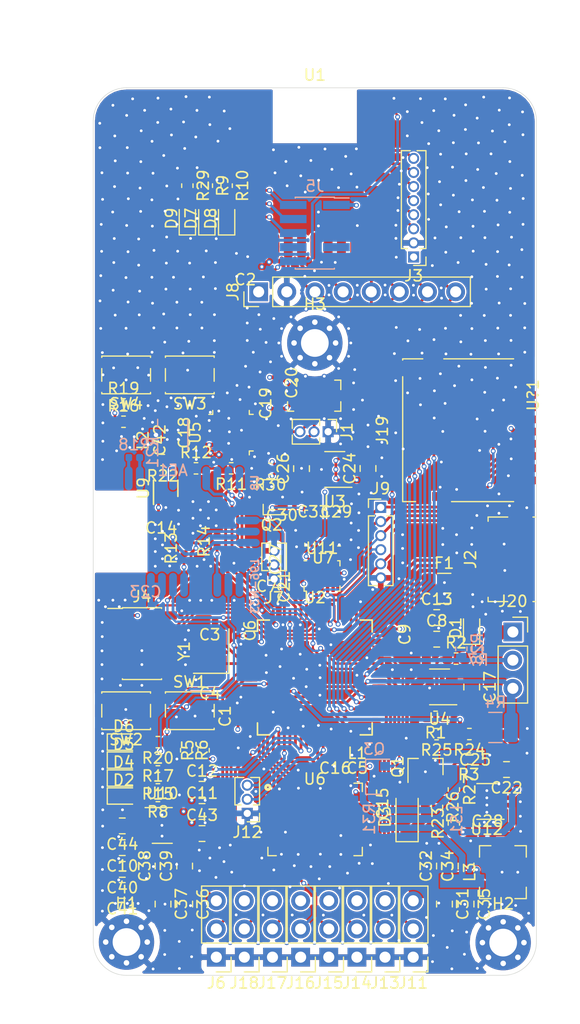
<source format=kicad_pcb>
(kicad_pcb (version 20171130) (host pcbnew 5.1.8+dfsg1-1~bpo10+1)
  (layers (0 F.Cu signal) (1 In1.Cu signal) (2 In2.Cu signal) (31 B.Cu signal) (34 B.Paste user) (35 F.Paste user) (36 B.SilkS user) (37 F.SilkS user) (38 B.Mask user) (39 F.Mask user) (44 Edge.Cuts user))
  (net 0 "")
  (net 1 GND)
  (net 2 "Net-(AE1-Pad1)")
  (net 3 /VDD_MCU)
  (net 4 "Net-(C3-Pad1)")
  (net 5 "Net-(C4-Pad1)")
  (net 6 "Net-(C13-Pad1)")
  (net 7 /VDD_SYS)
  (net 8 "Net-(C16-Pad1)")
  (net 9 /CELL_POS)
  (net 10 "Net-(C25-Pad1)")
  (net 11 "Net-(D1-Pad1)")
  (net 12 "Net-(D2-Pad2)")
  (net 13 "Net-(D4-Pad2)")
  (net 14 "Net-(D5-Pad2)")
  (net 15 "Net-(D6-Pad2)")
  (net 16 "Net-(D7-Pad2)")
  (net 17 "Net-(D8-Pad2)")
  (net 18 /IMU_SPI2_MOSI)
  (net 19 /IMU_SPI2_MISO)
  (net 20 /IMU_SPI2_SCK)
  (net 21 "Net-(J2-Pad4)")
  (net 22 "Net-(J3-Pad7)")
  (net 23 "Net-(J3-Pad6)")
  (net 24 "Net-(J3-Pad5)")
  (net 25 "Net-(J3-Pad4)")
  (net 26 "Net-(J3-Pad3)")
  (net 27 /NAV_NRST)
  (net 28 "Net-(J4-Pad8)")
  (net 29 /NAV_SWO)
  (net 30 /NAV_SWCLK)
  (net 31 /NAV_SWDIO)
  (net 32 /NCP_NRST)
  (net 33 "Net-(J5-Pad8)")
  (net 34 "Net-(J5-Pad7)")
  (net 35 /NCP_SWV)
  (net 36 /NCP_SWCLK)
  (net 37 /NCP_SWDIO)
  (net 38 /IO_TIM2_CH1)
  (net 39 /IO_TIM3_CH2)
  (net 40 /SENSOR_I2C_SCL)
  (net 41 /SENSOR_I2C_SDA)
  (net 42 /OPAMP3_VINM0)
  (net 43 /GPS_USART1_RX)
  (net 44 /GPS_USART1_TX)
  (net 45 /OPAMP3_CELL_IS)
  (net 46 /ADC1_IN1_CELL_TS)
  (net 47 /IO_TIM1_CH1)
  (net 48 /NCP_COM5)
  (net 49 /NCP_COM4)
  (net 50 /NCP_COM3)
  (net 51 /NCP_COM2)
  (net 52 /NCP_COM1)
  (net 53 /NCP_COM0)
  (net 54 /IO_TIM1_CH2)
  (net 55 /IO_TIM1_CH3)
  (net 56 /IO_TIM8_CH1)
  (net 57 /IO_TIM8_CH2)
  (net 58 /IO_TIM8_CH3)
  (net 59 /IO_TIM8_CH4)
  (net 60 "Net-(L2-Pad1)")
  (net 61 "Net-(R1-Pad1)")
  (net 62 "Net-(R2-Pad1)")
  (net 63 /NAV_BOOT)
  (net 64 /NAV_STAT_0)
  (net 65 /NCP_STAT_0)
  (net 66 /NCP_STAT_1)
  (net 67 /GPS_I2C_SCL)
  (net 68 /NAV_STAT_1)
  (net 69 /GPS_PPS)
  (net 70 "Net-(R18-Pad2)")
  (net 71 "Net-(R18-Pad1)")
  (net 72 /NCP_USER)
  (net 73 /GPS_FIX)
  (net 74 "Net-(U1-Pad29)")
  (net 75 "Net-(U1-Pad28)")
  (net 76 "Net-(U1-Pad21)")
  (net 77 "Net-(U1-Pad3)")
  (net 78 "Net-(U1-Pad2)")
  (net 79 /GPS_FORCEON)
  (net 80 /TOF_EN)
  (net 81 /VREFBUF_OUT)
  (net 82 /BLACKBOX_IO0)
  (net 83 /BLACKBOX_IO1)
  (net 84 /BLACKBOX_IO2)
  (net 85 /BLACKBOX_IO3)
  (net 86 /BLACKBOX_CLK)
  (net 87 /BLACKBOX_NCS)
  (net 88 /GPS_RESET)
  (net 89 /GPS_EXTINT)
  (net 90 "Net-(U8-Pad1)")
  (net 91 "Net-(U8-Pad30)")
  (net 92 "Net-(U8-Pad24)")
  (net 93 "Net-(U8-Pad20)")
  (net 94 "Net-(U9-Pad6)")
  (net 95 "Net-(U?1-Pad8)")
  (net 96 "Net-(U?1-Pad7)")
  (net 97 /USB_D+)
  (net 98 /USB_D-)
  (net 99 /GPS_I2C_SDA)
  (net 100 "Net-(J19-Pad1)")
  (net 101 "Net-(J19-Pad8)")
  (net 102 /SD_NCS)
  (net 103 /IMU_NCS)
  (net 104 /IMU_INT)
  (net 105 "Net-(U7-Pad21)")
  (net 106 "Net-(U7-Pad19)")
  (net 107 "Net-(U7-Pad17)")
  (net 108 "Net-(U7-Pad16)")
  (net 109 "Net-(U7-Pad15)")
  (net 110 "Net-(U7-Pad14)")
  (net 111 "Net-(U7-Pad11)")
  (net 112 "Net-(U7-Pad7)")
  (net 113 "Net-(U7-Pad6)")
  (net 114 "Net-(U7-Pad5)")
  (net 115 "Net-(U7-Pad4)")
  (net 116 "Net-(U7-Pad3)")
  (net 117 "Net-(U7-Pad2)")
  (net 118 "Net-(U7-Pad1)")
  (net 119 /VDD_IMU)
  (net 120 "Net-(C28-Pad2)")
  (net 121 "Net-(C28-Pad1)")
  (net 122 "Net-(C33-Pad1)")
  (net 123 /IMU_NCS_LV)
  (net 124 /IMU_SCK_LV)
  (net 125 /IMU_MISO_LV)
  (net 126 /IMU_MOSI_LV)
  (net 127 "Net-(R26-Pad1)")
  (net 128 "Net-(U12-Pad4)")
  (net 129 "Net-(R23-Pad2)")
  (net 130 /OPAMP5_CELL_VS)
  (net 131 "Net-(U1-Pad4)")
  (net 132 "Net-(F1-Pad2)")
  (net 133 "Net-(D9-Pad2)")
  (net 134 /NCP_STAT_2)
  (net 135 "Net-(C42-Pad1)")
  (net 136 "Net-(LS1-Pad2)")
  (net 137 /BUZZER_TIM2_CH4)
  (net 138 "Net-(J4-Pad7)")
  (net 139 "Net-(J3-Pad8)")
  (net 140 "Net-(Q2-Pad1)")
  (net 141 "Net-(U3-Pad4)")
  (net 142 "Net-(U10-Pad4)")
  (net 143 "Net-(U11-Pad9)")
  (net 144 "Net-(U11-Pad6)")
  (module Connector_PinSocket_2.54mm:PinSocket_1x03_P2.54mm_Vertical (layer F.Cu) (at 77.875 139.05)
    (fp_text reference J20 (at 0 -2.77) (layer F.SilkS))
    (fp_text value CELL)
    (pad 3 thru_hole oval (at 0 5.08) (size 1.7 1.7) (drill 1) (layers *.Cu *.Mask) (net 45 /OPAMP3_CELL_IS))
    (pad 2 thru_hole oval (at 0 2.54) (size 1.7 1.7) (drill 1) (layers *.Cu *.Mask) (net 46 /ADC1_IN1_CELL_TS))
    (pad 1 thru_hole rect (at 0 0) (size 1.7 1.7) (drill 1) (layers *.Cu *.Mask) (net 9 /CELL_POS))
  )
  (module atlas:PKLCS1212 (layer B.Cu) (at 73.3 155.9 90)
    (fp_text reference LS1 (at -0.1 -0.5 270) (layer B.SilkS) (effects (justify mirror)))
    (fp_text value PKLCS1212E40A1-R1)
    (pad 1 smd rect (at -5.6 0 90) (size 1.2 4) (layers B.Cu B.Paste B.Mask) (net 7 /VDD_SYS))
    (pad 2 smd rect (at 5.6 0 90) (size 1.2 4) (layers B.Cu B.Paste B.Mask) (net 136 "Net-(LS1-Pad2)"))
  )
  (module atlas:WQFN-14-1EP_2.5x3mm_P0.5mm_EP1.45x1.00mm (layer F.Cu) (at 60.65 134)
    (fp_text reference U11 (at 0 -2.5) (layer F.SilkS))
    (fp_text value NTB0104)
    (pad 1 smd rect (at -1.415 0.25) (size 0.58 0.3) (layers F.Cu F.Paste F.Mask) (net 3 /VDD_MCU))
    (pad 14 smd rect (at -1.415 -0.25) (size 0.58 0.3) (layers F.Cu F.Paste F.Mask) (net 119 /VDD_IMU))
    (pad 2 smd rect (at -1 1.165 90) (size 0.58 0.3) (layers F.Cu F.Paste F.Mask) (net 19 /IMU_SPI2_MISO))
    (pad 7 smd rect (at 1.415 0.25) (size 0.58 0.3) (layers F.Cu F.Paste F.Mask) (net 1 GND))
    (pad 9 smd rect (at 1 -1.165 90) (size 0.58 0.3) (layers F.Cu F.Paste F.Mask) (net 143 "Net-(U11-Pad9)"))
    (pad 8 smd rect (at 1.415 -0.25) (size 0.58 0.3) (layers F.Cu F.Paste F.Mask) (net 3 /VDD_MCU))
    (pad 3 smd rect (at -0.5 1.165) (size 0.3 0.58) (layers F.Cu F.Paste F.Mask) (net 103 /IMU_NCS))
    (pad 4 smd rect (at 0 1.165) (size 0.3 0.58) (layers F.Cu F.Paste F.Mask) (net 20 /IMU_SPI2_SCK))
    (pad 5 smd rect (at 0.5 1.165) (size 0.3 0.58) (layers F.Cu F.Paste F.Mask) (net 18 /IMU_SPI2_MOSI))
    (pad 6 smd rect (at 1 1.165) (size 0.3 0.58) (layers F.Cu F.Paste F.Mask) (net 144 "Net-(U11-Pad6)"))
    (pad 10 smd rect (at 0.5 -1.165) (size 0.3 0.58) (layers F.Cu F.Paste F.Mask) (net 126 /IMU_MOSI_LV))
    (pad 11 smd rect (at 0 -1.165) (size 0.3 0.58) (layers F.Cu F.Paste F.Mask) (net 124 /IMU_SCK_LV))
    (pad 12 smd rect (at -0.5 -1.165) (size 0.3 0.58) (layers F.Cu F.Paste F.Mask) (net 123 /IMU_NCS_LV))
    (pad 13 smd rect (at -1 -1.165) (size 0.3 0.58) (layers F.Cu F.Paste F.Mask) (net 125 /IMU_MISO_LV))
    (pad 15 smd rect (at 0 0) (size 1.5 1) (layers F.Cu F.Mask) (net 1 GND))
  )
  (module Capacitor_SMD:C_0805_2012Metric (layer F.Cu) (at 42.62 156.53 180)
    (fp_text reference C44 (at 0 -1.65) (layer F.SilkS))
    (fp_text value 4.7u)
    (pad 2 smd roundrect (at 0.9375 0 180) (size 0.975 1.4) (layers F.Cu F.Paste F.Mask) (net 1 GND))
    (pad 1 smd roundrect (at -0.9375 0 180) (size 0.975 1.4) (layers F.Cu F.Paste F.Mask) (net 7 /VDD_SYS))
  )
  (module Capacitor_SMD:C_0805_2012Metric (layer F.Cu) (at 49.82 157.22)
    (fp_text reference C43 (at 0 -1.65) (layer F.SilkS))
    (fp_text value 4.7u)
    (pad 2 smd roundrect (at 0.9375 0) (size 0.975 1.4) (layers F.Cu F.Paste F.Mask) (net 1 GND))
    (pad 1 smd roundrect (at -0.9375 0) (size 0.975 1.4) (layers F.Cu F.Paste F.Mask) (net 3 /VDD_MCU))
  )
  (module Connector_PinHeader_2.54mm:PinHeader_1x08_P2.54mm_Vertical (layer F.Cu) (at 54.93 108.39 90)
    (fp_text reference J8 (at 0 -2.33 90) (layer F.SilkS))
    (fp_text value NCP_COM)
    (pad 8 thru_hole oval (at 0 17.78 90) (size 1.7 1.7) (drill 1) (layers *.Cu *.Mask) (net 48 /NCP_COM5))
    (pad 7 thru_hole oval (at 0 15.24 90) (size 1.7 1.7) (drill 1) (layers *.Cu *.Mask) (net 49 /NCP_COM4))
    (pad 6 thru_hole oval (at 0 12.7 90) (size 1.7 1.7) (drill 1) (layers *.Cu *.Mask) (net 50 /NCP_COM3))
    (pad 5 thru_hole oval (at 0 10.16 90) (size 1.7 1.7) (drill 1) (layers *.Cu *.Mask) (net 51 /NCP_COM2))
    (pad 4 thru_hole oval (at 0 7.62 90) (size 1.7 1.7) (drill 1) (layers *.Cu *.Mask) (net 52 /NCP_COM1))
    (pad 3 thru_hole oval (at 0 5.08 90) (size 1.7 1.7) (drill 1) (layers *.Cu *.Mask) (net 53 /NCP_COM0))
    (pad 2 thru_hole oval (at 0 2.54 90) (size 1.7 1.7) (drill 1) (layers *.Cu *.Mask) (net 1 GND))
    (pad 1 thru_hole rect (at 0 0 90) (size 1.7 1.7) (drill 1) (layers *.Cu *.Mask) (net 3 /VDD_MCU))
  )
  (module Connector_PinHeader_1.27mm:PinHeader_1x08_P1.27mm_Vertical (layer F.Cu) (at 68.92 105.25 180)
    (fp_text reference J3 (at 0 -1.695) (layer F.SilkS))
    (fp_text value NCP_EXT)
    (pad 8 thru_hole oval (at 0 8.89 180) (size 1 1) (drill 0.65) (layers *.Cu *.Mask) (net 139 "Net-(J3-Pad8)"))
    (pad 7 thru_hole oval (at 0 7.62 180) (size 1 1) (drill 0.65) (layers *.Cu *.Mask) (net 22 "Net-(J3-Pad7)"))
    (pad 6 thru_hole oval (at 0 6.35 180) (size 1 1) (drill 0.65) (layers *.Cu *.Mask) (net 23 "Net-(J3-Pad6)"))
    (pad 5 thru_hole oval (at 0 5.08 180) (size 1 1) (drill 0.65) (layers *.Cu *.Mask) (net 24 "Net-(J3-Pad5)"))
    (pad 4 thru_hole oval (at 0 3.81 180) (size 1 1) (drill 0.65) (layers *.Cu *.Mask) (net 25 "Net-(J3-Pad4)"))
    (pad 3 thru_hole oval (at 0 2.54 180) (size 1 1) (drill 0.65) (layers *.Cu *.Mask) (net 26 "Net-(J3-Pad3)"))
    (pad 2 thru_hole oval (at 0 1.27 180) (size 1 1) (drill 0.65) (layers *.Cu *.Mask) (net 1 GND))
    (pad 1 thru_hole rect (at 0 0 180) (size 1 1) (drill 0.65) (layers *.Cu *.Mask) (net 3 /VDD_MCU))
  )
  (module Button_Switch_SMD:SW_SPST_PTS810 (layer F.Cu) (at 42.97 146.15 180)
    (fp_text reference SW2 (at 0 -2.6) (layer F.SilkS))
    (fp_text value NAV_BOOT)
    (pad 2 smd rect (at 2.075 1.075 180) (size 1.05 0.65) (layers F.Cu F.Paste F.Mask) (net 63 /NAV_BOOT))
    (pad 2 smd rect (at -2.075 1.075 180) (size 1.05 0.65) (layers F.Cu F.Paste F.Mask) (net 63 /NAV_BOOT))
    (pad 1 smd rect (at 2.075 -1.075 180) (size 1.05 0.65) (layers F.Cu F.Paste F.Mask) (net 3 /VDD_MCU))
    (pad 1 smd rect (at -2.075 -1.075 180) (size 1.05 0.65) (layers F.Cu F.Paste F.Mask) (net 3 /VDD_MCU))
  )
  (module Package_TO_SOT_SMD:SOT-23-5 (layer F.Cu) (at 46.23 156.49)
    (fp_text reference U10 (at 0 -2.9) (layer F.SilkS))
    (fp_text value MIC5501-3.0YM5)
    (pad 5 smd rect (at 1.1 -0.95) (size 1.06 0.65) (layers F.Cu F.Paste F.Mask) (net 3 /VDD_MCU))
    (pad 4 smd rect (at 1.1 0.95) (size 1.06 0.65) (layers F.Cu F.Paste F.Mask) (net 142 "Net-(U10-Pad4)"))
    (pad 3 smd rect (at -1.1 0.95) (size 1.06 0.65) (layers F.Cu F.Paste F.Mask) (net 7 /VDD_SYS))
    (pad 2 smd rect (at -1.1 0) (size 1.06 0.65) (layers F.Cu F.Paste F.Mask) (net 1 GND))
    (pad 1 smd rect (at -1.1 -0.95) (size 1.06 0.65) (layers F.Cu F.Paste F.Mask) (net 7 /VDD_SYS))
  )
  (module Package_TO_SOT_SMD:SOT-23-5 (layer F.Cu) (at 61.8 124.4 180)
    (fp_text reference U3 (at 0 -2.9) (layer F.SilkS))
    (fp_text value MIC5504-1.8YM5)
    (pad 5 smd rect (at 1.1 -0.95 180) (size 1.06 0.65) (layers F.Cu F.Paste F.Mask) (net 119 /VDD_IMU))
    (pad 4 smd rect (at 1.1 0.95 180) (size 1.06 0.65) (layers F.Cu F.Paste F.Mask) (net 141 "Net-(U3-Pad4)"))
    (pad 3 smd rect (at -1.1 0.95 180) (size 1.06 0.65) (layers F.Cu F.Paste F.Mask) (net 3 /VDD_MCU))
    (pad 2 smd rect (at -1.1 0 180) (size 1.06 0.65) (layers F.Cu F.Paste F.Mask) (net 1 GND))
    (pad 1 smd rect (at -1.1 -0.95 180) (size 1.06 0.65) (layers F.Cu F.Paste F.Mask) (net 3 /VDD_MCU))
  )
  (module Button_Switch_SMD:SW_SPST_PTS810 (layer F.Cu) (at 42.97 115.88 180)
    (fp_text reference SW4 (at 0 -2.6) (layer F.SilkS))
    (fp_text value NCP_USER)
    (pad 2 smd rect (at 2.075 1.075 180) (size 1.05 0.65) (layers F.Cu F.Paste F.Mask) (net 1 GND))
    (pad 2 smd rect (at -2.075 1.075 180) (size 1.05 0.65) (layers F.Cu F.Paste F.Mask) (net 1 GND))
    (pad 1 smd rect (at 2.075 -1.075 180) (size 1.05 0.65) (layers F.Cu F.Paste F.Mask) (net 72 /NCP_USER))
    (pad 1 smd rect (at -2.075 -1.075 180) (size 1.05 0.65) (layers F.Cu F.Paste F.Mask) (net 72 /NCP_USER))
  )
  (module Button_Switch_SMD:SW_SPST_PTS810 (layer F.Cu) (at 48.715 115.88 180)
    (fp_text reference SW3 (at 0 -2.6) (layer F.SilkS))
    (fp_text value NCP_NRST)
    (pad 2 smd rect (at 2.075 1.075 180) (size 1.05 0.65) (layers F.Cu F.Paste F.Mask) (net 1 GND))
    (pad 2 smd rect (at -2.075 1.075 180) (size 1.05 0.65) (layers F.Cu F.Paste F.Mask) (net 1 GND))
    (pad 1 smd rect (at 2.075 -1.075 180) (size 1.05 0.65) (layers F.Cu F.Paste F.Mask) (net 32 /NCP_NRST))
    (pad 1 smd rect (at -2.075 -1.075 180) (size 1.05 0.65) (layers F.Cu F.Paste F.Mask) (net 32 /NCP_NRST))
  )
  (module Button_Switch_SMD:SW_SPST_PTS810 (layer F.Cu) (at 48.715 146.15)
    (fp_text reference SW1 (at 0 -2.6) (layer F.SilkS))
    (fp_text value NAV_NRST)
    (pad 2 smd rect (at 2.075 1.075) (size 1.05 0.65) (layers F.Cu F.Paste F.Mask) (net 1 GND))
    (pad 2 smd rect (at -2.075 1.075) (size 1.05 0.65) (layers F.Cu F.Paste F.Mask) (net 1 GND))
    (pad 1 smd rect (at 2.075 -1.075) (size 1.05 0.65) (layers F.Cu F.Paste F.Mask) (net 27 /NAV_NRST))
    (pad 1 smd rect (at -2.075 -1.075) (size 1.05 0.65) (layers F.Cu F.Paste F.Mask) (net 27 /NAV_NRST))
  )
  (module Resistor_SMD:R_0402_1005Metric (layer F.Cu) (at 51.175 130.875 90)
    (fp_text reference R14 (at 0 -1.17 90) (layer F.SilkS))
    (fp_text value 0)
    (pad 2 smd roundrect (at 0.485 0 90) (size 0.59 0.64) (layers F.Cu F.Paste F.Mask) (net 41 /SENSOR_I2C_SDA))
    (pad 1 smd roundrect (at -0.485 0 90) (size 0.59 0.64) (layers F.Cu F.Paste F.Mask) (net 99 /GPS_I2C_SDA))
  )
  (module Resistor_SMD:R_0402_1005Metric (layer F.Cu) (at 48.2 131.5 90)
    (fp_text reference R13 (at 0 -1.17 90) (layer F.SilkS))
    (fp_text value 0)
    (pad 2 smd roundrect (at 0.485 0 90) (size 0.59 0.64) (layers F.Cu F.Paste F.Mask) (net 40 /SENSOR_I2C_SCL))
    (pad 1 smd roundrect (at -0.485 0 90) (size 0.59 0.64) (layers F.Cu F.Paste F.Mask) (net 67 /GPS_I2C_SCL))
  )
  (module Package_QFP:LQFP-64_10x10mm_P0.5mm (layer F.Cu) (at 60 143.15)
    (fp_text reference U2 (at 0 -7.2) (layer F.SilkS))
    (fp_text value STM32G484RETx)
    (pad 64 smd rect (at -3.75 -5.7 90) (size 1 0.25) (layers F.Cu F.Paste F.Mask) (net 3 /VDD_MCU))
    (pad 63 smd rect (at -3.25 -5.7 90) (size 1 0.25) (layers F.Cu F.Paste F.Mask) (net 1 GND))
    (pad 62 smd rect (at -2.75 -5.7 90) (size 1 0.25) (layers F.Cu F.Paste F.Mask) (net 88 /GPS_RESET))
    (pad 61 smd rect (at -2.25 -5.7 90) (size 1 0.25) (layers F.Cu F.Paste F.Mask) (net 63 /NAV_BOOT))
    (pad 60 smd rect (at -1.75 -5.7 90) (size 1 0.25) (layers F.Cu F.Paste F.Mask) (net 43 /GPS_USART1_RX))
    (pad 59 smd rect (at -1.25 -5.7 90) (size 1 0.25) (layers F.Cu F.Paste F.Mask) (net 44 /GPS_USART1_TX))
    (pad 58 smd rect (at -0.75 -5.7 90) (size 1 0.25) (layers F.Cu F.Paste F.Mask) (net 104 /IMU_INT))
    (pad 57 smd rect (at -0.25 -5.7 90) (size 1 0.25) (layers F.Cu F.Paste F.Mask) (net 19 /IMU_SPI2_MISO))
    (pad 56 smd rect (at 0.25 -5.7 90) (size 1 0.25) (layers F.Cu F.Paste F.Mask) (net 29 /NAV_SWO))
    (pad 55 smd rect (at 0.75 -5.7 90) (size 1 0.25) (layers F.Cu F.Paste F.Mask) (net 80 /TOF_EN))
    (pad 54 smd rect (at 1.25 -5.7 90) (size 1 0.25) (layers F.Cu F.Paste F.Mask) (net 18 /IMU_SPI2_MOSI))
    (pad 53 smd rect (at 1.75 -5.7 90) (size 1 0.25) (layers F.Cu F.Paste F.Mask) (net 103 /IMU_NCS))
    (pad 52 smd rect (at 2.25 -5.7 90) (size 1 0.25) (layers F.Cu F.Paste F.Mask) (net 20 /IMU_SPI2_SCK))
    (pad 51 smd rect (at 2.75 -5.7 90) (size 1 0.25) (layers F.Cu F.Paste F.Mask) (net 102 /SD_NCS))
    (pad 50 smd rect (at 3.25 -5.7 90) (size 1 0.25) (layers F.Cu F.Paste F.Mask) (net 30 /NAV_SWCLK))
    (pad 49 smd rect (at 3.75 -5.7 90) (size 1 0.25) (layers F.Cu F.Paste F.Mask) (net 31 /NAV_SWDIO))
    (pad 48 smd rect (at 5.7 -3.75) (size 1 0.25) (layers F.Cu F.Paste F.Mask) (net 3 /VDD_MCU))
    (pad 47 smd rect (at 5.7 -3.25) (size 1 0.25) (layers F.Cu F.Paste F.Mask) (net 1 GND))
    (pad 46 smd rect (at 5.7 -2.75) (size 1 0.25) (layers F.Cu F.Paste F.Mask) (net 97 /USB_D+))
    (pad 45 smd rect (at 5.7 -2.25) (size 1 0.25) (layers F.Cu F.Paste F.Mask) (net 98 /USB_D-))
    (pad 44 smd rect (at 5.7 -1.75) (size 1 0.25) (layers F.Cu F.Paste F.Mask) (net 137 /BUZZER_TIM2_CH4))
    (pad 43 smd rect (at 5.7 -1.25) (size 1 0.25) (layers F.Cu F.Paste F.Mask) (net 40 /SENSOR_I2C_SCL))
    (pad 42 smd rect (at 5.7 -0.75) (size 1 0.25) (layers F.Cu F.Paste F.Mask) (net 41 /SENSOR_I2C_SDA))
    (pad 41 smd rect (at 5.7 -0.25) (size 1 0.25) (layers F.Cu F.Paste F.Mask) (net 59 /IO_TIM8_CH4))
    (pad 40 smd rect (at 5.7 0.25) (size 1 0.25) (layers F.Cu F.Paste F.Mask) (net 58 /IO_TIM8_CH3))
    (pad 39 smd rect (at 5.7 0.75) (size 1 0.25) (layers F.Cu F.Paste F.Mask) (net 57 /IO_TIM8_CH2))
    (pad 38 smd rect (at 5.7 1.25) (size 1 0.25) (layers F.Cu F.Paste F.Mask) (net 56 /IO_TIM8_CH1))
    (pad 37 smd rect (at 5.7 1.75) (size 1 0.25) (layers F.Cu F.Paste F.Mask) (net 48 /NCP_COM5))
    (pad 36 smd rect (at 5.7 2.25) (size 1 0.25) (layers F.Cu F.Paste F.Mask) (net 49 /NCP_COM4))
    (pad 35 smd rect (at 5.7 2.75) (size 1 0.25) (layers F.Cu F.Paste F.Mask) (net 50 /NCP_COM3))
    (pad 34 smd rect (at 5.7 3.25) (size 1 0.25) (layers F.Cu F.Paste F.Mask) (net 51 /NCP_COM2))
    (pad 33 smd rect (at 5.7 3.75) (size 1 0.25) (layers F.Cu F.Paste F.Mask) (net 52 /NCP_COM1))
    (pad 32 smd rect (at 3.75 5.7 90) (size 1 0.25) (layers F.Cu F.Paste F.Mask) (net 3 /VDD_MCU))
    (pad 31 smd rect (at 3.25 5.7 90) (size 1 0.25) (layers F.Cu F.Paste F.Mask) (net 1 GND))
    (pad 30 smd rect (at 2.75 5.7 90) (size 1 0.25) (layers F.Cu F.Paste F.Mask) (net 53 /NCP_COM0))
    (pad 29 smd rect (at 2.25 5.7 90) (size 1 0.25) (layers F.Cu F.Paste F.Mask) (net 8 "Net-(C16-Pad1)"))
    (pad 28 smd rect (at 1.75 5.7 90) (size 1 0.25) (layers F.Cu F.Paste F.Mask) (net 81 /VREFBUF_OUT))
    (pad 27 smd rect (at 1.25 5.7 90) (size 1 0.25) (layers F.Cu F.Paste F.Mask) (net 1 GND))
    (pad 26 smd rect (at 0.75 5.7 90) (size 1 0.25) (layers F.Cu F.Paste F.Mask) (net 42 /OPAMP3_VINM0))
    (pad 25 smd rect (at 0.25 5.7 90) (size 1 0.25) (layers F.Cu F.Paste F.Mask) (net 82 /BLACKBOX_IO0))
    (pad 24 smd rect (at -0.25 5.7 90) (size 1 0.25) (layers F.Cu F.Paste F.Mask) (net 83 /BLACKBOX_IO1))
    (pad 23 smd rect (at -0.75 5.7 90) (size 1 0.25) (layers F.Cu F.Paste F.Mask) (net 68 /NAV_STAT_1))
    (pad 22 smd rect (at -1.25 5.7 90) (size 1 0.25) (layers F.Cu F.Paste F.Mask) (net 64 /NAV_STAT_0))
    (pad 21 smd rect (at -1.75 5.7 90) (size 1 0.25) (layers F.Cu F.Paste F.Mask) (net 84 /BLACKBOX_IO2))
    (pad 20 smd rect (at -2.25 5.7 90) (size 1 0.25) (layers F.Cu F.Paste F.Mask) (net 85 /BLACKBOX_IO3))
    (pad 19 smd rect (at -2.75 5.7 90) (size 1 0.25) (layers F.Cu F.Paste F.Mask) (net 38 /IO_TIM2_CH1))
    (pad 18 smd rect (at -3.25 5.7 90) (size 1 0.25) (layers F.Cu F.Paste F.Mask) (net 39 /IO_TIM3_CH2))
    (pad 17 smd rect (at -3.75 5.7 90) (size 1 0.25) (layers F.Cu F.Paste F.Mask) (net 86 /BLACKBOX_CLK))
    (pad 16 smd rect (at -5.7 3.75) (size 1 0.25) (layers F.Cu F.Paste F.Mask) (net 3 /VDD_MCU))
    (pad 15 smd rect (at -5.7 3.25) (size 1 0.25) (layers F.Cu F.Paste F.Mask) (net 1 GND))
    (pad 14 smd rect (at -5.7 2.75) (size 1 0.25) (layers F.Cu F.Paste F.Mask) (net 87 /BLACKBOX_NCS))
    (pad 13 smd rect (at -5.7 2.25) (size 1 0.25) (layers F.Cu F.Paste F.Mask) (net 45 /OPAMP3_CELL_IS))
    (pad 12 smd rect (at -5.7 1.75) (size 1 0.25) (layers F.Cu F.Paste F.Mask) (net 46 /ADC1_IN1_CELL_TS))
    (pad 11 smd rect (at -5.7 1.25) (size 1 0.25) (layers F.Cu F.Paste F.Mask) (net 130 /OPAMP5_CELL_VS))
    (pad 10 smd rect (at -5.7 0.75) (size 1 0.25) (layers F.Cu F.Paste F.Mask) (net 55 /IO_TIM1_CH3))
    (pad 9 smd rect (at -5.7 0.25) (size 1 0.25) (layers F.Cu F.Paste F.Mask) (net 54 /IO_TIM1_CH2))
    (pad 8 smd rect (at -5.7 -0.25) (size 1 0.25) (layers F.Cu F.Paste F.Mask) (net 47 /IO_TIM1_CH1))
    (pad 7 smd rect (at -5.7 -0.75) (size 1 0.25) (layers F.Cu F.Paste F.Mask) (net 27 /NAV_NRST))
    (pad 6 smd rect (at -5.7 -1.25) (size 1 0.25) (layers F.Cu F.Paste F.Mask) (net 5 "Net-(C4-Pad1)"))
    (pad 5 smd rect (at -5.7 -1.75) (size 1 0.25) (layers F.Cu F.Paste F.Mask) (net 4 "Net-(C3-Pad1)"))
    (pad 4 smd rect (at -5.7 -2.25) (size 1 0.25) (layers F.Cu F.Paste F.Mask) (net 73 /GPS_FIX))
    (pad 3 smd rect (at -5.7 -2.75) (size 1 0.25) (layers F.Cu F.Paste F.Mask) (net 89 /GPS_EXTINT))
    (pad 2 smd rect (at -5.7 -3.25) (size 1 0.25) (layers F.Cu F.Paste F.Mask) (net 79 /GPS_FORCEON))
    (pad 1 smd rect (at -5.7 -3.75) (size 1 0.25) (layers F.Cu F.Paste F.Mask) (net 3 /VDD_MCU))
  )
  (module Resistor_SMD:R_0603_1608Metric (layer F.Cu) (at 55.9875 124.35 180)
    (fp_text reference R30 (at 0 -1.43) (layer F.SilkS))
    (fp_text value 100k)
    (pad 2 smd roundrect (at 0.7875 0 180) (size 0.875 0.95) (layers F.Cu F.Paste F.Mask) (net 104 /IMU_INT))
    (pad 1 smd roundrect (at -0.7875 0 180) (size 0.875 0.95) (layers F.Cu F.Paste F.Mask) (net 3 /VDD_MCU))
  )
  (module Resistor_SMD:R_0603_1608Metric (layer B.Cu) (at 66.35 155.9 270)
    (fp_text reference R31 (at 0 1.43 90) (layer B.SilkS) (effects (justify mirror)))
    (fp_text value 1k)
    (pad 2 smd roundrect (at 0.7875 0 270) (size 0.875 0.95) (layers B.Cu B.Paste B.Mask) (net 7 /VDD_SYS))
    (pad 1 smd roundrect (at -0.7875 0 270) (size 0.875 0.95) (layers B.Cu B.Paste B.Mask) (net 136 "Net-(LS1-Pad2)"))
  )
  (module Package_TO_SOT_SMD:SOT-23 (layer B.Cu) (at 65.35 152.1 180)
    (fp_text reference Q3 (at 0 2.5) (layer B.SilkS) (effects (justify mirror)))
    (fp_text value 2N7002E)
    (pad 3 smd rect (at 1 0 180) (size 0.9 0.8) (layers B.Cu B.Paste B.Mask) (net 136 "Net-(LS1-Pad2)"))
    (pad 2 smd rect (at -1 -0.95 180) (size 0.9 0.8) (layers B.Cu B.Paste B.Mask) (net 1 GND))
    (pad 1 smd rect (at -1 0.95 180) (size 0.9 0.8) (layers B.Cu B.Paste B.Mask) (net 137 /BUZZER_TIM2_CH4))
  )
  (module Package_TO_SOT_SMD:SOT-23 (layer F.Cu) (at 56.1 126.9 180)
    (fp_text reference Q2 (at 0 -2.5) (layer F.SilkS))
    (fp_text value 2N7002E)
    (pad 3 smd rect (at 1 0 180) (size 0.9 0.8) (layers F.Cu F.Paste F.Mask) (net 104 /IMU_INT))
    (pad 2 smd rect (at -1 0.95 180) (size 0.9 0.8) (layers F.Cu F.Paste F.Mask) (net 1 GND))
    (pad 1 smd rect (at -1 -0.95 180) (size 0.9 0.8) (layers F.Cu F.Paste F.Mask) (net 140 "Net-(Q2-Pad1)"))
  )
  (module Capacitor_SMD:C_0402_1005Metric (layer F.Cu) (at 47.18 121.75 90)
    (fp_text reference C42 (at 0 -1.17 90) (layer F.SilkS))
    (fp_text value 0.1u)
    (pad 2 smd roundrect (at 0.485 0 90) (size 0.59 0.64) (layers F.Cu F.Paste F.Mask) (net 1 GND))
    (pad 1 smd roundrect (at -0.485 0 90) (size 0.59 0.64) (layers F.Cu F.Paste F.Mask) (net 135 "Net-(C42-Pad1)"))
  )
  (module Capacitor_SMD:C_0402_1005Metric (layer F.Cu) (at 46.14 128.5 180)
    (fp_text reference C14 (at 0 -1.17) (layer F.SilkS))
    (fp_text value 0.1u)
    (pad 2 smd roundrect (at 0.485 0 180) (size 0.59 0.64) (layers F.Cu F.Paste F.Mask) (net 3 /VDD_MCU))
    (pad 1 smd roundrect (at -0.485 0 180) (size 0.59 0.64) (layers F.Cu F.Paste F.Mask) (net 1 GND))
  )
  (module Capacitor_SMD:C_0402_1005Metric (layer F.Cu) (at 59.86 127.05 180)
    (fp_text reference C33 (at 0 -1.17) (layer F.SilkS))
    (fp_text value 0.1u)
    (pad 2 smd roundrect (at 0.485 0 180) (size 0.59 0.64) (layers F.Cu F.Paste F.Mask) (net 1 GND))
    (pad 1 smd roundrect (at -0.485 0 180) (size 0.59 0.64) (layers F.Cu F.Paste F.Mask) (net 122 "Net-(C33-Pad1)"))
  )
  (module Capacitor_SMD:C_0402_1005Metric (layer F.Cu) (at 57.025 129.69)
    (fp_text reference C30 (at 0 -1.17) (layer F.SilkS))
    (fp_text value 0.1u)
    (pad 2 smd roundrect (at 0.485 0) (size 0.59 0.64) (layers F.Cu F.Paste F.Mask) (net 119 /VDD_IMU))
    (pad 1 smd roundrect (at -0.485 0) (size 0.59 0.64) (layers F.Cu F.Paste F.Mask) (net 1 GND))
  )
  (module Capacitor_SMD:C_0402_1005Metric (layer F.Cu) (at 61.93 127.05 180)
    (fp_text reference C29 (at 0 -1.17) (layer F.SilkS))
    (fp_text value 0.1u)
    (pad 2 smd roundrect (at 0.485 0 180) (size 0.59 0.64) (layers F.Cu F.Paste F.Mask) (net 119 /VDD_IMU))
    (pad 1 smd roundrect (at -0.485 0 180) (size 0.59 0.64) (layers F.Cu F.Paste F.Mask) (net 1 GND))
  )
  (module Capacitor_SMD:C_0402_1005Metric (layer F.Cu) (at 75.575 157.275)
    (fp_text reference C28 (at 0 -1.17) (layer F.SilkS))
    (fp_text value 0.1u)
    (pad 2 smd roundrect (at 0.485 0) (size 0.59 0.64) (layers F.Cu F.Paste F.Mask) (net 120 "Net-(C28-Pad2)"))
    (pad 1 smd roundrect (at -0.485 0) (size 0.59 0.64) (layers F.Cu F.Paste F.Mask) (net 121 "Net-(C28-Pad1)"))
  )
  (module Capacitor_SMD:C_0402_1005Metric (layer F.Cu) (at 74.45 151.75)
    (fp_text reference C25 (at 0 -1.17) (layer F.SilkS))
    (fp_text value 0.1u)
    (pad 2 smd roundrect (at 0.485 0) (size 0.59 0.64) (layers F.Cu F.Paste F.Mask) (net 1 GND))
    (pad 1 smd roundrect (at -0.485 0) (size 0.59 0.64) (layers F.Cu F.Paste F.Mask) (net 10 "Net-(C25-Pad1)"))
  )
  (module Capacitor_SMD:C_0402_1005Metric (layer B.Cu) (at 44.71 136.6 180)
    (fp_text reference C23 (at 0 1.17) (layer B.SilkS) (effects (justify mirror)))
    (fp_text value 0.1u)
    (pad 2 smd roundrect (at 0.485 0 180) (size 0.59 0.64) (layers B.Cu B.Paste B.Mask) (net 1 GND))
    (pad 1 smd roundrect (at -0.485 0 180) (size 0.59 0.64) (layers B.Cu B.Paste B.Mask) (net 3 /VDD_MCU))
  )
  (module Capacitor_SMD:C_0402_1005Metric (layer F.Cu) (at 56.73 116.58 270)
    (fp_text reference C20 (at 0 -1.17 90) (layer F.SilkS))
    (fp_text value 0.1u)
    (pad 2 smd roundrect (at 0.485 0 270) (size 0.59 0.64) (layers F.Cu F.Paste F.Mask) (net 1 GND))
    (pad 1 smd roundrect (at -0.485 0 270) (size 0.59 0.64) (layers F.Cu F.Paste F.Mask) (net 3 /VDD_MCU))
  )
  (module Capacitor_SMD:C_0402_1005Metric (layer F.Cu) (at 56.73 118.44 90)
    (fp_text reference C19 (at 0 -1.17 90) (layer F.SilkS))
    (fp_text value 0.1u)
    (pad 2 smd roundrect (at 0.485 0 90) (size 0.59 0.64) (layers F.Cu F.Paste F.Mask) (net 1 GND))
    (pad 1 smd roundrect (at -0.485 0 90) (size 0.59 0.64) (layers F.Cu F.Paste F.Mask) (net 3 /VDD_MCU))
  )
  (module Capacitor_SMD:C_0402_1005Metric (layer F.Cu) (at 49.395 121.095 90)
    (fp_text reference C18 (at 0 -1.17 90) (layer F.SilkS))
    (fp_text value 0.1u)
    (pad 2 smd roundrect (at 0.485 0 90) (size 0.59 0.64) (layers F.Cu F.Paste F.Mask) (net 1 GND))
    (pad 1 smd roundrect (at -0.485 0 90) (size 0.59 0.64) (layers F.Cu F.Paste F.Mask) (net 3 /VDD_MCU))
  )
  (module Capacitor_SMD:C_0402_1005Metric (layer F.Cu) (at 61.825 150.15 180)
    (fp_text reference C16 (at 0 -1.17) (layer F.SilkS))
    (fp_text value 0.1u)
    (pad 2 smd roundrect (at 0.485 0 180) (size 0.59 0.64) (layers F.Cu F.Paste F.Mask) (net 1 GND))
    (pad 1 smd roundrect (at -0.485 0 180) (size 0.59 0.64) (layers F.Cu F.Paste F.Mask) (net 8 "Net-(C16-Pad1)"))
  )
  (module Capacitor_SMD:C_0402_1005Metric (layer F.Cu) (at 64.95 154.525 270)
    (fp_text reference C15 (at 0 -1.17 90) (layer F.SilkS))
    (fp_text value 0.1u)
    (pad 2 smd roundrect (at 0.485 0 270) (size 0.59 0.64) (layers F.Cu F.Paste F.Mask) (net 1 GND))
    (pad 1 smd roundrect (at -0.485 0 270) (size 0.59 0.64) (layers F.Cu F.Paste F.Mask) (net 3 /VDD_MCU))
  )
  (module Capacitor_SMD:C_0402_1005Metric (layer F.Cu) (at 66.95 139.265 270)
    (fp_text reference C9 (at 0 -1.17 90) (layer F.SilkS))
    (fp_text value 0.1u)
    (pad 1 smd roundrect (at -0.485 0 270) (size 0.59 0.64) (layers F.Cu F.Paste F.Mask) (net 3 /VDD_MCU))
    (pad 2 smd roundrect (at 0.485 0 270) (size 0.59 0.64) (layers F.Cu F.Paste F.Mask) (net 1 GND))
  )
  (module Capacitor_SMD:C_0402_1005Metric (layer F.Cu) (at 55.675 136.1)
    (fp_text reference C7 (at 0 -1.17) (layer F.SilkS))
    (fp_text value 0.1u)
    (pad 2 smd roundrect (at 0.485 0) (size 0.59 0.64) (layers F.Cu F.Paste F.Mask) (net 1 GND))
    (pad 1 smd roundrect (at -0.485 0) (size 0.59 0.64) (layers F.Cu F.Paste F.Mask) (net 3 /VDD_MCU))
  )
  (module Capacitor_SMD:C_0402_1005Metric (layer F.Cu) (at 52.975 138.925 270)
    (fp_text reference C6 (at 0 -1.17 90) (layer F.SilkS))
    (fp_text value 0.1u)
    (pad 2 smd roundrect (at 0.485 0 270) (size 0.59 0.64) (layers F.Cu F.Paste F.Mask) (net 3 /VDD_MCU))
    (pad 1 smd roundrect (at -0.485 0 270) (size 0.59 0.64) (layers F.Cu F.Paste F.Mask) (net 1 GND))
  )
  (module Capacitor_SMD:C_0402_1005Metric (layer F.Cu) (at 63.825 150.15 180)
    (fp_text reference C5 (at 0 -1.17) (layer F.SilkS))
    (fp_text value 0.1u)
    (pad 2 smd roundrect (at 0.485 0 180) (size 0.59 0.64) (layers F.Cu F.Paste F.Mask) (net 1 GND))
    (pad 1 smd roundrect (at -0.485 0 180) (size 0.59 0.64) (layers F.Cu F.Paste F.Mask) (net 3 /VDD_MCU))
  )
  (module Capacitor_SMD:C_0402_1005Metric (layer F.Cu) (at 50.515 143.4 180)
    (fp_text reference C4 (at 0 -1.17) (layer F.SilkS))
    (fp_text value 12p)
    (pad 2 smd roundrect (at 0.485 0 180) (size 0.59 0.64) (layers F.Cu F.Paste F.Mask) (net 1 GND))
    (pad 1 smd roundrect (at -0.485 0 180) (size 0.59 0.64) (layers F.Cu F.Paste F.Mask) (net 5 "Net-(C4-Pad1)"))
  )
  (module Capacitor_SMD:C_0402_1005Metric (layer F.Cu) (at 50.515 138.125 180)
    (fp_text reference C3 (at 0 -1.17) (layer F.SilkS))
    (fp_text value 12p)
    (pad 2 smd roundrect (at 0.485 0 180) (size 0.59 0.64) (layers F.Cu F.Paste F.Mask) (net 1 GND))
    (pad 1 smd roundrect (at -0.485 0 180) (size 0.59 0.64) (layers F.Cu F.Paste F.Mask) (net 4 "Net-(C3-Pad1)"))
  )
  (module Capacitor_SMD:C_0402_1005Metric (layer F.Cu) (at 53.73 106.12 180)
    (fp_text reference C2 (at 0 -1.17) (layer F.SilkS))
    (fp_text value 0.1u)
    (pad 2 smd roundrect (at 0.485 0 180) (size 0.59 0.64) (layers F.Cu F.Paste F.Mask) (net 1 GND))
    (pad 1 smd roundrect (at -0.485 0 180) (size 0.59 0.64) (layers F.Cu F.Paste F.Mask) (net 3 /VDD_MCU))
  )
  (module Capacitor_SMD:C_0402_1005Metric (layer F.Cu) (at 53.07 146.65 90)
    (fp_text reference C1 (at 0 -1.17 90) (layer F.SilkS))
    (fp_text value 0.1u)
    (pad 2 smd roundrect (at 0.485 0 90) (size 0.59 0.64) (layers F.Cu F.Paste F.Mask) (net 1 GND))
    (pad 1 smd roundrect (at -0.485 0 90) (size 0.59 0.64) (layers F.Cu F.Paste F.Mask) (net 3 /VDD_MCU))
  )
  (module Capacitor_SMD:C_0402_1005Metric (layer F.Cu) (at 58.4 133.075 90)
    (fp_text reference C27 (at 0.585 -1.94 90) (layer F.SilkS))
    (fp_text value 0.1u)
    (pad 2 smd roundrect (at 0.485 0 90) (size 0.59 0.64) (layers F.Cu F.Paste F.Mask) (net 1 GND))
    (pad 1 smd roundrect (at -0.485 0 90) (size 0.59 0.64) (layers F.Cu F.Paste F.Mask) (net 119 /VDD_IMU))
  )
  (module Capacitor_SMD:C_0402_1005Metric (layer F.Cu) (at 58.4 134.975 90)
    (fp_text reference C21 (at 0 -1.17 90) (layer F.SilkS))
    (fp_text value 0.1u)
    (pad 2 smd roundrect (at 0.485 0 90) (size 0.59 0.64) (layers F.Cu F.Paste F.Mask) (net 3 /VDD_MCU))
    (pad 1 smd roundrect (at -0.485 0 90) (size 0.59 0.64) (layers F.Cu F.Paste F.Mask) (net 1 GND))
  )
  (module Inductor_SMD:L_Bourns-SRN4018 (layer F.Cu) (at 76.975 160.7 90)
    (fp_text reference L3 (at 0 -3 90) (layer F.SilkS))
    (fp_text value 4.7u)
    (pad 2 smd rect (at 1.525 0 90) (size 1.5 3.6) (layers F.Cu F.Paste F.Mask) (net 120 "Net-(C28-Pad2)"))
    (pad 1 smd rect (at -1.525 0 90) (size 1.5 3.6) (layers F.Cu F.Paste F.Mask) (net 7 /VDD_SYS))
  )
  (module LED_SMD:LED_0603_1608Metric (layer F.Cu) (at 48.495 101.78 90)
    (fp_text reference D9 (at 0 -1.43 90) (layer F.SilkS))
    (fp_text value NCP_STAT0)
    (pad 2 smd roundrect (at 0.7875 0 90) (size 0.875 0.95) (layers F.Cu F.Paste F.Mask) (net 133 "Net-(D9-Pad2)"))
    (pad 1 smd roundrect (at -0.7875 0 90) (size 0.875 0.95) (layers F.Cu F.Paste F.Mask) (net 1 GND))
  )
  (module LED_SMD:LED_0603_1608Metric (layer F.Cu) (at 52.04 101.78 90)
    (fp_text reference D8 (at 0 -1.43 90) (layer F.SilkS))
    (fp_text value NAV_STAT_2)
    (pad 2 smd roundrect (at 0.7875 0 90) (size 0.875 0.95) (layers F.Cu F.Paste F.Mask) (net 17 "Net-(D8-Pad2)"))
    (pad 1 smd roundrect (at -0.7875 0 90) (size 0.875 0.95) (layers F.Cu F.Paste F.Mask) (net 1 GND))
  )
  (module LED_SMD:LED_0603_1608Metric (layer F.Cu) (at 50.255 101.78 90)
    (fp_text reference D7 (at 0 -1.43 270) (layer F.SilkS))
    (fp_text value NCP_STAT1)
    (pad 2 smd roundrect (at 0.7875 0 90) (size 0.875 0.95) (layers F.Cu F.Paste F.Mask) (net 16 "Net-(D7-Pad2)"))
    (pad 1 smd roundrect (at -0.7875 0 90) (size 0.875 0.95) (layers F.Cu F.Paste F.Mask) (net 1 GND))
  )
  (module LED_SMD:LED_0603_1608Metric (layer F.Cu) (at 42.752 148.978)
    (fp_text reference D6 (at 0 -1.43) (layer F.SilkS))
    (fp_text value GPS_FIX)
    (pad 2 smd roundrect (at 0.7875 0) (size 0.875 0.95) (layers F.Cu F.Paste F.Mask) (net 15 "Net-(D6-Pad2)"))
    (pad 1 smd roundrect (at -0.7875 0) (size 0.875 0.95) (layers F.Cu F.Paste F.Mask) (net 1 GND))
  )
  (module LED_SMD:LED_0603_1608Metric (layer F.Cu) (at 42.752 150.597333)
    (fp_text reference D5 (at 0 -1.43) (layer F.SilkS))
    (fp_text value GPS_PPS)
    (pad 2 smd roundrect (at 0.7875 0) (size 0.875 0.95) (layers F.Cu F.Paste F.Mask) (net 14 "Net-(D5-Pad2)"))
    (pad 1 smd roundrect (at -0.7875 0) (size 0.875 0.95) (layers F.Cu F.Paste F.Mask) (net 1 GND))
  )
  (module LED_SMD:LED_0603_1608Metric (layer F.Cu) (at 42.752 152.216666)
    (fp_text reference D4 (at 0 -1.43) (layer F.SilkS))
    (fp_text value NAV_STAT_1)
    (pad 2 smd roundrect (at 0.7875 0) (size 0.875 0.95) (layers F.Cu F.Paste F.Mask) (net 13 "Net-(D4-Pad2)"))
    (pad 1 smd roundrect (at -0.7875 0) (size 0.875 0.95) (layers F.Cu F.Paste F.Mask) (net 1 GND))
  )
  (module LED_SMD:LED_0603_1608Metric (layer F.Cu) (at 42.752 153.836)
    (fp_text reference D2 (at 0 -1.43) (layer F.SilkS))
    (fp_text value NAV_STAT_0)
    (pad 2 smd roundrect (at 0.7875 0) (size 0.875 0.95) (layers F.Cu F.Paste F.Mask) (net 12 "Net-(D2-Pad2)"))
    (pad 1 smd roundrect (at -0.7875 0) (size 0.875 0.95) (layers F.Cu F.Paste F.Mask) (net 1 GND))
  )
  (module LED_SMD:LED_0603_1608Metric (layer F.Cu) (at 74.15 138.675 90)
    (fp_text reference D1 (at 0 -1.43 90) (layer F.SilkS))
    (fp_text value CHARGE_STAT)
    (pad 2 smd roundrect (at 0.7875 0 90) (size 0.875 0.95) (layers F.Cu F.Paste F.Mask) (net 6 "Net-(C13-Pad1)"))
    (pad 1 smd roundrect (at -0.7875 0 90) (size 0.875 0.95) (layers F.Cu F.Paste F.Mask) (net 11 "Net-(D1-Pad1)"))
  )
  (module Resistor_SMD:R_0603_1608Metric (layer F.Cu) (at 48.495 98.82 270)
    (fp_text reference R29 (at 0 -1.43 90) (layer F.SilkS))
    (fp_text value 1k)
    (pad 2 smd roundrect (at 0.7875 0 270) (size 0.875 0.95) (layers F.Cu F.Paste F.Mask) (net 133 "Net-(D9-Pad2)"))
    (pad 1 smd roundrect (at -0.7875 0 270) (size 0.875 0.95) (layers F.Cu F.Paste F.Mask) (net 65 /NCP_STAT_0))
  )
  (module Resistor_SMD:R_1210_3225Metric (layer F.Cu) (at 71.675 135.125)
    (fp_text reference F1 (at 0 -2.28) (layer F.SilkS))
    (fp_text value 1.5A)
    (pad 2 smd roundrect (at 1.4 0) (size 1.25 2.65) (layers F.Cu F.Paste F.Mask) (roundrect_rratio 0.2) (net 132 "Net-(F1-Pad2)"))
    (pad 1 smd roundrect (at -1.4 0) (size 1.25 2.65) (layers F.Cu F.Paste F.Mask) (roundrect_rratio 0.2) (net 6 "Net-(C13-Pad1)"))
  )
  (module MountingHole:MountingHole_2.5mm_Pad_Via (layer F.Cu) (at 60 113)
    (fp_text reference H3 (at 0 -3.5) (layer F.SilkS))
    (fp_text value MountingHole_Pad)
    (pad 1 thru_hole circle (at 1.325825 -1.325825) (size 0.8 0.8) (drill 0.5) (layers *.Cu *.Mask) (net 1 GND))
    (pad 1 thru_hole circle (at 0 -1.875) (size 0.8 0.8) (drill 0.5) (layers *.Cu *.Mask) (net 1 GND))
    (pad 1 thru_hole circle (at -1.325825 -1.325825) (size 0.8 0.8) (drill 0.5) (layers *.Cu *.Mask) (net 1 GND))
    (pad 1 thru_hole circle (at -1.875 0) (size 0.8 0.8) (drill 0.5) (layers *.Cu *.Mask) (net 1 GND))
    (pad 1 thru_hole circle (at -1.325825 1.325825) (size 0.8 0.8) (drill 0.5) (layers *.Cu *.Mask) (net 1 GND))
    (pad 1 thru_hole circle (at 0 1.875) (size 0.8 0.8) (drill 0.5) (layers *.Cu *.Mask) (net 1 GND))
    (pad 1 thru_hole circle (at 1.325825 1.325825) (size 0.8 0.8) (drill 0.5) (layers *.Cu *.Mask) (net 1 GND))
    (pad 1 thru_hole circle (at 1.875 0) (size 0.8 0.8) (drill 0.5) (layers *.Cu *.Mask) (net 1 GND))
    (pad 1 thru_hole circle (at 0 0) (size 5 5) (drill 2.5) (layers *.Cu *.Mask) (net 1 GND))
  )
  (module Resistor_SMD:R_0402_1005Metric (layer B.Cu) (at 44.19 122.845 90)
    (fp_text reference R21 (at 0 1.17 90) (layer B.SilkS) (effects (justify mirror)))
    (fp_text value 0)
    (pad 2 smd roundrect (at 0.485 0 90) (size 0.59 0.64) (layers B.Cu B.Paste B.Mask) (net 2 "Net-(AE1-Pad1)"))
    (pad 1 smd roundrect (at -0.485 0 90) (size 0.59 0.64) (layers B.Cu B.Paste B.Mask) (net 71 "Net-(R18-Pad1)"))
  )
  (module Resistor_SMD:R_0402_1005Metric (layer B.Cu) (at 43.7 123.33 180)
    (fp_text reference R18 (at 0 1.17) (layer B.SilkS) (effects (justify mirror)))
    (fp_text value 0)
    (pad 2 smd roundrect (at 0.485 0 180) (size 0.59 0.64) (layers B.Cu B.Paste B.Mask) (net 70 "Net-(R18-Pad2)"))
    (pad 1 smd roundrect (at -0.485 0 180) (size 0.59 0.64) (layers B.Cu B.Paste B.Mask) (net 71 "Net-(R18-Pad1)"))
  )
  (module Connector_PinHeader_1.27mm:PinHeader_2x05_P1.27mm_Vertical_SMD (layer B.Cu) (at 60 103.1 180)
    (fp_text reference J5 (at 0 4.235) (layer B.SilkS) (effects (justify mirror)))
    (fp_text value DEBUG_NCP)
    (pad 10 smd rect (at 1.95 -2.54 180) (size 2.4 0.74) (layers B.Cu B.Paste B.Mask) (net 32 /NCP_NRST))
    (pad 9 smd rect (at -1.95 -2.54 180) (size 2.4 0.74) (layers B.Cu B.Paste B.Mask) (net 1 GND))
    (pad 8 smd rect (at 1.95 -1.27 180) (size 2.4 0.74) (layers B.Cu B.Paste B.Mask) (net 33 "Net-(J5-Pad8)"))
    (pad 7 smd rect (at -1.95 -1.27 180) (size 2.4 0.74) (layers B.Cu B.Paste B.Mask) (net 34 "Net-(J5-Pad7)"))
    (pad 6 smd rect (at 1.95 0 180) (size 2.4 0.74) (layers B.Cu B.Paste B.Mask) (net 35 /NCP_SWV))
    (pad 5 smd rect (at -1.95 0 180) (size 2.4 0.74) (layers B.Cu B.Paste B.Mask) (net 1 GND))
    (pad 4 smd rect (at 1.95 1.27 180) (size 2.4 0.74) (layers B.Cu B.Paste B.Mask) (net 36 /NCP_SWCLK))
    (pad 3 smd rect (at -1.95 1.27 180) (size 2.4 0.74) (layers B.Cu B.Paste B.Mask) (net 1 GND))
    (pad 2 smd rect (at 1.95 2.54 180) (size 2.4 0.74) (layers B.Cu B.Paste B.Mask) (net 37 /NCP_SWDIO))
    (pad 1 smd rect (at -1.95 2.54 180) (size 2.4 0.74) (layers B.Cu B.Paste B.Mask) (net 3 /VDD_MCU))
  )
  (module atlas:BGM220P (layer F.Cu) (at 60 97.75)
    (fp_text reference U1 (at 0 -8.9) (layer F.SilkS))
    (fp_text value BGM220P)
    (pad 31 smd oval (at 5.7 -6.9 90) (size 0.8 2.4) (layers F.Cu F.Paste F.Mask) (net 1 GND))
    (pad 30 smd oval (at 5.7 -5.7 90) (size 0.8 2.4) (layers F.Cu F.Paste F.Mask) (net 32 /NCP_NRST))
    (pad 29 smd oval (at 5.7 -4.5 90) (size 0.8 2.4) (layers F.Cu F.Paste F.Mask) (net 74 "Net-(U1-Pad29)"))
    (pad 28 smd oval (at 5.7 -3.3 90) (size 0.8 2.4) (layers F.Cu F.Paste F.Mask) (net 75 "Net-(U1-Pad28)"))
    (pad 27 smd oval (at 5.7 -2.1 90) (size 0.8 2.4) (layers F.Cu F.Paste F.Mask) (net 139 "Net-(J3-Pad8)"))
    (pad 26 smd oval (at 5.7 -0.9 90) (size 0.8 2.4) (layers F.Cu F.Paste F.Mask) (net 22 "Net-(J3-Pad7)"))
    (pad 25 smd oval (at 5.7 0.3 90) (size 0.8 2.4) (layers F.Cu F.Paste F.Mask) (net 23 "Net-(J3-Pad6)"))
    (pad 24 smd oval (at 5.7 1.5 90) (size 0.8 2.4) (layers F.Cu F.Paste F.Mask) (net 24 "Net-(J3-Pad5)"))
    (pad 23 smd oval (at 5.7 2.7 90) (size 0.8 2.4) (layers F.Cu F.Paste F.Mask) (net 25 "Net-(J3-Pad4)"))
    (pad 22 smd oval (at 5.7 3.9 90) (size 0.8 2.4) (layers F.Cu F.Paste F.Mask) (net 26 "Net-(J3-Pad3)"))
    (pad 21 smd oval (at 5.7 5.1 90) (size 0.8 2.4) (layers F.Cu F.Paste F.Mask) (net 76 "Net-(U1-Pad21)"))
    (pad 20 smd oval (at 5.7 6.3 90) (size 0.8 2.4) (layers F.Cu F.Paste F.Mask) (net 1 GND))
    (pad 19 smd oval (at 3.6 6.5) (size 0.8 2.4) (layers F.Cu F.Paste F.Mask) (net 48 /NCP_COM5))
    (pad 18 smd oval (at 2.4 6.5) (size 0.8 2.4) (layers F.Cu F.Paste F.Mask) (net 49 /NCP_COM4))
    (pad 17 smd oval (at 1.2 6.5) (size 0.8 2.4) (layers F.Cu F.Paste F.Mask) (net 50 /NCP_COM3))
    (pad 16 smd oval (at 0 6.5) (size 0.8 2.4) (layers F.Cu F.Paste F.Mask) (net 51 /NCP_COM2))
    (pad 15 smd oval (at -1.2 6.5) (size 0.8 2.4) (layers F.Cu F.Paste F.Mask) (net 52 /NCP_COM1))
    (pad 14 smd oval (at -2.4 6.5) (size 0.8 2.4) (layers F.Cu F.Paste F.Mask) (net 53 /NCP_COM0))
    (pad 13 smd oval (at -3.6 6.5) (size 0.8 2.4) (layers F.Cu F.Paste F.Mask) (net 3 /VDD_MCU))
    (pad 12 smd oval (at -5.7 6.3 90) (size 0.8 2.4) (layers F.Cu F.Paste F.Mask) (net 1 GND))
    (pad 11 smd oval (at -5.7 5.1 90) (size 0.8 2.4) (layers F.Cu F.Paste F.Mask) (net 72 /NCP_USER))
    (pad 10 smd oval (at -5.7 3.9 90) (size 0.8 2.4) (layers F.Cu F.Paste F.Mask) (net 35 /NCP_SWV))
    (pad 9 smd oval (at -5.7 2.7 90) (size 0.8 2.4) (layers F.Cu F.Paste F.Mask) (net 36 /NCP_SWCLK))
    (pad 8 smd oval (at -5.7 1.5 90) (size 0.8 2.4) (layers F.Cu F.Paste F.Mask) (net 37 /NCP_SWDIO))
    (pad 7 smd oval (at -5.7 0.3 90) (size 0.8 2.4) (layers F.Cu F.Paste F.Mask) (net 134 /NCP_STAT_2))
    (pad 6 smd oval (at -5.7 -0.9 90) (size 0.8 2.4) (layers F.Cu F.Paste F.Mask) (net 66 /NCP_STAT_1))
    (pad 5 smd oval (at -5.7 -2.1 90) (size 0.8 2.4) (layers F.Cu F.Paste F.Mask) (net 65 /NCP_STAT_0))
    (pad 4 smd oval (at -5.7 -3.3 90) (size 0.8 2.4) (layers F.Cu F.Paste F.Mask) (net 131 "Net-(U1-Pad4)"))
    (pad 3 smd oval (at -5.7 -4.5 90) (size 0.8 2.4) (layers F.Cu F.Paste F.Mask) (net 77 "Net-(U1-Pad3)"))
    (pad 2 smd oval (at -5.7 -5.7 90) (size 0.8 2.4) (layers F.Cu F.Paste F.Mask) (net 78 "Net-(U1-Pad2)"))
    (pad 1 smd oval (at -5.7 -6.9 90) (size 0.8 2.4) (layers F.Cu F.Paste F.Mask) (net 1 GND))
  )
  (module Resistor_SMD:R_0603_1608Metric (layer F.Cu) (at 70.99 148.26 180)
    (fp_text reference R25 (at 0 -1.43) (layer F.SilkS))
    (fp_text value 100k)
    (pad 2 smd roundrect (at 0.7875 0 180) (size 0.875 0.95) (layers F.Cu F.Paste F.Mask) (net 1 GND))
    (pad 1 smd roundrect (at -0.7875 0 180) (size 0.875 0.95) (layers F.Cu F.Paste F.Mask) (net 130 /OPAMP5_CELL_VS))
  )
  (module Resistor_SMD:R_0603_1608Metric (layer F.Cu) (at 73.95 148.25 180)
    (fp_text reference R24 (at 0 -1.43) (layer F.SilkS))
    (fp_text value 100k)
    (pad 2 smd roundrect (at 0.7875 0 180) (size 0.875 0.95) (layers F.Cu F.Paste F.Mask) (net 130 /OPAMP5_CELL_VS))
    (pad 1 smd roundrect (at -0.7875 0 180) (size 0.875 0.95) (layers F.Cu F.Paste F.Mask) (net 9 /CELL_POS))
  )
  (module Capacitor_SMD:C_0805_2012Metric (layer F.Cu) (at 42.62 162.35 180)
    (fp_text reference C41 (at 0 -1.65) (layer F.SilkS))
    (fp_text value 10u)
    (pad 2 smd roundrect (at 0.9375 0 180) (size 0.975 1.4) (layers F.Cu F.Paste F.Mask) (net 1 GND))
    (pad 1 smd roundrect (at -0.9375 0 180) (size 0.975 1.4) (layers F.Cu F.Paste F.Mask) (net 7 /VDD_SYS))
  )
  (module Capacitor_SMD:C_0805_2012Metric (layer F.Cu) (at 42.62 160.45 180)
    (fp_text reference C40 (at 0 -1.65) (layer F.SilkS))
    (fp_text value 10u)
    (pad 2 smd roundrect (at 0.9375 0 180) (size 0.975 1.4) (layers F.Cu F.Paste F.Mask) (net 1 GND))
    (pad 1 smd roundrect (at -0.9375 0 180) (size 0.975 1.4) (layers F.Cu F.Paste F.Mask) (net 7 /VDD_SYS))
  )
  (module Capacitor_SMD:C_0805_2012Metric (layer F.Cu) (at 64.8 124.3125 90)
    (fp_text reference C24 (at 0 -1.65 90) (layer F.SilkS))
    (fp_text value 1u)
    (pad 2 smd roundrect (at 0.9375 0 90) (size 0.975 1.4) (layers F.Cu F.Paste F.Mask) (net 1 GND))
    (pad 1 smd roundrect (at -0.9375 0 90) (size 0.975 1.4) (layers F.Cu F.Paste F.Mask) (net 3 /VDD_MCU))
  )
  (module Capacitor_SMD:C_0805_2012Metric (layer F.Cu) (at 48.25 160.15 90)
    (fp_text reference C39 (at 0 -1.65 90) (layer F.SilkS))
    (fp_text value 10u)
    (pad 2 smd roundrect (at 0.9375 0 90) (size 0.975 1.4) (layers F.Cu F.Paste F.Mask) (net 1 GND))
    (pad 1 smd roundrect (at -0.9375 0 90) (size 0.975 1.4) (layers F.Cu F.Paste F.Mask) (net 7 /VDD_SYS))
  )
  (module Capacitor_SMD:C_0805_2012Metric (layer F.Cu) (at 46.3 160.15 90)
    (fp_text reference C38 (at 0 -1.65 90) (layer F.SilkS))
    (fp_text value 10u)
    (pad 2 smd roundrect (at 0.9375 0 90) (size 0.975 1.4) (layers F.Cu F.Paste F.Mask) (net 1 GND))
    (pad 1 smd roundrect (at -0.9375 0 90) (size 0.975 1.4) (layers F.Cu F.Paste F.Mask) (net 7 /VDD_SYS))
  )
  (module Capacitor_SMD:C_0805_2012Metric (layer F.Cu) (at 46.3 163.575 270)
    (fp_text reference C37 (at 0 -1.65 90) (layer F.SilkS))
    (fp_text value 10u)
    (pad 2 smd roundrect (at 0.9375 0 270) (size 0.975 1.4) (layers F.Cu F.Paste F.Mask) (net 1 GND))
    (pad 1 smd roundrect (at -0.9375 0 270) (size 0.975 1.4) (layers F.Cu F.Paste F.Mask) (net 7 /VDD_SYS))
  )
  (module Capacitor_SMD:C_0805_2012Metric (layer F.Cu) (at 48.255 163.575 270)
    (fp_text reference C36 (at 0 -1.65 90) (layer F.SilkS))
    (fp_text value 10u)
    (pad 2 smd roundrect (at 0.9375 0 270) (size 0.975 1.4) (layers F.Cu F.Paste F.Mask) (net 1 GND))
    (pad 1 smd roundrect (at -0.9375 0 270) (size 0.975 1.4) (layers F.Cu F.Paste F.Mask) (net 7 /VDD_SYS))
  )
  (module Capacitor_SMD:C_0805_2012Metric (layer F.Cu) (at 73.65 163.575 270)
    (fp_text reference C35 (at 0 -1.65 90) (layer F.SilkS))
    (fp_text value 10u)
    (pad 2 smd roundrect (at 0.9375 0 270) (size 0.975 1.4) (layers F.Cu F.Paste F.Mask) (net 1 GND))
    (pad 1 smd roundrect (at -0.9375 0 270) (size 0.975 1.4) (layers F.Cu F.Paste F.Mask) (net 7 /VDD_SYS))
  )
  (module Capacitor_SMD:C_0805_2012Metric (layer F.Cu) (at 73.65 160.15 90)
    (fp_text reference C34 (at 0 -1.65 90) (layer F.SilkS))
    (fp_text value 10u)
    (pad 2 smd roundrect (at 0.9375 0 90) (size 0.975 1.4) (layers F.Cu F.Paste F.Mask) (net 1 GND))
    (pad 1 smd roundrect (at -0.9375 0 90) (size 0.975 1.4) (layers F.Cu F.Paste F.Mask) (net 7 /VDD_SYS))
  )
  (module Resistor_SMD:R_0603_1608Metric (layer F.Cu) (at 72.55 156.3 90)
    (fp_text reference R23 (at 0 -1.43 90) (layer F.SilkS))
    (fp_text value 100k)
    (pad 2 smd roundrect (at 0.7875 0 90) (size 0.875 0.95) (layers F.Cu F.Paste F.Mask) (net 129 "Net-(R23-Pad2)"))
    (pad 1 smd roundrect (at -0.7875 0 90) (size 0.875 0.95) (layers F.Cu F.Paste F.Mask) (net 9 /CELL_POS))
  )
  (module Package_TO_SOT_SMD:SOT-23-8 (layer F.Cu) (at 75.525 154.325 180)
    (fp_text reference U12 (at 0 -2.5) (layer F.SilkS))
    (fp_text value RT6218A)
    (pad 8 smd rect (at 1.1 -0.98 180) (size 1.06 0.4) (layers F.Cu F.Paste F.Mask) (net 121 "Net-(C28-Pad1)"))
    (pad 7 smd rect (at 1.1 -0.33 180) (size 1.06 0.4) (layers F.Cu F.Paste F.Mask) (net 129 "Net-(R23-Pad2)"))
    (pad 6 smd rect (at 1.1 0.33 180) (size 1.06 0.4) (layers F.Cu F.Paste F.Mask) (net 127 "Net-(R26-Pad1)"))
    (pad 5 smd rect (at 1.1 0.98 180) (size 1.06 0.4) (layers F.Cu F.Paste F.Mask) (net 10 "Net-(C25-Pad1)"))
    (pad 4 smd rect (at -1.1 0.98 180) (size 1.06 0.4) (layers F.Cu F.Paste F.Mask) (net 128 "Net-(U12-Pad4)"))
    (pad 3 smd rect (at -1.1 0.33 180) (size 1.06 0.4) (layers F.Cu F.Paste F.Mask) (net 9 /CELL_POS))
    (pad 2 smd rect (at -1.1 -0.33 180) (size 1.06 0.4) (layers F.Cu F.Paste F.Mask) (net 120 "Net-(C28-Pad2)"))
    (pad 1 smd rect (at -1.1 -0.98 180) (size 1.06 0.4) (layers F.Cu F.Paste F.Mask) (net 1 GND))
  )
  (module Resistor_SMD:R_0603_1608Metric (layer B.Cu) (at 73.22 140.57 90)
    (fp_text reference R28 (at 0 1.43 270) (layer B.SilkS) (effects (justify mirror)))
    (fp_text value NP)
    (pad 2 smd roundrect (at 0.7875 0 90) (size 0.875 0.95) (layers B.Cu B.Paste B.Mask) (net 1 GND))
    (pad 1 smd roundrect (at -0.7875 0 90) (size 0.875 0.95) (layers B.Cu B.Paste B.Mask) (net 46 /ADC1_IN1_CELL_TS))
  )
  (module Resistor_SMD:R_0603_1608Metric (layer F.Cu) (at 72.55 153.25 270)
    (fp_text reference R27 (at 0 -1.43 90) (layer F.SilkS))
    (fp_text value 100k)
    (pad 2 smd roundrect (at 0.7875 0 270) (size 0.875 0.95) (layers F.Cu F.Paste F.Mask) (net 127 "Net-(R26-Pad1)"))
    (pad 1 smd roundrect (at -0.7875 0 270) (size 0.875 0.95) (layers F.Cu F.Paste F.Mask) (net 1 GND))
  )
  (module Resistor_SMD:R_0603_1608Metric (layer F.Cu) (at 71.03 154.83 270)
    (fp_text reference R26 (at 0 -1.43 90) (layer F.SilkS))
    (fp_text value 100k)
    (pad 2 smd roundrect (at 0.7875 0 270) (size 0.875 0.95) (layers F.Cu F.Paste F.Mask) (net 7 /VDD_SYS))
    (pad 1 smd roundrect (at -0.7875 0 270) (size 0.875 0.95) (layers F.Cu F.Paste F.Mask) (net 127 "Net-(R26-Pad1)"))
  )
  (module Connector_PinHeader_1.27mm:PinHeader_1x06_P1.27mm_Vertical (layer F.Cu) (at 65.95 127.825)
    (fp_text reference J9 (at 0 -1.695) (layer F.SilkS))
    (fp_text value IMU_SPI)
    (pad 6 thru_hole oval (at 0 6.35) (size 1 1) (drill 0.65) (layers *.Cu *.Mask) (net 1 GND))
    (pad 5 thru_hole oval (at 0 5.08) (size 1 1) (drill 0.65) (layers *.Cu *.Mask) (net 102 /SD_NCS))
    (pad 4 thru_hole oval (at 0 3.81) (size 1 1) (drill 0.65) (layers *.Cu *.Mask) (net 103 /IMU_NCS))
    (pad 3 thru_hole oval (at 0 2.54) (size 1 1) (drill 0.65) (layers *.Cu *.Mask) (net 19 /IMU_SPI2_MISO))
    (pad 2 thru_hole oval (at 0 1.27) (size 1 1) (drill 0.65) (layers *.Cu *.Mask) (net 20 /IMU_SPI2_SCK))
    (pad 1 thru_hole rect (at 0 0) (size 1 1) (drill 0.65) (layers *.Cu *.Mask) (net 18 /IMU_SPI2_MOSI))
  )
  (module Capacitor_SMD:C_0805_2012Metric (layer F.Cu) (at 71.7 160.15 90)
    (fp_text reference C32 (at 0 -1.65 90) (layer F.SilkS))
    (fp_text value 10u)
    (pad 2 smd roundrect (at 0.9375 0 90) (size 0.975 1.4) (layers F.Cu F.Paste F.Mask) (net 1 GND))
    (pad 1 smd roundrect (at -0.9375 0 90) (size 0.975 1.4) (layers F.Cu F.Paste F.Mask) (net 7 /VDD_SYS))
  )
  (module Capacitor_SMD:C_0805_2012Metric (layer F.Cu) (at 71.7 163.575 270)
    (fp_text reference C31 (at 0 -1.65 90) (layer F.SilkS))
    (fp_text value 10u)
    (pad 2 smd roundrect (at 0.9375 0 270) (size 0.975 1.4) (layers F.Cu F.Paste F.Mask) (net 1 GND))
    (pad 1 smd roundrect (at -0.9375 0 270) (size 0.975 1.4) (layers F.Cu F.Paste F.Mask) (net 7 /VDD_SYS))
  )
  (module Capacitor_SMD:C_0805_2012Metric (layer F.Cu) (at 58.8 124.325 90)
    (fp_text reference C26 (at 0 -1.65 90) (layer F.SilkS))
    (fp_text value 4.7u)
    (pad 2 smd roundrect (at 0.9375 0 90) (size 0.975 1.4) (layers F.Cu F.Paste F.Mask) (net 1 GND))
    (pad 1 smd roundrect (at -0.9375 0 90) (size 0.975 1.4) (layers F.Cu F.Paste F.Mask) (net 119 /VDD_IMU))
  )
  (module Capacitor_SMD:C_0805_2012Metric (layer F.Cu) (at 77.3 151.45 180)
    (fp_text reference C22 (at 0 -1.65) (layer F.SilkS))
    (fp_text value 10u)
    (pad 2 smd roundrect (at 0.9375 0 180) (size 0.975 1.4) (layers F.Cu F.Paste F.Mask) (net 1 GND))
    (pad 1 smd roundrect (at -0.9375 0 180) (size 0.975 1.4) (layers F.Cu F.Paste F.Mask) (net 9 /CELL_POS))
  )
  (module Package_DFN_QFN:QFN-24-1EP_3x3mm_P0.4mm_EP1.75x1.6mm (layer F.Cu) (at 60.705 129.69 180)
    (fp_text reference U7 (at -0.05 -2.675) (layer F.SilkS))
    (fp_text value ICM-20948)
    (pad 24 smd custom (at -1 -1.5 180) (size 0.115147 0.115147) (layers F.Cu F.Paste F.Mask) (net 126 /IMU_MOSI_LV) (options (clearance outline) (anchor circle)) (primitives (gr_poly (pts (xy -0.1 -0.375) (xy 0.1 -0.375) (xy 0.1 0.375) (xy 0.02 0.375) (xy -0.1 0.255)) (width 0))))
    (pad 23 smd roundrect (at -0.6 -1.5 180) (size 0.2 0.75) (layers F.Cu F.Paste F.Mask) (net 124 /IMU_SCK_LV))
    (pad 22 smd roundrect (at -0.2 -1.5 180) (size 0.2 0.75) (layers F.Cu F.Paste F.Mask) (net 123 /IMU_NCS_LV))
    (pad 21 smd roundrect (at 0.2 -1.5 180) (size 0.2 0.75) (layers F.Cu F.Paste F.Mask) (net 105 "Net-(U7-Pad21)"))
    (pad 20 smd roundrect (at 0.6 -1.5 180) (size 0.2 0.75) (layers F.Cu F.Paste F.Mask) (net 1 GND))
    (pad 19 smd custom (at 1 -1.5 180) (size 0.115147 0.115147) (layers F.Cu F.Paste F.Mask) (net 106 "Net-(U7-Pad19)") (options (clearance outline) (anchor circle)) (primitives (gr_poly (pts (xy -0.1 -0.375) (xy 0.1 -0.375) (xy 0.1 0.255) (xy -0.02 0.375) (xy -0.1 0.375)) (width 0))))
    (pad 18 smd custom (at 1.5 -1 180) (size 0.115147 0.115147) (layers F.Cu F.Paste F.Mask) (net 1 GND) (options (clearance outline) (anchor circle)) (primitives (gr_poly (pts (xy -0.375 0.02) (xy -0.255 -0.1) (xy 0.375 -0.1) (xy 0.375 0.1) (xy -0.375 0.1)) (width 0))))
    (pad 17 smd roundrect (at 1.5 -0.6 180) (size 0.75 0.2) (layers F.Cu F.Paste F.Mask) (net 107 "Net-(U7-Pad17)"))
    (pad 16 smd roundrect (at 1.5 -0.2 180) (size 0.75 0.2) (layers F.Cu F.Paste F.Mask) (net 108 "Net-(U7-Pad16)"))
    (pad 15 smd roundrect (at 1.5 0.2 180) (size 0.75 0.2) (layers F.Cu F.Paste F.Mask) (net 109 "Net-(U7-Pad15)"))
    (pad 14 smd roundrect (at 1.5 0.6 180) (size 0.75 0.2) (layers F.Cu F.Paste F.Mask) (net 110 "Net-(U7-Pad14)"))
    (pad 13 smd custom (at 1.5 1 180) (size 0.115147 0.115147) (layers F.Cu F.Paste F.Mask) (net 119 /VDD_IMU) (options (clearance outline) (anchor circle)) (primitives (gr_poly (pts (xy -0.375 -0.1) (xy 0.375 -0.1) (xy 0.375 0.1) (xy -0.255 0.1) (xy -0.375 -0.02)) (width 0))))
    (pad 12 smd custom (at 1 1.5 180) (size 0.115147 0.115147) (layers F.Cu F.Paste F.Mask) (net 140 "Net-(Q2-Pad1)") (options (clearance outline) (anchor circle)) (primitives (gr_poly (pts (xy -0.1 -0.375) (xy -0.02 -0.375) (xy 0.1 -0.255) (xy 0.1 0.375) (xy -0.1 0.375)) (width 0))))
    (pad 11 smd roundrect (at 0.6 1.5 180) (size 0.2 0.75) (layers F.Cu F.Paste F.Mask) (net 111 "Net-(U7-Pad11)"))
    (pad 10 smd roundrect (at 0.2 1.5 180) (size 0.2 0.75) (layers F.Cu F.Paste F.Mask) (net 122 "Net-(C33-Pad1)"))
    (pad 9 smd roundrect (at -0.2 1.5 180) (size 0.2 0.75) (layers F.Cu F.Paste F.Mask) (net 125 /IMU_MISO_LV))
    (pad 8 smd roundrect (at -0.6 1.5 180) (size 0.2 0.75) (layers F.Cu F.Paste F.Mask) (net 119 /VDD_IMU))
    (pad 7 smd custom (at -1 1.5 180) (size 0.115147 0.115147) (layers F.Cu F.Paste F.Mask) (net 112 "Net-(U7-Pad7)") (options (clearance outline) (anchor circle)) (primitives (gr_poly (pts (xy -0.1 -0.255) (xy 0.02 -0.375) (xy 0.1 -0.375) (xy 0.1 0.375) (xy -0.1 0.375)) (width 0))))
    (pad 6 smd custom (at -1.5 1 180) (size 0.115147 0.115147) (layers F.Cu F.Paste F.Mask) (net 113 "Net-(U7-Pad6)") (options (clearance outline) (anchor circle)) (primitives (gr_poly (pts (xy -0.375 -0.1) (xy 0.375 -0.1) (xy 0.375 -0.02) (xy 0.255 0.1) (xy -0.375 0.1)) (width 0))))
    (pad 5 smd roundrect (at -1.5 0.6 180) (size 0.75 0.2) (layers F.Cu F.Paste F.Mask) (net 114 "Net-(U7-Pad5)"))
    (pad 4 smd roundrect (at -1.5 0.2 180) (size 0.75 0.2) (layers F.Cu F.Paste F.Mask) (net 115 "Net-(U7-Pad4)"))
    (pad 3 smd roundrect (at -1.5 -0.2 180) (size 0.75 0.2) (layers F.Cu F.Paste F.Mask) (net 116 "Net-(U7-Pad3)"))
    (pad 2 smd roundrect (at -1.5 -0.6 180) (size 0.75 0.2) (layers F.Cu F.Paste F.Mask) (net 117 "Net-(U7-Pad2)"))
    (pad 1 smd custom (at -1.5 -1 180) (size 0.115147 0.115147) (layers F.Cu F.Paste F.Mask) (net 118 "Net-(U7-Pad1)") (options (clearance outline) (anchor circle)) (primitives (gr_poly (pts (xy -0.375 -0.1) (xy 0.255 -0.1) (xy 0.375 0.02) (xy 0.375 0.1) (xy -0.375 0.1)) (width 0))))
    (pad 25 smd roundrect (at 0 0 180) (size 1.75 1.6) (layers F.Cu F.Mask) (roundrect_rratio 0.15625))
  )
  (module Connector_Card:microSD_HC_Hirose_DM3D-SF (layer F.Cu) (at 73.715 120.865 90)
    (fp_text reference J19 (at -0.025 -7.625 90) (layer F.SilkS))
    (fp_text value Micro_SD_Card)
    (pad 10 smd rect (at 5.575 -5.45 90) (size 1 1.55) (layers F.Cu F.Paste F.Mask))
    (pad 11 smd rect (at 5.625 5.225 90) (size 1.5 1.5) (layers F.Cu F.Paste F.Mask))
    (pad 1 smd rect (at 3.175 5.35 90) (size 0.7 1.75) (layers F.Cu F.Paste F.Mask) (net 100 "Net-(J19-Pad1)"))
    (pad 2 smd rect (at 2.075 5.35 90) (size 0.7 1.75) (layers F.Cu F.Paste F.Mask) (net 102 /SD_NCS))
    (pad 3 smd rect (at 0.975 5.35 90) (size 0.7 1.75) (layers F.Cu F.Paste F.Mask) (net 18 /IMU_SPI2_MOSI))
    (pad 4 smd rect (at -0.125 5.35 90) (size 0.7 1.75) (layers F.Cu F.Paste F.Mask) (net 3 /VDD_MCU))
    (pad 5 smd rect (at -1.225 5.35 90) (size 0.7 1.75) (layers F.Cu F.Paste F.Mask) (net 20 /IMU_SPI2_SCK))
    (pad 6 smd rect (at -2.325 5.35 90) (size 0.7 1.75) (layers F.Cu F.Paste F.Mask) (net 1 GND))
    (pad 7 smd rect (at -3.425 5.35 90) (size 0.7 1.75) (layers F.Cu F.Paste F.Mask) (net 19 /IMU_SPI2_MISO))
    (pad 11 smd rect (at 5.975 -3.025 90) (size 0.8 1.4) (layers F.Cu F.Paste F.Mask))
    (pad 9 smd rect (at -5.65 -3.875 90) (size 1.45 1) (layers F.Cu F.Paste F.Mask) (net 1 GND))
    (pad 11 smd rect (at -5.975 -2.375 90) (size 0.8 1.5) (layers F.Cu F.Paste F.Mask))
    (pad 11 smd rect (at -5.725 5.225 90) (size 1.3 1.5) (layers F.Cu F.Paste F.Mask))
    (pad 8 smd rect (at -4.525 5.35 90) (size 0.7 1.75) (layers F.Cu F.Paste F.Mask) (net 101 "Net-(J19-Pad8)"))
  )
  (module Connector_PinHeader_1.27mm:PinHeader_1x03_P1.27mm_Vertical (layer F.Cu) (at 53.9 155.4 180)
    (fp_text reference J12 (at 0 -1.695) (layer F.SilkS))
    (fp_text value IO)
    (pad 3 thru_hole oval (at 0 2.54 180) (size 1 1) (drill 0.65) (layers *.Cu *.Mask) (net 38 /IO_TIM2_CH1))
    (pad 2 thru_hole oval (at 0 1.27 180) (size 1 1) (drill 0.65) (layers *.Cu *.Mask) (net 42 /OPAMP3_VINM0))
    (pad 1 thru_hole rect (at 0 0 180) (size 1 1) (drill 0.65) (layers *.Cu *.Mask) (net 1 GND))
  )
  (module Connector_PinHeader_2.54mm:PinHeader_1x03_P2.54mm_Vertical (layer F.Cu) (at 51.11 168.361 180)
    (fp_text reference J6 (at 0 -2.33) (layer F.SilkS))
    (fp_text value SCH8)
    (pad 3 thru_hole oval (at 0 5.08 180) (size 1.7 1.7) (drill 1) (layers *.Cu *.Mask) (net 7 /VDD_SYS))
    (pad 2 thru_hole oval (at 0 2.54 180) (size 1.7 1.7) (drill 1) (layers *.Cu *.Mask) (net 47 /IO_TIM1_CH1))
    (pad 1 thru_hole rect (at 0 0 180) (size 1.7 1.7) (drill 1) (layers *.Cu *.Mask) (net 1 GND))
  )
  (module MountingHole:MountingHole_2.5mm_Pad_Via (layer F.Cu) (at 77 167.05)
    (fp_text reference H2 (at 0 -3.5) (layer F.SilkS))
    (fp_text value MountingHole_Pad)
    (pad 1 thru_hole circle (at 1.325825 -1.325825) (size 0.8 0.8) (drill 0.5) (layers *.Cu *.Mask) (net 1 GND))
    (pad 1 thru_hole circle (at 0 -1.875) (size 0.8 0.8) (drill 0.5) (layers *.Cu *.Mask) (net 1 GND))
    (pad 1 thru_hole circle (at -1.325825 -1.325825) (size 0.8 0.8) (drill 0.5) (layers *.Cu *.Mask) (net 1 GND))
    (pad 1 thru_hole circle (at -1.875 0) (size 0.8 0.8) (drill 0.5) (layers *.Cu *.Mask) (net 1 GND))
    (pad 1 thru_hole circle (at -1.325825 1.325825) (size 0.8 0.8) (drill 0.5) (layers *.Cu *.Mask) (net 1 GND))
    (pad 1 thru_hole circle (at 0 1.875) (size 0.8 0.8) (drill 0.5) (layers *.Cu *.Mask) (net 1 GND))
    (pad 1 thru_hole circle (at 1.325825 1.325825) (size 0.8 0.8) (drill 0.5) (layers *.Cu *.Mask) (net 1 GND))
    (pad 1 thru_hole circle (at 1.875 0) (size 0.8 0.8) (drill 0.5) (layers *.Cu *.Mask) (net 1 GND))
    (pad 1 thru_hole circle (at 0 0) (size 5 5) (drill 2.5) (layers *.Cu *.Mask) (net 1 GND))
  )
  (module MountingHole:MountingHole_2.5mm_Pad_Via (layer F.Cu) (at 43 167)
    (fp_text reference H1 (at 0 -3.5) (layer F.SilkS))
    (fp_text value MountingHole_Pad)
    (pad 1 thru_hole circle (at 1.325825 -1.325825) (size 0.8 0.8) (drill 0.5) (layers *.Cu *.Mask) (net 1 GND))
    (pad 1 thru_hole circle (at 0 -1.875) (size 0.8 0.8) (drill 0.5) (layers *.Cu *.Mask) (net 1 GND))
    (pad 1 thru_hole circle (at -1.325825 -1.325825) (size 0.8 0.8) (drill 0.5) (layers *.Cu *.Mask) (net 1 GND))
    (pad 1 thru_hole circle (at -1.875 0) (size 0.8 0.8) (drill 0.5) (layers *.Cu *.Mask) (net 1 GND))
    (pad 1 thru_hole circle (at -1.325825 1.325825) (size 0.8 0.8) (drill 0.5) (layers *.Cu *.Mask) (net 1 GND))
    (pad 1 thru_hole circle (at 0 1.875) (size 0.8 0.8) (drill 0.5) (layers *.Cu *.Mask) (net 1 GND))
    (pad 1 thru_hole circle (at 1.325825 1.325825) (size 0.8 0.8) (drill 0.5) (layers *.Cu *.Mask) (net 1 GND))
    (pad 1 thru_hole circle (at 1.875 0) (size 0.8 0.8) (drill 0.5) (layers *.Cu *.Mask) (net 1 GND))
    (pad 1 thru_hole circle (at 0 0) (size 5 5) (drill 2.5) (layers *.Cu *.Mask) (net 1 GND))
  )
  (module Connector_PinHeader_1.27mm:PinHeader_1x03_P1.27mm_Vertical (layer F.Cu) (at 56.325 134.275 180)
    (fp_text reference J7 (at 0 -1.695) (layer F.SilkS))
    (fp_text value GPS_UART)
    (pad 3 thru_hole oval (at 0 2.54 180) (size 1 1) (drill 0.65) (layers *.Cu *.Mask) (net 1 GND))
    (pad 2 thru_hole oval (at 0 1.27 180) (size 1 1) (drill 0.65) (layers *.Cu *.Mask) (net 44 /GPS_USART1_TX))
    (pad 1 thru_hole rect (at 0 0 180) (size 1 1) (drill 0.65) (layers *.Cu *.Mask) (net 43 /GPS_USART1_RX))
  )
  (module Connector_PinHeader_1.27mm:PinHeader_1x03_P1.27mm_Vertical (layer F.Cu) (at 61.2 121 270)
    (fp_text reference J1 (at 0 -1.695 90) (layer F.SilkS))
    (fp_text value SENSOR_I2C)
    (pad 3 thru_hole oval (at 0 2.54 270) (size 1 1) (drill 0.65) (layers *.Cu *.Mask) (net 40 /SENSOR_I2C_SCL))
    (pad 2 thru_hole oval (at 0 1.27 270) (size 1 1) (drill 0.65) (layers *.Cu *.Mask) (net 41 /SENSOR_I2C_SDA))
    (pad 1 thru_hole rect (at 0 0 270) (size 1 1) (drill 0.65) (layers *.Cu *.Mask) (net 1 GND))
  )
  (module atlas:L96 (layer B.Cu) (at 40 125.2 270)
    (fp_text reference U8 (at 0.4 -14.6 90) (layer B.SilkS) (effects (font (size 0.7 0.7)) (justify mirror)))
    (fp_text value L96-M33 (at 9.75 -14.6 90) (layer B.SilkS) (effects (font (size 0.7 0.7)) (justify mirror)))
    (pad 1 smd oval (at 9.6 -13.2) (size 0.7 2.15) (layers B.Cu B.Paste B.Mask) (net 90 "Net-(U8-Pad1)"))
    (pad 26 smd oval (at 0 -13.2) (size 0.7 2.15) (layers B.Cu B.Paste B.Mask) (net 44 /GPS_USART1_TX))
    (pad 13 smd oval (at 9.6 -1.05) (size 0.7 2.15) (layers B.Cu B.Paste B.Mask) (net 1 GND))
    (pad 12 smd oval (at 9.6 -2.2) (size 0.7 2.15) (layers B.Cu B.Paste B.Mask) (net 1 GND))
    (pad 11 smd oval (at 9.6 -3.2) (size 0.7 2.15) (layers B.Cu B.Paste B.Mask) (net 1 GND))
    (pad 10 smd oval (at 9.6 -4.2) (size 0.7 2.15) (layers B.Cu B.Paste B.Mask) (net 1 GND))
    (pad 9 smd oval (at 9.6 -5.2) (size 0.7 2.15) (layers B.Cu B.Paste B.Mask) (net 3 /VDD_MCU))
    (pad 8 smd oval (at 9.6 -6.2) (size 0.7 2.15) (layers B.Cu B.Paste B.Mask) (net 3 /VDD_MCU))
    (pad 7 smd oval (at 9.6 -7.2) (size 0.7 2.15) (layers B.Cu B.Paste B.Mask) (net 89 /GPS_EXTINT))
    (pad 6 smd oval (at 9.6 -8.2) (size 0.7 2.15) (layers B.Cu B.Paste B.Mask) (net 67 /GPS_I2C_SCL))
    (pad 5 smd oval (at 9.6 -9.2) (size 0.7 2.15) (layers B.Cu B.Paste B.Mask) (net 1 GND))
    (pad 4 smd oval (at 9.6 -10.2) (size 0.7 2.15) (layers B.Cu B.Paste B.Mask) (net 1 GND))
    (pad 3 smd oval (at 9.6 -11.2) (size 0.7 2.15) (layers B.Cu B.Paste B.Mask) (net 99 /GPS_I2C_SDA))
    (pad 2 smd oval (at 9.6 -12.2) (size 0.7 2.15) (layers B.Cu B.Paste B.Mask) (net 73 /GPS_FIX))
    (pad 31 smd oval (at 6.8 -13.95 270) (size 0.7 2.15) (layers B.Cu B.Paste B.Mask) (net 1 GND))
    (pad 30 smd oval (at 5.8 -13.95 270) (size 0.7 2.15) (layers B.Cu B.Paste B.Mask) (net 91 "Net-(U8-Pad30)"))
    (pad 29 smd oval (at 4.8 -13.95 270) (size 0.7 2.15) (layers B.Cu B.Paste B.Mask) (net 69 /GPS_PPS))
    (pad 28 smd oval (at 3.8 -13.95 270) (size 0.7 2.15) (layers B.Cu B.Paste B.Mask) (net 79 /GPS_FORCEON))
    (pad 27 smd oval (at 2.8 -13.95 270) (size 0.7 2.15) (layers B.Cu B.Paste B.Mask) (net 1 GND))
    (pad 25 smd oval (at 0 -12.2) (size 0.7 2.15) (layers B.Cu B.Paste B.Mask) (net 43 /GPS_USART1_RX))
    (pad 24 smd oval (at 0 -11.2) (size 0.7 2.15) (layers B.Cu B.Paste B.Mask) (net 92 "Net-(U8-Pad24)"))
    (pad 23 smd oval (at 0 -10.2) (size 0.7 2.15) (layers B.Cu B.Paste B.Mask) (net 88 /GPS_RESET))
    (pad 22 smd oval (at 0 -9.2) (size 0.7 2.15) (layers B.Cu B.Paste B.Mask) (net 1 GND))
    (pad 21 smd oval (at 0 -8.2) (size 0.7 2.15) (layers B.Cu B.Paste B.Mask) (net 1 GND))
    (pad 20 smd oval (at 0 -7.2) (size 0.7 2.15) (layers B.Cu B.Paste B.Mask) (net 93 "Net-(U8-Pad20)"))
    (pad 19 smd oval (at 0 -6.2) (size 0.7 2.15) (layers B.Cu B.Paste B.Mask) (net 1 GND))
    (pad 18 smd oval (at 0 -5.2) (size 0.7 2.15) (layers B.Cu B.Paste B.Mask) (net 1 GND))
    (pad 17 smd oval (at 0 -4.2) (size 0.7 2.15) (layers B.Cu B.Paste B.Mask) (net 71 "Net-(R18-Pad1)"))
    (pad 16 smd oval (at 0 -3.2) (size 0.7 2.15) (layers B.Cu B.Paste B.Mask) (net 70 "Net-(R18-Pad2)"))
    (pad 15 smd oval (at 0 -2.2) (size 0.7 2.15) (layers B.Cu B.Paste B.Mask) (net 1 GND))
    (pad 14 smd oval (at 0 -1.05) (size 0.7 2.15) (layers B.Cu B.Paste B.Mask) (net 1 GND))
  )
  (module atlas:WSON-8x6mm-Pad-3.4x4.3mm (layer F.Cu) (at 60 155.96 270)
    (fp_text reference U6 (at -3.655 0) (layer F.SilkS))
    (fp_text value W25N01GVZEIG)
    (pad 9 smd rect (at 0 0) (size 3.4 4.3) (layers F.Cu F.Paste F.Mask) (net 1 GND))
    (pad 8 smd rect (at -1.905 -3.7 270) (size 0.5 1.27) (layers F.Cu F.Paste F.Mask) (net 3 /VDD_MCU))
    (pad 1 smd rect (at -1.905 3.7 270) (size 0.5 1.27) (layers F.Cu F.Paste F.Mask) (net 87 /BLACKBOX_NCS))
    (pad 7 smd rect (at -0.635 -3.7 270) (size 0.5 1.27) (layers F.Cu F.Paste F.Mask) (net 85 /BLACKBOX_IO3))
    (pad 2 smd rect (at -0.635 3.7 270) (size 0.5 1.27) (layers F.Cu F.Paste F.Mask) (net 83 /BLACKBOX_IO1))
    (pad 6 smd rect (at 0.635 -3.7 270) (size 0.5 1.27) (layers F.Cu F.Paste F.Mask) (net 86 /BLACKBOX_CLK))
    (pad 3 smd rect (at 0.635 3.7 270) (size 0.5 1.27) (layers F.Cu F.Paste F.Mask) (net 84 /BLACKBOX_IO2))
    (pad 5 smd rect (at 1.905 -3.7 270) (size 0.5 1.27) (layers F.Cu F.Paste F.Mask) (net 82 /BLACKBOX_IO0))
    (pad 4 smd rect (at 1.905 3.7 270) (size 0.5 1.27) (layers F.Cu F.Paste F.Mask) (net 1 GND))
  )
  (module Crystal:Crystal_SMD_SeikoEpson_FA238-4Pin_3.2x2.5mm (layer F.Cu) (at 50.65 140.775 90)
    (fp_text reference Y1 (at 0 -2.45 90) (layer F.SilkS))
    (fp_text value 8MHz)
    (pad 4 smd rect (at -1.1 -0.8 90) (size 1.4 1.2) (layers F.Cu F.Paste F.Mask))
    (pad 3 smd rect (at 1.1 -0.8 90) (size 1.4 1.2) (layers F.Cu F.Paste F.Mask))
    (pad 2 smd rect (at 1.1 0.8 90) (size 1.4 1.2) (layers F.Cu F.Paste F.Mask) (net 4 "Net-(C3-Pad1)"))
    (pad 1 smd rect (at -1.1 0.8 90) (size 1.4 1.2) (layers F.Cu F.Paste F.Mask) (net 5 "Net-(C4-Pad1)"))
  )
  (module atlas:LGA-12-3.7x2.1mm (layer F.Cu) (at 59.944 117.75 90)
    (fp_text reference U?1 (at 0.05 19.76 90) (layer F.SilkS))
    (fp_text value VL53L1CXV0FY)
    (pad 4 smd rect (at 0.8 0.8 90) (size 0.5 0.5) (layers F.Cu F.Paste F.Mask) (net 1 GND))
    (pad 2 smd rect (at 0.8 -0.8 90) (size 0.5 0.5) (layers F.Cu F.Paste F.Mask) (net 1 GND))
    (pad 3 smd rect (at 0.8 0 90) (size 0.5 0.5) (layers F.Cu F.Paste F.Mask) (net 1 GND))
    (pad 8 smd rect (at -0.8 0.8 90) (size 0.5 0.5) (layers F.Cu F.Paste F.Mask) (net 95 "Net-(U?1-Pad8)"))
    (pad 9 smd rect (at -0.8 0 90) (size 0.5 0.5) (layers F.Cu F.Paste F.Mask) (net 41 /SENSOR_I2C_SDA))
    (pad 10 smd rect (at -0.8 -0.8 90) (size 0.5 0.5) (layers F.Cu F.Paste F.Mask) (net 40 /SENSOR_I2C_SCL))
    (pad 12 smd rect (at 0 -1.6 90) (size 0.5 0.5) (layers F.Cu F.Paste F.Mask) (net 1 GND))
    (pad 6 smd rect (at 0 1.6 90) (size 0.5 0.5) (layers F.Cu F.Paste F.Mask) (net 1 GND))
    (pad 5 smd rect (at 0.8 1.6 90) (size 0.5 0.5) (layers F.Cu F.Paste F.Mask) (net 80 /TOF_EN))
    (pad 1 smd rect (at 0.8 -1.6 90) (size 0.5 0.5) (layers F.Cu F.Paste F.Mask) (net 3 /VDD_MCU))
    (pad 7 smd rect (at -0.8 1.6 90) (size 0.5 0.5) (layers F.Cu F.Paste F.Mask) (net 96 "Net-(U?1-Pad7)"))
    (pad 11 smd rect (at -0.8 -1.6 90) (size 0.5 0.5) (layers F.Cu F.Paste F.Mask) (net 3 /VDD_MCU))
  )
  (module Package_DFN_QFN:DFN-6-1EP_2x2mm_P0.65mm_EP1x1.6mm (layer F.Cu) (at 46.54 126.1 90)
    (fp_text reference U9 (at 0 -2.025 90) (layer F.SilkS))
    (fp_text value AP22804)
    (pad 7 smd rect (at 0 0 90) (size 1 1.6) (layers F.Cu F.Mask) (net 1 GND))
    (pad 6 smd rect (at 1.05 -0.65 90) (size 0.65 0.35) (layers F.Cu F.Paste F.Mask) (net 94 "Net-(U9-Pad6)"))
    (pad 5 smd rect (at 1.05 0 90) (size 0.65 0.35) (layers F.Cu F.Paste F.Mask) (net 135 "Net-(C42-Pad1)"))
    (pad 4 smd rect (at 1.05 0.65 90) (size 0.65 0.35) (layers F.Cu F.Paste F.Mask) (net 1 GND))
    (pad 3 smd rect (at -1.05 0.65 90) (size 0.65 0.35) (layers F.Cu F.Paste F.Mask) (net 91 "Net-(U8-Pad30)"))
    (pad 2 smd rect (at -1.05 0 90) (size 0.65 0.35) (layers F.Cu F.Paste F.Mask) (net 1 GND))
    (pad 1 smd rect (at -1.05 -0.65 90) (size 0.65 0.35) (layers F.Cu F.Paste F.Mask) (net 3 /VDD_MCU))
  )
  (module atlas:QFN-4_3x3_Pitch2mm (layer F.Cu) (at 52.435 121.085 90)
    (fp_text reference U5 (at 0 -3.25 90) (layer F.SilkS))
    (fp_text value MS5637)
    (pad 4 smd rect (at 1.1 -1.1 90) (size 1 1) (layers F.Cu F.Paste F.Mask) (net 1 GND))
    (pad 3 smd rect (at 1.1 1.1 180) (size 1 1) (layers F.Cu F.Paste F.Mask) (net 40 /SENSOR_I2C_SCL))
    (pad 2 smd rect (at -1.1 1.1 90) (size 1 1) (layers F.Cu F.Paste F.Mask) (net 41 /SENSOR_I2C_SDA))
    (pad 1 smd rect (at -1.1 -1.1 180) (size 1 1) (layers F.Cu F.Paste F.Mask) (net 3 /VDD_MCU))
  )
  (module Package_TO_SOT_SMD:SOT-23-5 (layer F.Cu) (at 71.26 144 180)
    (fp_text reference U4 (at 0 -2.9) (layer F.SilkS))
    (fp_text value MCP73831-2-OT)
    (pad 5 smd rect (at 1.1 -0.95 180) (size 1.06 0.65) (layers F.Cu F.Paste F.Mask) (net 61 "Net-(R1-Pad1)"))
    (pad 4 smd rect (at 1.1 0.95 180) (size 1.06 0.65) (layers F.Cu F.Paste F.Mask) (net 6 "Net-(C13-Pad1)"))
    (pad 3 smd rect (at -1.1 0.95 180) (size 1.06 0.65) (layers F.Cu F.Paste F.Mask) (net 9 /CELL_POS))
    (pad 2 smd rect (at -1.1 0 180) (size 1.06 0.65) (layers F.Cu F.Paste F.Mask) (net 1 GND))
    (pad 1 smd rect (at -1.1 -0.95 180) (size 1.06 0.65) (layers F.Cu F.Paste F.Mask) (net 62 "Net-(R2-Pad1)"))
  )
  (module Resistor_SMD:R_0603_1608Metric (layer F.Cu) (at 46.27 123.55 180)
    (fp_text reference R22 (at 0 -1.43) (layer F.SilkS))
    (fp_text value 10)
    (pad 1 smd roundrect (at -0.7875 0 180) (size 0.875 0.95) (layers F.Cu F.Paste F.Mask) (net 135 "Net-(C42-Pad1)"))
    (pad 2 smd roundrect (at 0.7875 0 180) (size 0.875 0.95) (layers F.Cu F.Paste F.Mask) (net 60 "Net-(L2-Pad1)"))
  )
  (module Resistor_SMD:R_0603_1608Metric (layer F.Cu) (at 45.834 148.978 180)
    (fp_text reference R20 (at 0 -1.43) (layer F.SilkS))
    (fp_text value 1k)
    (pad 2 smd roundrect (at 0.7875 0 180) (size 0.875 0.95) (layers F.Cu F.Paste F.Mask) (net 15 "Net-(D6-Pad2)"))
    (pad 1 smd roundrect (at -0.7875 0 180) (size 0.875 0.95) (layers F.Cu F.Paste F.Mask) (net 73 /GPS_FIX))
  )
  (module Resistor_SMD:R_0603_1608Metric (layer F.Cu) (at 42.732 118.53)
    (fp_text reference R19 (at 0 -1.43) (layer F.SilkS))
    (fp_text value 100k)
    (pad 2 smd roundrect (at 0.7875 0) (size 0.875 0.95) (layers F.Cu F.Paste F.Mask) (net 72 /NCP_USER))
    (pad 1 smd roundrect (at -0.7875 0) (size 0.875 0.95) (layers F.Cu F.Paste F.Mask) (net 3 /VDD_MCU))
  )
  (module Resistor_SMD:R_0603_1608Metric (layer F.Cu) (at 45.834 150.597333 180)
    (fp_text reference R17 (at 0 -1.43) (layer F.SilkS))
    (fp_text value 1k)
    (pad 2 smd roundrect (at 0.7875 0 180) (size 0.875 0.95) (layers F.Cu F.Paste F.Mask) (net 14 "Net-(D5-Pad2)"))
    (pad 1 smd roundrect (at -0.7875 0 180) (size 0.875 0.95) (layers F.Cu F.Paste F.Mask) (net 69 /GPS_PPS))
  )
  (module Resistor_SMD:R_0603_1608Metric (layer F.Cu) (at 42.732 120.1)
    (fp_text reference R16 (at 0 -1.43) (layer F.SilkS))
    (fp_text value 100k)
    (pad 2 smd roundrect (at 0.7875 0) (size 0.875 0.95) (layers F.Cu F.Paste F.Mask) (net 32 /NCP_NRST))
    (pad 1 smd roundrect (at -0.7875 0) (size 0.875 0.95) (layers F.Cu F.Paste F.Mask) (net 3 /VDD_MCU))
  )
  (module Resistor_SMD:R_0603_1608Metric (layer F.Cu) (at 45.834 152.216666 180)
    (fp_text reference R15 (at 0 -1.43) (layer F.SilkS))
    (fp_text value 1k)
    (pad 2 smd roundrect (at 0.7875 0 180) (size 0.875 0.95) (layers F.Cu F.Paste F.Mask) (net 13 "Net-(D4-Pad2)"))
    (pad 1 smd roundrect (at -0.7875 0 180) (size 0.875 0.95) (layers F.Cu F.Paste F.Mask) (net 68 /NAV_STAT_1))
  )
  (module Resistor_SMD:R_0603_1608Metric (layer F.Cu) (at 49.275 124.3)
    (fp_text reference R12 (at 0 -1.43) (layer F.SilkS))
    (fp_text value 5.7k)
    (pad 2 smd roundrect (at 0.7875 0) (size 0.875 0.95) (layers F.Cu F.Paste F.Mask) (net 3 /VDD_MCU))
    (pad 1 smd roundrect (at -0.7875 0) (size 0.875 0.95) (layers F.Cu F.Paste F.Mask) (net 40 /SENSOR_I2C_SCL))
  )
  (module Resistor_SMD:R_0603_1608Metric (layer F.Cu) (at 52.45 124.3 180)
    (fp_text reference R11 (at 0 -1.43) (layer F.SilkS))
    (fp_text value 5.7k)
    (pad 2 smd roundrect (at 0.7875 0 180) (size 0.875 0.95) (layers F.Cu F.Paste F.Mask) (net 3 /VDD_MCU))
    (pad 1 smd roundrect (at -0.7875 0 180) (size 0.875 0.95) (layers F.Cu F.Paste F.Mask) (net 41 /SENSOR_I2C_SDA))
  )
  (module Resistor_SMD:R_0603_1608Metric (layer F.Cu) (at 52.04 98.82 270)
    (fp_text reference R10 (at 0 -1.43 90) (layer F.SilkS))
    (fp_text value 1k)
    (pad 2 smd roundrect (at 0.7875 0 270) (size 0.875 0.95) (layers F.Cu F.Paste F.Mask) (net 17 "Net-(D8-Pad2)"))
    (pad 1 smd roundrect (at -0.7875 0 270) (size 0.875 0.95) (layers F.Cu F.Paste F.Mask) (net 134 /NCP_STAT_2))
  )
  (module Resistor_SMD:R_0603_1608Metric (layer F.Cu) (at 50.255 98.82 270)
    (fp_text reference R9 (at 0 -1.43 90) (layer F.SilkS))
    (fp_text value 1k)
    (pad 2 smd roundrect (at 0.7875 0 270) (size 0.875 0.95) (layers F.Cu F.Paste F.Mask) (net 16 "Net-(D7-Pad2)"))
    (pad 1 smd roundrect (at -0.7875 0 270) (size 0.875 0.95) (layers F.Cu F.Paste F.Mask) (net 66 /NCP_STAT_1))
  )
  (module Resistor_SMD:R_0603_1608Metric (layer F.Cu) (at 45.834 153.836 180)
    (fp_text reference R8 (at 0 -1.43) (layer F.SilkS))
    (fp_text value 1k)
    (pad 2 smd roundrect (at 0.7875 0 180) (size 0.875 0.95) (layers F.Cu F.Paste F.Mask) (net 12 "Net-(D2-Pad2)"))
    (pad 1 smd roundrect (at -0.7875 0 180) (size 0.875 0.95) (layers F.Cu F.Paste F.Mask) (net 64 /NAV_STAT_0))
  )
  (module Resistor_SMD:R_0603_1608Metric (layer B.Cu) (at 74.7 140.57 270)
    (fp_text reference R7 (at 1.01 -0.02 180) (layer B.SilkS) (effects (justify mirror)))
    (fp_text value 100k)
    (pad 2 smd roundrect (at 0.7875 0 270) (size 0.875 0.95) (layers B.Cu B.Paste B.Mask) (net 46 /ADC1_IN1_CELL_TS))
    (pad 1 smd roundrect (at -0.7875 0 270) (size 0.875 0.95) (layers B.Cu B.Paste B.Mask) (net 3 /VDD_MCU))
  )
  (module Resistor_SMD:R_0603_1608Metric (layer F.Cu) (at 48.39 149.71 270)
    (fp_text reference R6 (at 0 -1.43 90) (layer F.SilkS))
    (fp_text value 100k)
    (pad 2 smd roundrect (at 0.7875 0 270) (size 0.875 0.95) (layers F.Cu F.Paste F.Mask) (net 1 GND))
    (pad 1 smd roundrect (at -0.7875 0 270) (size 0.875 0.95) (layers F.Cu F.Paste F.Mask) (net 63 /NAV_BOOT))
  )
  (module Resistor_SMD:R_0603_1608Metric (layer F.Cu) (at 49.96 149.7125 90)
    (fp_text reference R5 (at 0 -1.43 90) (layer F.SilkS))
    (fp_text value 100k)
    (pad 2 smd roundrect (at 0.7875 0 90) (size 0.875 0.95) (layers F.Cu F.Paste F.Mask) (net 27 /NAV_NRST))
    (pad 1 smd roundrect (at -0.7875 0 90) (size 0.875 0.95) (layers F.Cu F.Paste F.Mask) (net 3 /VDD_MCU))
  )
  (module Resistor_SMD:R_1210_3225Metric (layer B.Cu) (at 76.3 147.66 180)
    (fp_text reference R4 (at 0 2.28 180) (layer B.SilkS) (effects (justify mirror)))
    (fp_text value 0.1)
    (pad 2 smd roundrect (at 1.4 0 180) (size 1.25 2.65) (layers B.Cu B.Paste B.Mask) (roundrect_rratio 0.2) (net 1 GND))
    (pad 1 smd roundrect (at -1.4 0 180) (size 1.25 2.65) (layers B.Cu B.Paste B.Mask) (roundrect_rratio 0.2) (net 45 /OPAMP3_CELL_IS))
  )
  (module Resistor_SMD:R_0603_1608Metric (layer F.Cu) (at 73.9 150.47 180)
    (fp_text reference R3 (at 0 -1.43) (layer F.SilkS))
    (fp_text value 100k)
    (pad 2 smd roundrect (at 0.7875 0 180) (size 0.875 0.95) (layers F.Cu F.Paste F.Mask) (net 6 "Net-(C13-Pad1)"))
    (pad 1 smd roundrect (at -0.7875 0 180) (size 0.875 0.95) (layers F.Cu F.Paste F.Mask) (net 1 GND))
  )
  (module Resistor_SMD:R_0603_1608Metric (layer F.Cu) (at 72.75 141.45)
    (fp_text reference R2 (at 0 -1.43) (layer F.SilkS))
    (fp_text value 1k)
    (pad 1 smd roundrect (at -0.7875 0) (size 0.875 0.95) (layers F.Cu F.Paste F.Mask) (net 62 "Net-(R2-Pad1)"))
    (pad 2 smd roundrect (at 0.7875 0) (size 0.875 0.95) (layers F.Cu F.Paste F.Mask) (net 11 "Net-(D1-Pad1)"))
  )
  (module Resistor_SMD:R_0603_1608Metric (layer F.Cu) (at 70.9 146.7 180)
    (fp_text reference R1 (at 0 -1.43) (layer F.SilkS))
    (fp_text value 10k)
    (pad 2 smd roundrect (at 0.7875 0 180) (size 0.875 0.95) (layers F.Cu F.Paste F.Mask) (net 6 "Net-(C13-Pad1)"))
    (pad 1 smd roundrect (at -0.7875 0 180) (size 0.875 0.95) (layers F.Cu F.Paste F.Mask) (net 61 "Net-(R1-Pad1)"))
  )
  (module Package_TO_SOT_SMD:SOT-23 (layer F.Cu) (at 69.99 151.21 90)
    (fp_text reference Q1 (at 0 -2.5 90) (layer F.SilkS))
    (fp_text value DMP1045UQ)
    (pad 3 smd rect (at 1 0 90) (size 0.9 0.8) (layers F.Cu F.Paste F.Mask) (net 9 /CELL_POS))
    (pad 2 smd rect (at -1 0.95 90) (size 0.9 0.8) (layers F.Cu F.Paste F.Mask) (net 7 /VDD_SYS))
    (pad 1 smd rect (at -1 -0.95 90) (size 0.9 0.8) (layers F.Cu F.Paste F.Mask) (net 6 "Net-(C13-Pad1)"))
  )
  (module Inductor_SMD:L_0402_1005Metric (layer F.Cu) (at 45.66 121.775 90)
    (fp_text reference L2 (at 0 -1.17 90) (layer F.SilkS))
    (fp_text value 47n)
    (pad 2 smd roundrect (at 0.485 0 90) (size 0.59 0.64) (layers F.Cu F.Paste F.Mask) (net 2 "Net-(AE1-Pad1)"))
    (pad 1 smd roundrect (at -0.485 0 90) (size 0.59 0.64) (layers F.Cu F.Paste F.Mask) (net 60 "Net-(L2-Pad1)"))
  )
  (module Inductor_SMD:L_0402_1005Metric (layer F.Cu) (at 63.825 151.15)
    (fp_text reference L1 (at 0 -1.17) (layer F.SilkS))
    (fp_text value 47n)
    (pad 2 smd roundrect (at 0.485 0) (size 0.59 0.64) (layers F.Cu F.Paste F.Mask) (net 3 /VDD_MCU))
    (pad 1 smd roundrect (at -0.485 0) (size 0.59 0.64) (layers F.Cu F.Paste F.Mask) (net 8 "Net-(C16-Pad1)"))
  )
  (module Connector_PinHeader_2.54mm:PinHeader_1x03_P2.54mm_Vertical (layer F.Cu) (at 53.638 168.361 180)
    (fp_text reference J18 (at 0 -2.33) (layer F.SilkS))
    (fp_text value SCH7)
    (pad 3 thru_hole oval (at 0 5.08 180) (size 1.7 1.7) (drill 1) (layers *.Cu *.Mask) (net 7 /VDD_SYS))
    (pad 2 thru_hole oval (at 0 2.54 180) (size 1.7 1.7) (drill 1) (layers *.Cu *.Mask) (net 54 /IO_TIM1_CH2))
    (pad 1 thru_hole rect (at 0 0 180) (size 1.7 1.7) (drill 1) (layers *.Cu *.Mask) (net 1 GND))
  )
  (module Connector_PinHeader_2.54mm:PinHeader_1x03_P2.54mm_Vertical (layer F.Cu) (at 56.178 168.361 180)
    (fp_text reference J17 (at 0 -2.33) (layer F.SilkS))
    (fp_text value SCH6)
    (pad 3 thru_hole oval (at 0 5.08 180) (size 1.7 1.7) (drill 1) (layers *.Cu *.Mask) (net 7 /VDD_SYS))
    (pad 2 thru_hole oval (at 0 2.54 180) (size 1.7 1.7) (drill 1) (layers *.Cu *.Mask) (net 55 /IO_TIM1_CH3))
    (pad 1 thru_hole rect (at 0 0 180) (size 1.7 1.7) (drill 1) (layers *.Cu *.Mask) (net 1 GND))
  )
  (module Connector_PinHeader_2.54mm:PinHeader_1x03_P2.54mm_Vertical (layer F.Cu) (at 58.718 168.361 180)
    (fp_text reference J16 (at 0 -2.33) (layer F.SilkS))
    (fp_text value SCH5)
    (pad 3 thru_hole oval (at 0 5.08 180) (size 1.7 1.7) (drill 1) (layers *.Cu *.Mask) (net 7 /VDD_SYS))
    (pad 2 thru_hole oval (at 0 2.54 180) (size 1.7 1.7) (drill 1) (layers *.Cu *.Mask) (net 39 /IO_TIM3_CH2))
    (pad 1 thru_hole rect (at 0 0 180) (size 1.7 1.7) (drill 1) (layers *.Cu *.Mask) (net 1 GND))
  )
  (module Connector_PinHeader_2.54mm:PinHeader_1x03_P2.54mm_Vertical (layer F.Cu) (at 61.258 168.361 180)
    (fp_text reference J15 (at 0 -2.33) (layer F.SilkS))
    (fp_text value SCH4)
    (pad 3 thru_hole oval (at 0 5.08 180) (size 1.7 1.7) (drill 1) (layers *.Cu *.Mask) (net 7 /VDD_SYS))
    (pad 2 thru_hole oval (at 0 2.54 180) (size 1.7 1.7) (drill 1) (layers *.Cu *.Mask) (net 56 /IO_TIM8_CH1))
    (pad 1 thru_hole rect (at 0 0 180) (size 1.7 1.7) (drill 1) (layers *.Cu *.Mask) (net 1 GND))
  )
  (module Connector_PinHeader_2.54mm:PinHeader_1x03_P2.54mm_Vertical (layer F.Cu) (at 63.798 168.361 180)
    (fp_text reference J14 (at 0 -2.33) (layer F.SilkS))
    (fp_text value SCH3)
    (pad 3 thru_hole oval (at 0 5.08 180) (size 1.7 1.7) (drill 1) (layers *.Cu *.Mask) (net 7 /VDD_SYS))
    (pad 2 thru_hole oval (at 0 2.54 180) (size 1.7 1.7) (drill 1) (layers *.Cu *.Mask) (net 57 /IO_TIM8_CH2))
    (pad 1 thru_hole rect (at 0 0 180) (size 1.7 1.7) (drill 1) (layers *.Cu *.Mask) (net 1 GND))
  )
  (module Connector_PinHeader_2.54mm:PinHeader_1x03_P2.54mm_Vertical (layer F.Cu) (at 66.338 168.361 180)
    (fp_text reference J13 (at 0 -2.33) (layer F.SilkS))
    (fp_text value SCH2)
    (pad 3 thru_hole oval (at 0 5.08 180) (size 1.7 1.7) (drill 1) (layers *.Cu *.Mask) (net 7 /VDD_SYS))
    (pad 2 thru_hole oval (at 0 2.54 180) (size 1.7 1.7) (drill 1) (layers *.Cu *.Mask) (net 58 /IO_TIM8_CH3))
    (pad 1 thru_hole rect (at 0 0 180) (size 1.7 1.7) (drill 1) (layers *.Cu *.Mask) (net 1 GND))
  )
  (module Connector_PinHeader_2.54mm:PinHeader_1x03_P2.54mm_Vertical (layer F.Cu) (at 68.878 168.361 180)
    (fp_text reference J11 (at 0 -2.33) (layer F.SilkS))
    (fp_text value SCH1)
    (pad 3 thru_hole oval (at 0 5.08 180) (size 1.7 1.7) (drill 1) (layers *.Cu *.Mask) (net 7 /VDD_SYS))
    (pad 2 thru_hole oval (at 0 2.54 180) (size 1.7 1.7) (drill 1) (layers *.Cu *.Mask) (net 59 /IO_TIM8_CH4))
    (pad 1 thru_hole rect (at 0 0 180) (size 1.7 1.7) (drill 1) (layers *.Cu *.Mask) (net 1 GND))
  )
  (module Connector_PinHeader_1.27mm:PinHeader_2x05_P1.27mm_Vertical_SMD (layer F.Cu) (at 44.4 140.1)
    (fp_text reference J4 (at 0 -4.235) (layer F.SilkS))
    (fp_text value DEBUG_NAV)
    (pad 10 smd rect (at 1.95 2.54) (size 2.4 0.74) (layers F.Cu F.Paste F.Mask) (net 27 /NAV_NRST))
    (pad 9 smd rect (at -1.95 2.54) (size 2.4 0.74) (layers F.Cu F.Paste F.Mask) (net 1 GND))
    (pad 8 smd rect (at 1.95 1.27) (size 2.4 0.74) (layers F.Cu F.Paste F.Mask) (net 28 "Net-(J4-Pad8)"))
    (pad 7 smd rect (at -1.95 1.27) (size 2.4 0.74) (layers F.Cu F.Paste F.Mask) (net 138 "Net-(J4-Pad7)"))
    (pad 6 smd rect (at 1.95 0) (size 2.4 0.74) (layers F.Cu F.Paste F.Mask) (net 29 /NAV_SWO))
    (pad 5 smd rect (at -1.95 0) (size 2.4 0.74) (layers F.Cu F.Paste F.Mask) (net 1 GND))
    (pad 4 smd rect (at 1.95 -1.27) (size 2.4 0.74) (layers F.Cu F.Paste F.Mask) (net 30 /NAV_SWCLK))
    (pad 3 smd rect (at -1.95 -1.27) (size 2.4 0.74) (layers F.Cu F.Paste F.Mask) (net 1 GND))
    (pad 2 smd rect (at 1.95 -2.54) (size 2.4 0.74) (layers F.Cu F.Paste F.Mask) (net 31 /NAV_SWDIO))
    (pad 1 smd rect (at -1.95 -2.54) (size 2.4 0.74) (layers F.Cu F.Paste F.Mask) (net 3 /VDD_MCU))
  )
  (module Connector_USB:USB_Micro-B_Molex_47346-0001 (layer F.Cu) (at 77.35 132.5 90)
    (fp_text reference J2 (at 0 -3.3 270) (layer F.SilkS))
    (fp_text value USB_B_Micro)
    (pad 1 smd rect (at -1.3 -1.46 90) (size 0.45 1.38) (layers F.Cu F.Paste F.Mask) (net 132 "Net-(F1-Pad2)"))
    (pad 2 smd rect (at -0.65 -1.46 90) (size 0.45 1.38) (layers F.Cu F.Paste F.Mask) (net 98 /USB_D-))
    (pad 3 smd rect (at 0 -1.46 90) (size 0.45 1.38) (layers F.Cu F.Paste F.Mask) (net 97 /USB_D+))
    (pad 4 smd rect (at 0.65 -1.46 90) (size 0.45 1.38) (layers F.Cu F.Paste F.Mask) (net 21 "Net-(J2-Pad4)"))
    (pad 5 smd rect (at 1.3 -1.46 90) (size 0.45 1.38) (layers F.Cu F.Paste F.Mask) (net 1 GND))
    (pad 6 smd rect (at -2.4625 -1.1 90) (size 1.475 2.1) (layers F.Cu F.Paste F.Mask) (net 1 GND))
    (pad 6 smd rect (at 2.4625 -1.1 90) (size 1.475 2.1) (layers F.Cu F.Paste F.Mask) (net 1 GND))
    (pad 6 smd rect (at -2.91 1.2 90) (size 2.375 1.9) (layers F.Cu F.Paste F.Mask) (net 1 GND))
    (pad 6 smd rect (at 2.91 1.2 90) (size 2.375 1.9) (layers F.Cu F.Paste F.Mask) (net 1 GND))
    (pad 6 smd rect (at -0.84 1.2 90) (size 1.175 1.9) (layers F.Cu F.Paste F.Mask) (net 1 GND))
    (pad 6 smd rect (at 0.84 1.2 90) (size 1.175 1.9) (layers F.Cu F.Paste F.Mask) (net 1 GND))
  )
  (module Diode_SMD:D_SOD-123 (layer F.Cu) (at 68.326 155.702 90)
    (fp_text reference D3 (at 0 -2 90) (layer F.SilkS))
    (fp_text value D_Schottky)
    (pad 2 smd rect (at 1.65 0 90) (size 0.9 1.2) (layers F.Cu F.Paste F.Mask) (net 6 "Net-(C13-Pad1)"))
    (pad 1 smd rect (at -1.65 0 90) (size 0.9 1.2) (layers F.Cu F.Paste F.Mask) (net 7 /VDD_SYS))
  )
  (module Capacitor_SMD:C_0805_2012Metric (layer F.Cu) (at 74.16 144.0125 270)
    (fp_text reference C17 (at 0 -1.65 90) (layer F.SilkS))
    (fp_text value 4.7u)
    (pad 2 smd roundrect (at 0.9375 0 270) (size 0.975 1.4) (layers F.Cu F.Paste F.Mask) (net 1 GND))
    (pad 1 smd roundrect (at -0.9375 0 270) (size 0.975 1.4) (layers F.Cu F.Paste F.Mask) (net 9 /CELL_POS))
  )
  (module Capacitor_SMD:C_0805_2012Metric (layer F.Cu) (at 71 137.75)
    (fp_text reference C13 (at 0 -1.65) (layer F.SilkS))
    (fp_text value 4.7u)
    (pad 2 smd roundrect (at 0.9375 0) (size 0.975 1.4) (layers F.Cu F.Paste F.Mask) (net 1 GND))
    (pad 1 smd roundrect (at -0.9375 0) (size 0.975 1.4) (layers F.Cu F.Paste F.Mask) (net 6 "Net-(C13-Pad1)"))
  )
  (module Capacitor_SMD:C_0805_2012Metric (layer F.Cu) (at 49.82 153.23)
    (fp_text reference C12 (at 0 -1.65) (layer F.SilkS))
    (fp_text value 4.7u)
    (pad 2 smd roundrect (at 0.9375 0) (size 0.975 1.4) (layers F.Cu F.Paste F.Mask) (net 1 GND))
    (pad 1 smd roundrect (at -0.9375 0) (size 0.975 1.4) (layers F.Cu F.Paste F.Mask) (net 3 /VDD_MCU))
  )
  (module Capacitor_SMD:C_0805_2012Metric (layer F.Cu) (at 49.82 155.23)
    (fp_text reference C11 (at 0 -1.65) (layer F.SilkS))
    (fp_text value 4.7u)
    (pad 2 smd roundrect (at 0.9375 0) (size 0.975 1.4) (layers F.Cu F.Paste F.Mask) (net 1 GND))
    (pad 1 smd roundrect (at -0.9375 0) (size 0.975 1.4) (layers F.Cu F.Paste F.Mask) (net 3 /VDD_MCU))
  )
  (module Capacitor_SMD:C_0805_2012Metric (layer F.Cu) (at 42.62 158.49 180)
    (fp_text reference C10 (at 0 -1.65) (layer F.SilkS))
    (fp_text value 4.7u)
    (pad 2 smd roundrect (at 0.9375 0 180) (size 0.975 1.4) (layers F.Cu F.Paste F.Mask) (net 1 GND))
    (pad 1 smd roundrect (at -0.9375 0 180) (size 0.975 1.4) (layers F.Cu F.Paste F.Mask) (net 7 /VDD_SYS))
  )
  (module Capacitor_SMD:C_0805_2012Metric (layer F.Cu) (at 71 139.7)
    (fp_text reference C8 (at 0 -1.65) (layer F.SilkS))
    (fp_text value 10u)
    (pad 2 smd roundrect (at 0.9375 0) (size 0.975 1.4) (layers F.Cu F.Paste F.Mask) (net 1 GND))
    (pad 1 smd roundrect (at -0.9375 0) (size 0.975 1.4) (layers F.Cu F.Paste F.Mask) (net 6 "Net-(C13-Pad1)"))
  )
  (module Connector_Coaxial:U.FL_Hirose_U.FL-R-SMT-1_Vertical (layer B.Cu) (at 46.7 121.28)
    (fp_text reference AE1 (at 0.475 3.2) (layer B.SilkS) (effects (justify mirror)))
    (fp_text value Antenna_Shield)
    (pad 2 smd rect (at 0.475 1.475) (size 2.2 1.05) (layers B.Cu B.Paste B.Mask) (net 1 GND))
    (pad 1 smd rect (at -1.05 0) (size 1.05 1) (layers B.Cu B.Paste B.Mask) (net 2 "Net-(AE1-Pad1)"))
    (pad 2 smd rect (at 0.475 -1.475) (size 2.2 1.05) (layers B.Cu B.Paste B.Mask) (net 1 GND))
  )
  (gr_arc (start 43 93) (end 43 90) (angle -90) (layer Edge.Cuts) (width 0.05))
  (gr_arc (start 77 93) (end 80 93) (angle -90) (layer Edge.Cuts) (width 0.05))
  (gr_line (start 43 90) (end 77 90) (layer Edge.Cuts) (width 0.05))
  (gr_arc (start 77 167) (end 77 170) (angle -90) (layer Edge.Cuts) (width 0.05))
  (gr_arc (start 43 167) (end 40 167) (angle -90) (layer Edge.Cuts) (width 0.05))
  (gr_line (start 40 167) (end 40 93) (layer Edge.Cuts) (width 0.05))
  (gr_line (start 77 170) (end 43 170) (layer Edge.Cuts) (width 0.05))
  (gr_line (start 80 93) (end 80 167) (layer Edge.Cuts) (width 0.05))
  (via (at 70.36 144.1) (size 0.45) (drill 0.25) (layers F.Cu B.Cu) (net 1))
  (segment (start 75.4625 152.2875) (end 74.8375 151.6625) (width 0.25) (layer F.Cu) (net 1))
  (via (at 50.465 119.985) (size 0.45) (drill 0.25) (layers F.Cu B.Cu) (net 1))
  (segment (start 51.335 119.985) (end 50.465 119.985) (width 0.2) (layer F.Cu) (net 1))
  (via (at 50.565 119.245) (size 0.45) (drill 0.25) (layers F.Cu B.Cu) (net 1))
  (segment (start 51.335 119.985) (end 51.305 119.985) (width 0.2) (layer F.Cu) (net 1))
  (segment (start 51.305 119.985) (end 50.565 119.245) (width 0.2) (layer F.Cu) (net 1))
  (via (at 51.335 119.13201) (size 0.45) (drill 0.25) (layers F.Cu B.Cu) (net 1))
  (segment (start 51.335 119.985) (end 51.335 119.13201) (width 0.2) (layer F.Cu) (net 1))
  (segment (start 49.7175 119.985) (end 49.395 120.3075) (width 0.4) (layer F.Cu) (net 1))
  (segment (start 51.335 119.985) (end 49.7175 119.985) (width 0.4) (layer F.Cu) (net 1))
  (segment (start 50.465 119.345) (end 50.565 119.245) (width 0.4) (layer F.Cu) (net 1))
  (segment (start 50.465 119.985) (end 50.465 119.345) (width 0.4) (layer F.Cu) (net 1))
  (segment (start 50.67799 119.13201) (end 50.565 119.245) (width 0.4) (layer F.Cu) (net 1))
  (segment (start 51.335 119.13201) (end 50.67799 119.13201) (width 0.4) (layer F.Cu) (net 1))
  (segment (start 53.21 146.4) (end 54.3 146.4) (width 0.25) (layer F.Cu) (net 1))
  (segment (start 53 146.19) (end 53.21 146.4) (width 0.25) (layer F.Cu) (net 1))
  (segment (start 56.75 136.65) (end 56.75 137.45) (width 0.2) (layer F.Cu) (net 1))
  (segment (start 61.25 149.935) (end 61.465 150.15) (width 0.25) (layer F.Cu) (net 1))
  (segment (start 61.25 148.85) (end 61.25 149.935) (width 0.25) (layer F.Cu) (net 1))
  (via (at 40.589265 93.196532) (size 0.45) (drill 0.25) (layers F.Cu B.Cu) (net 1))
  (via (at 40.602458 95.397213) (size 0.45) (drill 0.25) (layers F.Cu B.Cu) (net 1))
  (via (at 40.785619 97.658145) (size 0.45) (drill 0.25) (layers F.Cu B.Cu) (net 1))
  (via (at 40.843906 100.055013) (size 0.45) (drill 0.25) (layers F.Cu B.Cu) (net 1))
  (via (at 40.721668 102.310795) (size 0.45) (drill 0.25) (layers F.Cu B.Cu) (net 1))
  (via (at 40.756601 104.738935) (size 0.45) (drill 0.25) (layers F.Cu B.Cu) (net 1))
  (via (at 40.681386 106.933309) (size 0.45) (drill 0.25) (layers F.Cu B.Cu) (net 1))
  (via (at 40.610037 109.203877) (size 0.45) (drill 0.25) (layers F.Cu B.Cu) (net 1))
  (via (at 40.676263 111.685809) (size 0.45) (drill 0.25) (layers F.Cu B.Cu) (net 1))
  (via (at 40.822871 113.866944) (size 0.45) (drill 0.25) (layers F.Cu B.Cu) (net 1))
  (via (at 40.88 115.87) (size 0.45) (drill 0.25) (layers F.Cu B.Cu) (net 1))
  (via (at 40.495104 136.184943) (size 0.45) (drill 0.25) (layers F.Cu B.Cu) (net 1))
  (via (at 40.86 155.08) (size 0.45) (drill 0.25) (layers F.Cu B.Cu) (net 1))
  (via (at 40.83 158.49) (size 0.45) (drill 0.25) (layers F.Cu B.Cu) (net 1))
  (via (at 40.83 160.46) (size 0.45) (drill 0.25) (layers F.Cu B.Cu) (net 1))
  (via (at 40.83 162.36) (size 0.45) (drill 0.25) (layers F.Cu B.Cu) (net 1))
  (via (at 40.823814 164.209922) (size 0.45) (drill 0.25) (layers F.Cu B.Cu) (net 1))
  (via (at 41.775828 91.574525) (size 0.45) (drill 0.25) (layers F.Cu B.Cu) (net 1))
  (via (at 41.945241 94.336913) (size 0.45) (drill 0.25) (layers F.Cu B.Cu) (net 1))
  (via (at 41.985565 96.582165) (size 0.45) (drill 0.25) (layers F.Cu B.Cu) (net 1))
  (via (at 41.923665 98.904011) (size 0.45) (drill 0.25) (layers F.Cu B.Cu) (net 1))
  (via (at 41.753925 101.197922) (size 0.45) (drill 0.25) (layers F.Cu B.Cu) (net 1))
  (via (at 41.897864 103.584406) (size 0.45) (drill 0.25) (layers F.Cu B.Cu) (net 1))
  (via (at 41.856067 105.749568) (size 0.45) (drill 0.25) (layers F.Cu B.Cu) (net 1))
  (via (at 41.796717 108.243285) (size 0.45) (drill 0.25) (layers F.Cu B.Cu) (net 1))
  (via (at 41.981747 110.489757) (size 0.45) (drill 0.25) (layers F.Cu B.Cu) (net 1))
  (via (at 41.839028 115.246222) (size 0.45) (drill 0.25) (layers F.Cu B.Cu) (net 1))
  (via (at 42 163.52) (size 0.45) (drill 0.25) (layers F.Cu B.Cu) (net 1))
  (via (at 43.016256 92.486169) (size 0.45) (drill 0.25) (layers F.Cu B.Cu) (net 1))
  (via (at 43.071213 95.391818) (size 0.45) (drill 0.25) (layers F.Cu B.Cu) (net 1))
  (via (at 43.103741 97.683591) (size 0.45) (drill 0.25) (layers F.Cu B.Cu) (net 1))
  (via (at 43.167374 100.000042) (size 0.45) (drill 0.25) (layers F.Cu B.Cu) (net 1))
  (via (at 43.016204 102.406616) (size 0.45) (drill 0.25) (layers F.Cu B.Cu) (net 1))
  (via (at 43.138426 104.774848) (size 0.45) (drill 0.25) (layers F.Cu B.Cu) (net 1))
  (via (at 42.955276 107.108306) (size 0.45) (drill 0.25) (layers F.Cu B.Cu) (net 1))
  (via (at 43.14417 109.306723) (size 0.45) (drill 0.25) (layers F.Cu B.Cu) (net 1))
  (via (at 42.962441 111.67473) (size 0.45) (drill 0.25) (layers F.Cu B.Cu) (net 1))
  (via (at 43.105549 113.9954) (size 0.45) (drill 0.25) (layers F.Cu B.Cu) (net 1))
  (via (at 42.97 116.33) (size 0.45) (drill 0.25) (layers F.Cu B.Cu) (net 1))
  (via (at 43.555688 90.995256) (size 0.45) (drill 0.25) (layers F.Cu B.Cu) (net 1))
  (via (at 44.328131 93.873432) (size 0.45) (drill 0.25) (layers F.Cu B.Cu) (net 1))
  (via (at 44.294655 96.657198) (size 0.45) (drill 0.25) (layers F.Cu B.Cu) (net 1))
  (via (at 44.223355 99.038315) (size 0.45) (drill 0.25) (layers F.Cu B.Cu) (net 1))
  (via (at 44.27984 101.14088) (size 0.45) (drill 0.25) (layers F.Cu B.Cu) (net 1))
  (via (at 44.101372 103.628257) (size 0.45) (drill 0.25) (layers F.Cu B.Cu) (net 1))
  (via (at 44.10145 105.985315) (size 0.45) (drill 0.25) (layers F.Cu B.Cu) (net 1))
  (via (at 44.190216 108.328724) (size 0.45) (drill 0.25) (layers F.Cu B.Cu) (net 1))
  (via (at 44.153307 110.464922) (size 0.45) (drill 0.25) (layers F.Cu B.Cu) (net 1))
  (via (at 44.02 115.23) (size 0.45) (drill 0.25) (layers F.Cu B.Cu) (net 1))
  (via (at 44.05 163.521439) (size 0.45) (drill 0.25) (layers F.Cu B.Cu) (net 1))
  (via (at 44.639435 92.030437) (size 0.45) (drill 0.25) (layers F.Cu B.Cu) (net 1))
  (via (at 45.306539 94.822581) (size 0.45) (drill 0.25) (layers F.Cu B.Cu) (net 1))
  (via (at 45.394349 97.700646) (size 0.45) (drill 0.25) (layers F.Cu B.Cu) (net 1))
  (via (at 45.293129 100.098696) (size 0.45) (drill 0.25) (layers F.Cu B.Cu) (net 1))
  (via (at 45.334922 102.46729) (size 0.45) (drill 0.25) (layers F.Cu B.Cu) (net 1))
  (via (at 45.483088 104.652246) (size 0.45) (drill 0.25) (layers F.Cu B.Cu) (net 1))
  (via (at 45.295629 107.078181) (size 0.45) (drill 0.25) (layers F.Cu B.Cu) (net 1))
  (via (at 45.352083 109.417846) (size 0.45) (drill 0.25) (layers F.Cu B.Cu) (net 1))
  (via (at 45.468981 111.638317) (size 0.45) (drill 0.25) (layers F.Cu B.Cu) (net 1))
  (via (at 45.307131 113.834133) (size 0.45) (drill 0.25) (layers F.Cu B.Cu) (net 1))
  (via (at 45.428171 160.194845) (size 0.45) (drill 0.25) (layers F.Cu B.Cu) (net 1))
  (via (at 45.404207 169.424794) (size 0.45) (drill 0.25) (layers F.Cu B.Cu) (net 1))
  (via (at 45.842632 90.929991) (size 0.45) (drill 0.25) (layers F.Cu B.Cu) (net 1))
  (via (at 45.821987 93.121266) (size 0.45) (drill 0.25) (layers F.Cu B.Cu) (net 1))
  (via (at 48.1 113.9) (size 0.45) (drill 0.25) (layers F.Cu B.Cu) (net 1))
  (via (at 45.6 130.65) (size 0.45) (drill 0.25) (layers F.Cu B.Cu) (net 1))
  (via (at 45.59994 133.125) (size 0.45) (drill 0.25) (layers F.Cu B.Cu) (net 1))
  (via (at 46.364698 96.100719) (size 0.45) (drill 0.25) (layers F.Cu B.Cu) (net 1))
  (via (at 46.636675 98.848584) (size 0.45) (drill 0.25) (layers F.Cu B.Cu) (net 1))
  (via (at 46.48462 101.121494) (size 0.45) (drill 0.25) (layers F.Cu B.Cu) (net 1))
  (via (at 46.625907 103.447787) (size 0.45) (drill 0.25) (layers F.Cu B.Cu) (net 1))
  (via (at 46.599209 105.801194) (size 0.45) (drill 0.25) (layers F.Cu B.Cu) (net 1))
  (via (at 46.56029 108.143417) (size 0.45) (drill 0.25) (layers F.Cu B.Cu) (net 1))
  (via (at 46.359586 110.386987) (size 0.45) (drill 0.25) (layers F.Cu B.Cu) (net 1))
  (via (at 46.45405 112.926538) (size 0.45) (drill 0.25) (layers F.Cu B.Cu) (net 1))
  (via (at 46.477407 163.58266) (size 0.45) (drill 0.25) (layers F.Cu B.Cu) (net 1))
  (via (at 46.458993 165.949701) (size 0.45) (drill 0.25) (layers F.Cu B.Cu) (net 1))
  (via (at 46.449378 168.124967) (size 0.45) (drill 0.25) (layers F.Cu B.Cu) (net 1))
  (via (at 47.010056 91.91778) (size 0.45) (drill 0.25) (layers F.Cu B.Cu) (net 1))
  (via (at 47.05991 94.249264) (size 0.45) (drill 0.25) (layers F.Cu B.Cu) (net 1))
  (via (at 46.68 120.86) (size 0.45) (drill 0.25) (layers F.Cu B.Cu) (net 1))
  (via (at 45.6 129.375) (size 0.45) (drill 0.25) (layers F.Cu B.Cu) (net 1))
  (via (at 47.598866 97.240497) (size 0.45) (drill 0.25) (layers F.Cu B.Cu) (net 1))
  (via (at 47.64602 100.020406) (size 0.45) (drill 0.25) (layers F.Cu B.Cu) (net 1))
  (via (at 47.554098 102.308551) (size 0.45) (drill 0.25) (layers F.Cu B.Cu) (net 1))
  (via (at 47.620929 104.729017) (size 0.45) (drill 0.25) (layers F.Cu B.Cu) (net 1))
  (via (at 47.244 107.076792) (size 0.45) (drill 0.25) (layers F.Cu B.Cu) (net 1))
  (via (at 47.55 109.325) (size 0.45) (drill 0.25) (layers F.Cu B.Cu) (net 1))
  (via (at 47.55 111.65) (size 0.45) (drill 0.25) (layers F.Cu B.Cu) (net 1))
  (via (at 47.529067 159.999447) (size 0.45) (drill 0.25) (layers F.Cu B.Cu) (net 1))
  (via (at 47.764076 166.944982) (size 0.45) (drill 0.25) (layers F.Cu B.Cu) (net 1))
  (via (at 47.777037 169.383486) (size 0.45) (drill 0.25) (layers F.Cu B.Cu) (net 1))
  (via (at 48.373091 90.796207) (size 0.45) (drill 0.25) (layers F.Cu B.Cu) (net 1))
  (via (at 48.152736 93.07875) (size 0.45) (drill 0.25) (layers F.Cu B.Cu) (net 1))
  (via (at 48.256016 95.467113) (size 0.45) (drill 0.25) (layers F.Cu B.Cu) (net 1))
  (via (at 48.275 140.9) (size 0.45) (drill 0.25) (layers F.Cu B.Cu) (net 1))
  (via (at 48.325 142) (size 0.45) (drill 0.25) (layers F.Cu B.Cu) (net 1))
  (via (at 48.783702 103.577856) (size 0.45) (drill 0.25) (layers F.Cu B.Cu) (net 1))
  (via (at 49.94 107.05) (size 0.45) (drill 0.25) (layers F.Cu B.Cu) (net 1))
  (via (at 49.3 122.7) (size 0.45) (drill 0.25) (layers F.Cu B.Cu) (net 1))
  (via (at 49 130.15) (size 0.45) (drill 0.25) (layers F.Cu B.Cu) (net 1))
  (via (at 48.6 138.9) (size 0.45) (drill 0.25) (layers F.Cu B.Cu) (net 1))
  (via (at 48.778757 163.718219) (size 0.45) (drill 0.25) (layers F.Cu B.Cu) (net 1))
  (via (at 48.936404 165.915866) (size 0.45) (drill 0.25) (layers F.Cu B.Cu) (net 1))
  (via (at 48.879235 168.323944) (size 0.45) (drill 0.25) (layers F.Cu B.Cu) (net 1))
  (via (at 49.360183 92.03469) (size 0.45) (drill 0.25) (layers F.Cu B.Cu) (net 1))
  (via (at 49.255275 94.43199) (size 0.45) (drill 0.25) (layers F.Cu B.Cu) (net 1))
  (via (at 49.375 97.2) (size 0.45) (drill 0.25) (layers F.Cu B.Cu) (net 1))
  (via (at 49.375 101.775) (size 0.45) (drill 0.25) (layers F.Cu B.Cu) (net 1))
  (via (at 48.75 108.14) (size 0.45) (drill 0.25) (layers F.Cu B.Cu) (net 1))
  (via (at 48.625 112.85) (size 0.45) (drill 0.25) (layers F.Cu B.Cu) (net 1))
  (via (at 49 127.3) (size 0.45) (drill 0.25) (layers F.Cu B.Cu) (net 1))
  (via (at 49.263615 143.357026) (size 0.45) (drill 0.25) (layers F.Cu B.Cu) (net 1))
  (via (at 49.59 160.57) (size 0.45) (drill 0.25) (layers F.Cu B.Cu) (net 1))
  (via (at 50.4816 90.836823) (size 0.45) (drill 0.25) (layers F.Cu B.Cu) (net 1))
  (via (at 50.526792 93.320177) (size 0.45) (drill 0.25) (layers F.Cu B.Cu) (net 1))
  (via (at 49.8 109.33) (size 0.45) (drill 0.25) (layers F.Cu B.Cu) (net 1))
  (via (at 49.81 111.65) (size 0.45) (drill 0.25) (layers F.Cu B.Cu) (net 1))
  (via (at 50.504519 120.920209) (size 0.45) (drill 0.25) (layers F.Cu B.Cu) (net 1))
  (via (at 50.528168 159.427315) (size 0.45) (drill 0.25) (layers F.Cu B.Cu) (net 1))
  (via (at 51.257887 94.810082) (size 0.45) (drill 0.25) (layers F.Cu B.Cu) (net 1))
  (via (at 51.163425 98.303531) (size 0.45) (drill 0.25) (layers F.Cu B.Cu) (net 1))
  (via (at 51.175 101.825) (size 0.45) (drill 0.25) (layers F.Cu B.Cu) (net 1))
  (via (at 48.52 115.45) (size 0.45) (drill 0.25) (layers F.Cu B.Cu) (net 1))
  (via (at 48.175 117.95) (size 0.45) (drill 0.25) (layers F.Cu B.Cu) (net 1))
  (via (at 51.076053 161.172824) (size 0.45) (drill 0.25) (layers F.Cu B.Cu) (net 1))
  (via (at 51.821425 92.093395) (size 0.45) (drill 0.25) (layers F.Cu B.Cu) (net 1))
  (via (at 52.332816 93.679878) (size 0.45) (drill 0.25) (layers F.Cu B.Cu) (net 1))
  (via (at 52.975 116.825) (size 0.45) (drill 0.25) (layers F.Cu B.Cu) (net 1))
  (via (at 52.233882 119.789547) (size 0.45) (drill 0.25) (layers F.Cu B.Cu) (net 1))
  (via (at 52.221078 122.049078) (size 0.45) (drill 0.25) (layers F.Cu B.Cu) (net 1))
  (via (at 52.369117 158.260688) (size 0.45) (drill 0.25) (layers F.Cu B.Cu) (net 1))
  (via (at 52.95 107) (size 0.45) (drill 0.25) (layers F.Cu B.Cu) (net 1))
  (via (at 53.25 118.1) (size 0.45) (drill 0.25) (layers F.Cu B.Cu) (net 1))
  (via (at 52.5 160.7) (size 0.45) (drill 0.25) (layers F.Cu B.Cu) (net 1))
  (via (at 53.9 112.775) (size 0.45) (drill 0.25) (layers F.Cu B.Cu) (net 1))
  (via (at 53.75 115.1) (size 0.45) (drill 0.25) (layers F.Cu B.Cu) (net 1))
  (via (at 53.381366 120.866085) (size 0.45) (drill 0.25) (layers F.Cu B.Cu) (net 1))
  (via (at 53.325 140.15) (size 0.45) (drill 0.25) (layers F.Cu B.Cu) (net 1))
  (via (at 53.325 144.925) (size 0.45) (drill 0.25) (layers F.Cu B.Cu) (net 1))
  (via (at 53.938979 105.220581) (size 0.45) (drill 0.25) (layers F.Cu B.Cu) (net 1))
  (via (at 54.060618 116.979684) (size 0.45) (drill 0.25) (layers F.Cu B.Cu) (net 1))
  (via (at 54.95 110.45) (size 0.45) (drill 0.25) (layers F.Cu B.Cu) (net 1))
  (via (at 54.445723 113.83643) (size 0.45) (drill 0.25) (layers F.Cu B.Cu) (net 1))
  (via (at 54.634339 118.483619) (size 0.45) (drill 0.25) (layers F.Cu B.Cu) (net 1))
  (via (at 54.561164 123.252683) (size 0.45) (drill 0.25) (layers F.Cu B.Cu) (net 1))
  (via (at 54.528039 125.515227) (size 0.45) (drill 0.25) (layers F.Cu B.Cu) (net 1))
  (via (at 55.4 151.4) (size 0.45) (drill 0.25) (layers F.Cu B.Cu) (net 1))
  (via (at 55.075778 111.764356) (size 0.45) (drill 0.25) (layers F.Cu B.Cu) (net 1))
  (via (at 55.059548 115.615357) (size 0.45) (drill 0.25) (layers F.Cu B.Cu) (net 1))
  (via (at 56.1 125.95) (size 0.45) (drill 0.25) (layers F.Cu B.Cu) (net 1))
  (via (at 55.6 141.15) (size 0.45) (drill 0.25) (layers F.Cu B.Cu) (net 1))
  (via (at 55.133817 157.091774) (size 0.45) (drill 0.25) (layers F.Cu B.Cu) (net 1))
  (via (at 55.214985 159.427444) (size 0.45) (drill 0.25) (layers F.Cu B.Cu) (net 1))
  (via (at 55.842934 117.35893) (size 0.45) (drill 0.25) (layers F.Cu B.Cu) (net 1))
  (via (at 55.65 119.85) (size 0.45) (drill 0.25) (layers F.Cu B.Cu) (net 1))
  (via (at 55.825 122.95) (size 0.45) (drill 0.25) (layers F.Cu B.Cu) (net 1))
  (via (at 55.627662 142.714157) (size 0.45) (drill 0.25) (layers F.Cu B.Cu) (net 1))
  (via (at 56.264538 95.586989) (size 0.45) (drill 0.25) (layers F.Cu B.Cu) (net 1))
  (via (at 56.408906 97.664777) (size 0.45) (drill 0.25) (layers F.Cu B.Cu) (net 1))
  (via (at 56.243398 146.273254) (size 0.45) (drill 0.25) (layers F.Cu B.Cu) (net 1))
  (via (at 56.3 160.5) (size 0.45) (drill 0.25) (layers F.Cu B.Cu) (net 1))
  (via (at 57.85 110.65) (size 0.45) (drill 0.25) (layers F.Cu B.Cu) (net 1))
  (via (at 57 114.2) (size 0.45) (drill 0.25) (layers F.Cu B.Cu) (net 1))
  (via (at 56.998723 140.586142) (size 0.45) (drill 0.25) (layers F.Cu B.Cu) (net 1))
  (via (at 56.985134 159.087442) (size 0.45) (drill 0.25) (layers F.Cu B.Cu) (net 1))
  (via (at 57.392751 96.638355) (size 0.45) (drill 0.25) (layers F.Cu B.Cu) (net 1))
  (via (at 57.501066 98.83012) (size 0.45) (drill 0.25) (layers F.Cu B.Cu) (net 1))
  (via (at 57.463511 117.348) (size 0.45) (drill 0.25) (layers F.Cu B.Cu) (net 1))
  (via (at 57.347066 157.093315) (size 0.45) (drill 0.25) (layers F.Cu B.Cu) (net 1))
  (via (at 59.2 109.95) (size 0.45) (drill 0.25) (layers F.Cu B.Cu) (net 1))
  (via (at 58.081651 143.225) (size 0.45) (drill 0.25) (layers F.Cu B.Cu) (net 1))
  (via (at 58.146715 160.11618) (size 0.45) (drill 0.25) (layers F.Cu B.Cu) (net 1))
  (via (at 58.560974 95.362939) (size 0.45) (drill 0.25) (layers F.Cu B.Cu) (net 1))
  (via (at 58.73284 97.932134) (size 0.45) (drill 0.25) (layers F.Cu B.Cu) (net 1))
  (via (at 58.67879 141.056491) (size 0.45) (drill 0.25) (layers F.Cu B.Cu) (net 1))
  (via (at 58.75 146.05) (size 0.45) (drill 0.25) (layers F.Cu B.Cu) (net 1))
  (via (at 59.135058 99.396608) (size 0.45) (drill 0.25) (layers F.Cu B.Cu) (net 1))
  (via (at 58.5 159.1) (size 0.45) (drill 0.25) (layers F.Cu B.Cu) (net 1))
  (via (at 59.643316 96.550877) (size 0.45) (drill 0.25) (layers F.Cu B.Cu) (net 1))
  (via (at 59.27 142.41) (size 0.45) (drill 0.25) (layers F.Cu B.Cu) (net 1))
  (via (at 60.34098 98.330767) (size 0.45) (drill 0.25) (layers F.Cu B.Cu) (net 1))
  (via (at 63.45 121.05) (size 0.45) (drill 0.25) (layers F.Cu B.Cu) (net 1))
  (via (at 60.6 124.4) (size 0.45) (drill 0.25) (layers F.Cu B.Cu) (net 1))
  (via (at 60.325 147.475) (size 0.45) (drill 0.25) (layers F.Cu B.Cu) (net 1))
  (via (at 61.35 160.2) (size 0.45) (drill 0.25) (layers F.Cu B.Cu) (net 1))
  (via (at 60.916906 95.514296) (size 0.45) (drill 0.25) (layers F.Cu B.Cu) (net 1))
  (via (at 60.4 138.775) (size 0.45) (drill 0.25) (layers F.Cu B.Cu) (net 1))
  (via (at 61.544063 97.346952) (size 0.45) (drill 0.25) (layers F.Cu B.Cu) (net 1))
  (via (at 62.325 122.1) (size 0.45) (drill 0.25) (layers F.Cu B.Cu) (net 1))
  (via (at 62.205 128.19) (size 0.45) (drill 0.25) (layers F.Cu B.Cu) (net 1))
  (via (at 62.205 131.19) (size 0.45) (drill 0.25) (layers F.Cu B.Cu) (net 1))
  (via (at 60.5 159.080059) (size 0.45) (drill 0.25) (layers F.Cu B.Cu) (net 1))
  (via (at 62.139776 98.997954) (size 0.45) (drill 0.25) (layers F.Cu B.Cu) (net 1))
  (via (at 63.05 114.2) (size 0.45) (drill 0.25) (layers F.Cu B.Cu) (net 1))
  (via (at 62.325 119.825) (size 0.45) (drill 0.25) (layers F.Cu B.Cu) (net 1))
  (via (at 62.35 157.4) (size 0.45) (drill 0.25) (layers F.Cu B.Cu) (net 1))
  (via (at 62.95 160.787593) (size 0.45) (drill 0.25) (layers F.Cu B.Cu) (net 1))
  (via (at 62.786723 96.181327) (size 0.45) (drill 0.25) (layers F.Cu B.Cu) (net 1))
  (via (at 63.276311 97.757586) (size 0.45) (drill 0.25) (layers F.Cu B.Cu) (net 1))
  (via (at 62.35 159.1) (size 0.45) (drill 0.25) (layers F.Cu B.Cu) (net 1))
  (via (at 63.836291 102.41852) (size 0.45) (drill 0.25) (layers F.Cu B.Cu) (net 1))
  (via (at 59.65 160.2) (size 0.45) (drill 0.25) (layers F.Cu B.Cu) (net 1))
  (via (at 66.05 121.95) (size 0.45) (drill 0.25) (layers F.Cu B.Cu) (net 1))
  (via (at 65.083628 126.514996) (size 0.45) (drill 0.25) (layers F.Cu B.Cu) (net 1))
  (via (at 64.95 149.175) (size 0.45) (drill 0.25) (layers F.Cu B.Cu) (net 1))
  (via (at 64.889368 156.140386) (size 0.45) (drill 0.25) (layers F.Cu B.Cu) (net 1))
  (via (at 65.022211 158.251881) (size 0.45) (drill 0.25) (layers F.Cu B.Cu) (net 1))
  (via (at 65.35 152.05) (size 0.45) (drill 0.25) (layers F.Cu B.Cu) (net 1))
  (via (at 66.037837 125.029749) (size 0.45) (drill 0.25) (layers F.Cu B.Cu) (net 1))
  (via (at 67.14068 90.946467) (size 0.45) (drill 0.25) (layers F.Cu B.Cu) (net 1))
  (via (at 67.317381 102.388523) (size 0.45) (drill 0.25) (layers F.Cu B.Cu) (net 1))
  (via (at 67.32 103.57) (size 0.45) (drill 0.25) (layers F.Cu B.Cu) (net 1))
  (via (at 67.973284 122.552274) (size 0.45) (drill 0.25) (layers F.Cu B.Cu) (net 1))
  (via (at 72.79 130.28) (size 0.45) (drill 0.25) (layers F.Cu B.Cu) (net 1))
  (via (at 68.348329 92.147364) (size 0.45) (drill 0.25) (layers F.Cu B.Cu) (net 1))
  (via (at 67.35 105.27) (size 0.45) (drill 0.25) (layers F.Cu B.Cu) (net 1))
  (via (at 68.403589 112.808128) (size 0.45) (drill 0.25) (layers F.Cu B.Cu) (net 1))
  (via (at 68.371987 117.497901) (size 0.45) (drill 0.25) (layers F.Cu B.Cu) (net 1))
  (via (at 69.670268 93.13098) (size 0.45) (drill 0.25) (layers F.Cu B.Cu) (net 1))
  (via (at 69.459606 111.786133) (size 0.45) (drill 0.25) (layers F.Cu B.Cu) (net 1))
  (via (at 69.677716 113.911668) (size 0.45) (drill 0.25) (layers F.Cu B.Cu) (net 1))
  (via (at 69.494363 116.196263) (size 0.45) (drill 0.25) (layers F.Cu B.Cu) (net 1))
  (via (at 69.535475 118.57139) (size 0.45) (drill 0.25) (layers F.Cu B.Cu) (net 1))
  (via (at 70.276995 95.036426) (size 0.45) (drill 0.25) (layers F.Cu B.Cu) (net 1))
  (via (at 70.14537 97.200534) (size 0.45) (drill 0.25) (layers F.Cu B.Cu) (net 1))
  (via (at 70.238526 99.568175) (size 0.45) (drill 0.25) (layers F.Cu B.Cu) (net 1))
  (via (at 70.268751 101.857157) (size 0.45) (drill 0.25) (layers F.Cu B.Cu) (net 1))
  (via (at 70.079287 164.782371) (size 0.45) (drill 0.25) (layers F.Cu B.Cu) (net 1))
  (via (at 70.734307 92.058546) (size 0.45) (drill 0.25) (layers F.Cu B.Cu) (net 1))
  (via (at 70.844742 103.532845) (size 0.45) (drill 0.25) (layers F.Cu B.Cu) (net 1))
  (via (at 70.605048 106.02339) (size 0.45) (drill 0.25) (layers F.Cu B.Cu) (net 1))
  (via (at 70.755417 112.69789) (size 0.45) (drill 0.25) (layers F.Cu B.Cu) (net 1))
  (via (at 70.793446 117.309955) (size 0.45) (drill 0.25) (layers F.Cu B.Cu) (net 1))
  (via (at 70.77571 119.762465) (size 0.45) (drill 0.25) (layers F.Cu B.Cu) (net 1))
  (via (at 70.700152 166.411589) (size 0.45) (drill 0.25) (layers F.Cu B.Cu) (net 1))
  (via (at 70.619991 168.766881) (size 0.45) (drill 0.25) (layers F.Cu B.Cu) (net 1))
  (via (at 71.19062 93.869116) (size 0.45) (drill 0.25) (layers F.Cu B.Cu) (net 1))
  (via (at 71.352561 95.983124) (size 0.45) (drill 0.25) (layers F.Cu B.Cu) (net 1))
  (via (at 71.255735 98.464386) (size 0.45) (drill 0.25) (layers F.Cu B.Cu) (net 1))
  (via (at 71.357726 100.545549) (size 0.45) (drill 0.25) (layers F.Cu B.Cu) (net 1))
  (via (at 71.332193 115.776268) (size 0.45) (drill 0.25) (layers F.Cu B.Cu) (net 1))
  (via (at 71.55 120.975) (size 0.45) (drill 0.25) (layers F.Cu B.Cu) (net 1))
  (via (at 71.42 123.73) (size 0.45) (drill 0.25) (layers F.Cu B.Cu) (net 1))
  (via (at 71.312133 125.999797) (size 0.45) (drill 0.25) (layers F.Cu B.Cu) (net 1))
  (via (at 71.202864 158.1) (size 0.45) (drill 0.25) (layers F.Cu B.Cu) (net 1))
  (via (at 71.1886 163.48407) (size 0.45) (drill 0.25) (layers F.Cu B.Cu) (net 1))
  (via (at 71.775113 90.999185) (size 0.45) (drill 0.25) (layers F.Cu B.Cu) (net 1))
  (via (at 71.86406 102.536314) (size 0.45) (drill 0.25) (layers F.Cu B.Cu) (net 1))
  (via (at 71.820459 104.821307) (size 0.45) (drill 0.25) (layers F.Cu B.Cu) (net 1))
  (via (at 71.794536 111.677769) (size 0.45) (drill 0.25) (layers F.Cu B.Cu) (net 1))
  (via (at 71.834722 113.985658) (size 0.45) (drill 0.25) (layers F.Cu B.Cu) (net 1))
  (via (at 71.758018 118.447336) (size 0.45) (drill 0.25) (layers F.Cu B.Cu) (net 1))
  (via (at 73.125 138.675) (size 0.45) (drill 0.25) (layers F.Cu B.Cu) (net 1))
  (via (at 70.1 160.2) (size 0.45) (drill 0.25) (layers F.Cu B.Cu) (net 1))
  (via (at 71.949169 167.484249) (size 0.45) (drill 0.25) (layers F.Cu B.Cu) (net 1))
  (via (at 72.564052 92.476104) (size 0.45) (drill 0.25) (layers F.Cu B.Cu) (net 1))
  (via (at 72.504271 94.947738) (size 0.45) (drill 0.25) (layers F.Cu B.Cu) (net 1))
  (via (at 72.429688 97.14976) (size 0.45) (drill 0.25) (layers F.Cu B.Cu) (net 1))
  (via (at 72.505255 99.676223) (size 0.45) (drill 0.25) (layers F.Cu B.Cu) (net 1))
  (via (at 72.610482 116.849179) (size 0.45) (drill 0.25) (layers F.Cu B.Cu) (net 1))
  (via (at 72.403596 165.986834) (size 0.45) (drill 0.25) (layers F.Cu B.Cu) (net 1))
  (via (at 72.368814 169.413228) (size 0.45) (drill 0.25) (layers F.Cu B.Cu) (net 1))
  (via (at 73.024389 101.169249) (size 0.45) (drill 0.25) (layers F.Cu B.Cu) (net 1))
  (via (at 73.178602 103.510448) (size 0.45) (drill 0.25) (layers F.Cu B.Cu) (net 1))
  (via (at 72.931521 105.74817) (size 0.45) (drill 0.25) (layers F.Cu B.Cu) (net 1))
  (via (at 73.157368 110.51448) (size 0.45) (drill 0.25) (layers F.Cu B.Cu) (net 1))
  (via (at 73.178564 112.89845) (size 0.45) (drill 0.25) (layers F.Cu B.Cu) (net 1))
  (via (at 73.000277 115.091615) (size 0.45) (drill 0.25) (layers F.Cu B.Cu) (net 1))
  (via (at 74.175 129.67) (size 0.45) (drill 0.25) (layers F.Cu B.Cu) (net 1))
  (via (at 73.609511 91.535355) (size 0.45) (drill 0.25) (layers F.Cu B.Cu) (net 1))
  (via (at 73.591964 93.758255) (size 0.45) (drill 0.25) (layers F.Cu B.Cu) (net 1))
  (via (at 73.663306 95.953571) (size 0.45) (drill 0.25) (layers F.Cu B.Cu) (net 1))
  (via (at 73.637124 98.359753) (size 0.45) (drill 0.25) (layers F.Cu B.Cu) (net 1))
  (via (at 74.16 131.16) (size 0.45) (drill 0.25) (layers F.Cu B.Cu) (net 1))
  (via (at 73.534812 163.59573) (size 0.45) (drill 0.25) (layers F.Cu B.Cu) (net 1))
  (via (at 74.224741 100.103631) (size 0.45) (drill 0.25) (layers F.Cu B.Cu) (net 1))
  (via (at 74.27891 102.481396) (size 0.45) (drill 0.25) (layers F.Cu B.Cu) (net 1))
  (via (at 74.292924 104.723351) (size 0.45) (drill 0.25) (layers F.Cu B.Cu) (net 1))
  (via (at 74.171176 107.03504) (size 0.45) (drill 0.25) (layers F.Cu B.Cu) (net 1))
  (via (at 74.146849 109.423726) (size 0.45) (drill 0.25) (layers F.Cu B.Cu) (net 1))
  (via (at 74.176477 111.702864) (size 0.45) (drill 0.25) (layers F.Cu B.Cu) (net 1))
  (via (at 74.091498 114.014236) (size 0.45) (drill 0.25) (layers F.Cu B.Cu) (net 1))
  (via (at 74.175728 116.323309) (size 0.45) (drill 0.25) (layers F.Cu B.Cu) (net 1))
  (via (at 74.65 119.85) (size 0.45) (drill 0.25) (layers F.Cu B.Cu) (net 1))
  (via (at 74.064123 157.878808) (size 0.45) (drill 0.25) (layers F.Cu B.Cu) (net 1))
  (via (at 74.652978 92.732111) (size 0.45) (drill 0.25) (layers F.Cu B.Cu) (net 1))
  (via (at 74.771638 94.966968) (size 0.45) (drill 0.25) (layers F.Cu B.Cu) (net 1))
  (via (at 74.699816 97.360607) (size 0.45) (drill 0.25) (layers F.Cu B.Cu) (net 1))
  (via (at 74.874719 122.689044) (size 0.45) (drill 0.25) (layers F.Cu B.Cu) (net 1))
  (via (at 74.673471 164.85239) (size 0.45) (drill 0.25) (layers F.Cu B.Cu) (net 1))
  (via (at 74.665781 169.36773) (size 0.45) (drill 0.25) (layers F.Cu B.Cu) (net 1))
  (via (at 75.241107 90.836748) (size 0.45) (drill 0.25) (layers F.Cu B.Cu) (net 1))
  (via (at 75.216158 98.98687) (size 0.45) (drill 0.25) (layers F.Cu B.Cu) (net 1))
  (via (at 75.312157 101.133111) (size 0.45) (drill 0.25) (layers F.Cu B.Cu) (net 1))
  (via (at 75.351707 103.511336) (size 0.45) (drill 0.25) (layers F.Cu B.Cu) (net 1))
  (via (at 75.45821 105.91142) (size 0.45) (drill 0.25) (layers F.Cu B.Cu) (net 1))
  (via (at 75.46683 108.148015) (size 0.45) (drill 0.25) (layers F.Cu B.Cu) (net 1))
  (via (at 75.291499 110.518144) (size 0.45) (drill 0.25) (layers F.Cu B.Cu) (net 1))
  (via (at 75.391788 112.782936) (size 0.45) (drill 0.25) (layers F.Cu B.Cu) (net 1))
  (via (at 75.398175 115.203621) (size 0.45) (drill 0.25) (layers F.Cu B.Cu) (net 1))
  (via (at 75.335492 117.447207) (size 0.45) (drill 0.25) (layers F.Cu B.Cu) (net 1))
  (via (at 75.364645 120.95909) (size 0.45) (drill 0.25) (layers F.Cu B.Cu) (net 1))
  (via (at 75.59 127.68) (size 0.45) (drill 0.25) (layers F.Cu B.Cu) (net 1))
  (via (at 75.79 150.15) (size 0.45) (drill 0.25) (layers F.Cu B.Cu) (net 1))
  (via (at 75.3 156.2) (size 0.45) (drill 0.25) (layers F.Cu B.Cu) (net 1))
  (via (at 76.031034 93.896238) (size 0.45) (drill 0.25) (layers F.Cu B.Cu) (net 1))
  (via (at 75.903323 95.953484) (size 0.45) (drill 0.25) (layers F.Cu B.Cu) (net 1))
  (via (at 76.0537 119.057329) (size 0.45) (drill 0.25) (layers F.Cu B.Cu) (net 1))
  (via (at 75.847645 163.590777) (size 0.45) (drill 0.25) (layers F.Cu B.Cu) (net 1))
  (via (at 76.647351 92.012652) (size 0.45) (drill 0.25) (layers F.Cu B.Cu) (net 1))
  (via (at 76.370318 97.727202) (size 0.45) (drill 0.25) (layers F.Cu B.Cu) (net 1))
  (via (at 76.438748 100.132407) (size 0.45) (drill 0.25) (layers F.Cu B.Cu) (net 1))
  (via (at 76.541084 102.357682) (size 0.45) (drill 0.25) (layers F.Cu B.Cu) (net 1))
  (via (at 76.495507 104.766002) (size 0.45) (drill 0.25) (layers F.Cu B.Cu) (net 1))
  (via (at 76.482855 107.003076) (size 0.45) (drill 0.25) (layers F.Cu B.Cu) (net 1))
  (via (at 76.637953 109.398598) (size 0.45) (drill 0.25) (layers F.Cu B.Cu) (net 1))
  (via (at 76.51384 111.660408) (size 0.45) (drill 0.25) (layers F.Cu B.Cu) (net 1))
  (via (at 76.588129 113.987459) (size 0.45) (drill 0.25) (layers F.Cu B.Cu) (net 1))
  (via (at 76.480151 116.172651) (size 0.45) (drill 0.25) (layers F.Cu B.Cu) (net 1))
  (via (at 76.610452 122.135486) (size 0.45) (drill 0.25) (layers F.Cu B.Cu) (net 1))
  (via (at 76.619185 126.603534) (size 0.45) (drill 0.25) (layers F.Cu B.Cu) (net 1))
  (via (at 76.615227 152.752404) (size 0.45) (drill 0.25) (layers F.Cu B.Cu) (net 1))
  (via (at 77.158683 94.863083) (size 0.45) (drill 0.25) (layers F.Cu B.Cu) (net 1))
  (via (at 77.045404 118.139291) (size 0.45) (drill 0.25) (layers F.Cu B.Cu) (net 1))
  (via (at 76.62 128.35) (size 0.45) (drill 0.25) (layers F.Cu B.Cu) (net 1))
  (via (at 77.085161 131.12841) (size 0.45) (drill 0.25) (layers F.Cu B.Cu) (net 1))
  (via (at 77.147398 133.50663) (size 0.45) (drill 0.25) (layers F.Cu B.Cu) (net 1))
  (via (at 77.574354 90.912577) (size 0.45) (drill 0.25) (layers F.Cu B.Cu) (net 1))
  (via (at 77.548669 93.327188) (size 0.45) (drill 0.25) (layers F.Cu B.Cu) (net 1))
  (via (at 77.603525 96.649719) (size 0.45) (drill 0.25) (layers F.Cu B.Cu) (net 1))
  (via (at 77.660917 99.072214) (size 0.45) (drill 0.25) (layers F.Cu B.Cu) (net 1))
  (via (at 77.591669 101.22142) (size 0.45) (drill 0.25) (layers F.Cu B.Cu) (net 1))
  (via (at 77.753506 103.462937) (size 0.45) (drill 0.25) (layers F.Cu B.Cu) (net 1))
  (via (at 77.541265 105.968477) (size 0.45) (drill 0.25) (layers F.Cu B.Cu) (net 1))
  (via (at 77.673277 108.117927) (size 0.45) (drill 0.25) (layers F.Cu B.Cu) (net 1))
  (via (at 77.667124 110.510681) (size 0.45) (drill 0.25) (layers F.Cu B.Cu) (net 1))
  (via (at 77.707024 112.770979) (size 0.45) (drill 0.25) (layers F.Cu B.Cu) (net 1))
  (via (at 77.716423 115.008424) (size 0.45) (drill 0.25) (layers F.Cu B.Cu) (net 1))
  (via (at 77.47 124.968) (size 0.45) (drill 0.25) (layers F.Cu B.Cu) (net 1))
  (via (at 78.122559 116.975368) (size 0.45) (drill 0.25) (layers F.Cu B.Cu) (net 1))
  (via (at 78.316317 160.705137) (size 0.45) (drill 0.25) (layers F.Cu B.Cu) (net 1))
  (via (at 78.126115 163.703481) (size 0.45) (drill 0.25) (layers F.Cu B.Cu) (net 1))
  (via (at 78.747813 92.172322) (size 0.45) (drill 0.25) (layers F.Cu B.Cu) (net 1))
  (via (at 78.784567 94.229866) (size 0.45) (drill 0.25) (layers F.Cu B.Cu) (net 1))
  (via (at 78.717754 97.884777) (size 0.45) (drill 0.25) (layers F.Cu B.Cu) (net 1))
  (via (at 78.804432 99.979443) (size 0.45) (drill 0.25) (layers F.Cu B.Cu) (net 1))
  (via (at 78.790696 102.306236) (size 0.45) (drill 0.25) (layers F.Cu B.Cu) (net 1))
  (via (at 78.687074 104.586884) (size 0.45) (drill 0.25) (layers F.Cu B.Cu) (net 1))
  (via (at 78.702125 107.06734) (size 0.45) (drill 0.25) (layers F.Cu B.Cu) (net 1))
  (via (at 78.951499 109.442128) (size 0.45) (drill 0.25) (layers F.Cu B.Cu) (net 1))
  (via (at 78.943861 111.634885) (size 0.45) (drill 0.25) (layers F.Cu B.Cu) (net 1))
  (via (at 78.950615 113.834476) (size 0.45) (drill 0.25) (layers F.Cu B.Cu) (net 1))
  (via (at 77.57 127.67) (size 0.45) (drill 0.25) (layers F.Cu B.Cu) (net 1))
  (via (at 74.275 136.775) (size 0.45) (drill 0.25) (layers F.Cu B.Cu) (net 1))
  (via (at 41.775 136.184943) (size 0.45) (drill 0.25) (layers F.Cu B.Cu) (net 1))
  (via (at 42.875 136.175) (size 0.45) (drill 0.25) (layers F.Cu B.Cu) (net 1))
  (via (at 49.7 136.2) (size 0.45) (drill 0.25) (layers F.Cu B.Cu) (net 1))
  (via (at 50.7 136.2) (size 0.45) (drill 0.25) (layers F.Cu B.Cu) (net 1))
  (via (at 46.9 133.1) (size 0.45) (drill 0.25) (layers F.Cu B.Cu) (net 1))
  (via (at 49.375 133.125) (size 0.45) (drill 0.25) (layers F.Cu B.Cu) (net 1))
  (via (at 49.3 123.5) (size 0.45) (drill 0.25) (layers F.Cu B.Cu) (net 1))
  (via (at 52.5 123.5) (size 0.45) (drill 0.25) (layers F.Cu B.Cu) (net 1))
  (via (at 50.875 123.75) (size 0.45) (drill 0.25) (layers F.Cu B.Cu) (net 1))
  (via (at 54.3 124.3) (size 0.45) (drill 0.25) (layers F.Cu B.Cu) (net 1))
  (via (at 54.1 126.9) (size 0.45) (drill 0.25) (layers F.Cu B.Cu) (net 1))
  (via (at 51.4 158.5) (size 0.45) (drill 0.25) (layers F.Cu B.Cu) (net 1))
  (via (at 51.8 159.75) (size 0.45) (drill 0.25) (layers F.Cu B.Cu) (net 1))
  (via (at 60.4 161.3) (size 0.45) (drill 0.25) (layers F.Cu B.Cu) (net 1))
  (via (at 64 159.9) (size 0.45) (drill 0.25) (layers F.Cu B.Cu) (net 1))
  (via (at 70.1 158.1) (size 0.45) (drill 0.25) (layers F.Cu B.Cu) (net 1))
  (via (at 73.5 168.1) (size 0.45) (drill 0.25) (layers F.Cu B.Cu) (net 1))
  (via (at 73.7 166.1) (size 0.45) (drill 0.25) (layers F.Cu B.Cu) (net 1))
  (via (at 79.3 164.4) (size 0.45) (drill 0.25) (layers F.Cu B.Cu) (net 1))
  (via (at 76.9 163.6) (size 0.45) (drill 0.25) (layers F.Cu B.Cu) (net 1))
  (via (at 76.9 160.7) (size 0.45) (drill 0.25) (layers F.Cu B.Cu) (net 1))
  (via (at 77.724 123.444) (size 0.45) (drill 0.25) (layers F.Cu B.Cu) (net 1))
  (segment (start 79.065 123.19) (end 77.978 123.19) (width 0.4) (layer F.Cu) (net 1))
  (segment (start 77.978 123.19) (end 77.724 123.444) (width 0.4) (layer F.Cu) (net 1))
  (via (at 42.35 136.775) (size 0.45) (drill 0.25) (layers F.Cu B.Cu) (net 1))
  (via (at 41.1 136.775) (size 0.45) (drill 0.25) (layers F.Cu B.Cu) (net 1))
  (segment (start 58.5 132.49) (end 58.4 132.59) (width 0.2) (layer F.Cu) (net 1))
  (segment (start 59.205 130.69) (end 59.18 130.69) (width 0.2) (layer F.Cu) (net 1))
  (via (at 57.125 138.4) (size 0.45) (drill 0.25) (layers F.Cu B.Cu) (net 1))
  (segment (start 56.2 136.1) (end 56.67 136.57) (width 0.2) (layer F.Cu) (net 1))
  (segment (start 56.16 136.1) (end 56.2 136.1) (width 0.2) (layer F.Cu) (net 1))
  (segment (start 56.67 136.57) (end 56.75 136.65) (width 0.2) (layer F.Cu) (net 1))
  (segment (start 63.25 150.06) (end 63.34 150.15) (width 0.2) (layer F.Cu) (net 1))
  (segment (start 63.25 148.85) (end 63.25 150.06) (width 0.2) (layer F.Cu) (net 1))
  (via (at 63.35 150.15) (size 0.45) (drill 0.25) (layers F.Cu B.Cu) (net 1))
  (segment (start 63.34 150.15) (end 63.34 149.979723) (width 0.2) (layer F.Cu) (net 1))
  (via (at 63.25 148) (size 0.45) (drill 0.25) (layers F.Cu B.Cu) (net 1))
  (segment (start 63.25 148.85) (end 63.25 148) (width 0.2) (layer F.Cu) (net 1))
  (segment (start 53 146.165) (end 53 145.71) (width 0.2) (layer F.Cu) (net 1))
  (segment (start 53.235 146.4) (end 53 146.165) (width 0.2) (layer F.Cu) (net 1))
  (segment (start 54.3 146.4) (end 53.235 146.4) (width 0.2) (layer F.Cu) (net 1))
  (via (at 53 145.45) (size 0.45) (drill 0.25) (layers F.Cu B.Cu) (net 1))
  (via (at 57.3 123) (size 0.45) (drill 0.25) (layers F.Cu B.Cu) (net 1))
  (via (at 44.95 122.15) (size 0.45) (drill 0.25) (layers F.Cu B.Cu) (net 1))
  (via (at 43.7 121.45) (size 0.45) (drill 0.25) (layers F.Cu B.Cu) (net 1))
  (via (at 44.45 120.75) (size 0.45) (drill 0.25) (layers F.Cu B.Cu) (net 1))
  (via (at 46.68 121.7) (size 0.45) (drill 0.25) (layers F.Cu B.Cu) (net 1))
  (via (at 47.67 121.69) (size 0.45) (drill 0.25) (layers F.Cu B.Cu) (net 1))
  (via (at 47.67 120.85) (size 0.45) (drill 0.25) (layers F.Cu B.Cu) (net 1))
  (via (at 67.7 151.6) (size 0.45) (drill 0.25) (layers F.Cu B.Cu) (net 1))
  (via (at 52.7 132.85) (size 0.45) (drill 0.25) (layers F.Cu B.Cu) (net 1))
  (via (at 58.95 147.55) (size 0.45) (drill 0.25) (layers F.Cu B.Cu) (net 1))
  (via (at 57.59 147.69) (size 0.45) (drill 0.25) (layers F.Cu B.Cu) (net 1))
  (via (at 67.59 166.85) (size 0.45) (drill 0.25) (layers F.Cu B.Cu) (net 1))
  (via (at 65.06 166.98) (size 0.45) (drill 0.25) (layers F.Cu B.Cu) (net 1))
  (via (at 62.5 166.99) (size 0.45) (drill 0.25) (layers F.Cu B.Cu) (net 1))
  (via (at 59.97 167.01) (size 0.45) (drill 0.25) (layers F.Cu B.Cu) (net 1))
  (via (at 57.46 167.05) (size 0.45) (drill 0.25) (layers F.Cu B.Cu) (net 1))
  (via (at 54.88 167.04) (size 0.45) (drill 0.25) (layers F.Cu B.Cu) (net 1))
  (via (at 52.36 167.04) (size 0.45) (drill 0.25) (layers F.Cu B.Cu) (net 1))
  (via (at 57.76 162.02) (size 0.45) (drill 0.25) (layers F.Cu B.Cu) (net 1))
  (via (at 62.24 162.13) (size 0.45) (drill 0.25) (layers F.Cu B.Cu) (net 1))
  (via (at 66.64 161.72) (size 0.45) (drill 0.25) (layers F.Cu B.Cu) (net 1))
  (via (at 53.64 161.94) (size 0.45) (drill 0.25) (layers F.Cu B.Cu) (net 1))
  (via (at 52.9 164.55) (size 0.45) (drill 0.25) (layers F.Cu B.Cu) (net 1))
  (via (at 55.32 164.56) (size 0.45) (drill 0.25) (layers F.Cu B.Cu) (net 1))
  (via (at 57.96 164.56) (size 0.45) (drill 0.25) (layers F.Cu B.Cu) (net 1))
  (via (at 60.77 164.57) (size 0.45) (drill 0.25) (layers F.Cu B.Cu) (net 1))
  (via (at 64.42 164.57) (size 0.45) (drill 0.25) (layers F.Cu B.Cu) (net 1))
  (via (at 66.95 164.57) (size 0.45) (drill 0.25) (layers F.Cu B.Cu) (net 1))
  (via (at 58.52 153.13) (size 0.45) (drill 0.25) (layers F.Cu B.Cu) (net 1))
  (via (at 67.96 96.29) (size 0.45) (drill 0.25) (layers F.Cu B.Cu) (net 1))
  (via (at 67.8 97.49) (size 0.45) (drill 0.25) (layers F.Cu B.Cu) (net 1))
  (via (at 67.63 98.69) (size 0.45) (drill 0.25) (layers F.Cu B.Cu) (net 1))
  (via (at 67.51 99.91) (size 0.45) (drill 0.25) (layers F.Cu B.Cu) (net 1))
  (via (at 67.5 101.06) (size 0.45) (drill 0.25) (layers F.Cu B.Cu) (net 1))
  (via (at 77.7 121.65) (size 0.45) (drill 0.25) (layers F.Cu B.Cu) (net 1))
  (via (at 54.68 153.42) (size 0.45) (drill 0.25) (layers F.Cu B.Cu) (net 1))
  (via (at 52.72 136.2) (size 0.45) (drill 0.25) (layers F.Cu B.Cu) (net 1))
  (via (at 53.49 138.8) (size 0.45) (drill 0.25) (layers F.Cu B.Cu) (net 1))
  (via (at 40.84 153.03) (size 0.45) (drill 0.25) (layers F.Cu B.Cu) (net 1))
  (via (at 49.57 158.71) (size 0.45) (drill 0.25) (layers F.Cu B.Cu) (net 1))
  (segment (start 44.2 122.35) (end 44.19 122.36) (width 0.289) (layer B.Cu) (net 2))
  (segment (start 44.19 122.18) (end 44.19 122.36) (width 0.289) (layer B.Cu) (net 2))
  (segment (start 44.19 122.18) (end 44.207293 122.004418) (width 0.289) (layer B.Cu) (net 2))
  (segment (start 44.207293 122.004418) (end 44.258508 121.835584) (width 0.289) (layer B.Cu) (net 2))
  (segment (start 44.258508 121.835584) (end 44.341677 121.679986) (width 0.289) (layer B.Cu) (net 2))
  (segment (start 44.341677 121.679986) (end 44.453603 121.543603) (width 0.289) (layer B.Cu) (net 2))
  (segment (start 44.453603 121.543603) (end 44.589986 121.431677) (width 0.289) (layer B.Cu) (net 2))
  (segment (start 44.589986 121.431677) (end 44.745584 121.348508) (width 0.289) (layer B.Cu) (net 2))
  (segment (start 44.745584 121.348508) (end 44.914418 121.297293) (width 0.289) (layer B.Cu) (net 2))
  (segment (start 44.914418 121.297293) (end 45.09 121.28) (width 0.289) (layer B.Cu) (net 2))
  (via (at 51.335 123.065) (size 0.45) (drill 0.25) (layers F.Cu B.Cu) (net 3))
  (via (at 50.585 122.935) (size 0.45) (drill 0.25) (layers F.Cu B.Cu) (net 3))
  (via (at 50.475 122.185) (size 0.45) (drill 0.25) (layers F.Cu B.Cu) (net 3))
  (segment (start 51.335 122.185) (end 50.475 122.185) (width 0.2) (layer F.Cu) (net 3))
  (segment (start 49.6975 122.185) (end 49.395 121.8825) (width 0.4) (layer F.Cu) (net 3))
  (segment (start 51.335 122.185) (end 49.6975 122.185) (width 0.4) (layer F.Cu) (net 3))
  (segment (start 50.715 123.065) (end 50.585 122.935) (width 0.4) (layer F.Cu) (net 3))
  (segment (start 51.335 123.065) (end 50.715 123.065) (width 0.4) (layer F.Cu) (net 3))
  (segment (start 50.475 122.825) (end 50.585 122.935) (width 0.4) (layer F.Cu) (net 3))
  (segment (start 50.475 122.185) (end 50.475 122.825) (width 0.4) (layer F.Cu) (net 3))
  (segment (start 58.465 134.425) (end 58.4 134.49) (width 0.2) (layer F.Cu) (net 3))
  (segment (start 51.6625 124.3) (end 50.0625 124.3) (width 0.25) (layer F.Cu) (net 3))
  (segment (start 56.25 137.45) (end 55.875 137.45) (width 0.2) (layer F.Cu) (net 3))
  (segment (start 64.935 154.055) (end 64.95 154.04) (width 0.25) (layer F.Cu) (net 3))
  (segment (start 63.7 154.055) (end 64.935 154.055) (width 0.25) (layer F.Cu) (net 3))
  (segment (start 63.75 148.85) (end 63.75 149.5) (width 0.25) (layer F.Cu) (net 3))
  (segment (start 64.31 150.06) (end 64.31 150.15) (width 0.25) (layer F.Cu) (net 3))
  (segment (start 63.75 149.5) (end 64.31 150.06) (width 0.25) (layer F.Cu) (net 3))
  (segment (start 64.31 151.15) (end 64.31 150.15) (width 0.25) (layer F.Cu) (net 3))
  (segment (start 56.25 137.45) (end 56.25 137.95) (width 0.2) (layer F.Cu) (net 3))
  (via (at 53.5 139.4) (size 0.45) (drill 0.25) (layers F.Cu B.Cu) (net 3))
  (segment (start 54.3 139.4) (end 53.5 139.4) (width 0.25) (layer F.Cu) (net 3))
  (segment (start 45.2 136.595) (end 45.195 136.6) (width 0.4) (layer B.Cu) (net 3))
  (segment (start 45.2 134.8) (end 45.2 136.595) (width 0.4) (layer B.Cu) (net 3))
  (segment (start 46.2 134.8) (end 45.2 134.8) (width 0.4) (layer B.Cu) (net 3))
  (via (at 64.97 151.15) (size 0.45) (drill 0.25) (layers F.Cu B.Cu) (net 3))
  (segment (start 64.31 151.15) (end 64.97 151.15) (width 0.2) (layer F.Cu) (net 3))
  (segment (start 53.271 147.135) (end 53.506 146.9) (width 0.2) (layer F.Cu) (net 3))
  (segment (start 53 147.135) (end 53.271 147.135) (width 0.2) (layer F.Cu) (net 3))
  (segment (start 54.3 146.9) (end 53.506 146.9) (width 0.25) (layer F.Cu) (net 3))
  (segment (start 53.26 146.9) (end 53 147.16) (width 0.25) (layer F.Cu) (net 3))
  (segment (start 53.506 146.9) (end 53.26 146.9) (width 0.25) (layer F.Cu) (net 3))
  (segment (start 52.985 139.4) (end 52.975 139.41) (width 0.2) (layer F.Cu) (net 3))
  (segment (start 53.5 139.4) (end 52.985 139.4) (width 0.2) (layer F.Cu) (net 3))
  (via (at 55.88 105.7) (size 0.45) (drill 0.25) (layers F.Cu B.Cu) (net 3))
  (segment (start 56.4 104.25) (end 56.4 104.382) (width 0.8) (layer F.Cu) (net 3))
  (segment (start 56.4 104.25) (end 56.4 105.144) (width 0.6) (layer F.Cu) (net 3))
  (via (at 63.754 100.584) (size 0.45) (drill 0.25) (layers F.Cu B.Cu) (net 3))
  (segment (start 61.95 100.56) (end 63.73 100.56) (width 0.35) (layer B.Cu) (net 3))
  (segment (start 63.73 100.56) (end 63.754 100.584) (width 0.35) (layer B.Cu) (net 3))
  (segment (start 57.726 118.55) (end 58.344 118.55) (width 0.35) (layer F.Cu) (net 3))
  (segment (start 58.344 116.95) (end 57.845473 116.95) (width 0.35) (layer F.Cu) (net 3))
  (segment (start 51.6625 123.3925) (end 51.335 123.065) (width 0.6) (layer F.Cu) (net 3))
  (segment (start 51.6625 124.3) (end 51.6625 123.3925) (width 0.6) (layer F.Cu) (net 3))
  (segment (start 50.0625 123.4575) (end 50.585 122.935) (width 0.6) (layer F.Cu) (net 3))
  (segment (start 50.0625 124.3) (end 50.0625 123.4575) (width 0.6) (layer F.Cu) (net 3))
  (via (at 57.475 118.825) (size 0.45) (drill 0.25) (layers F.Cu B.Cu) (net 3))
  (segment (start 57.726 118.55) (end 57.726 118.574) (width 0.35) (layer F.Cu) (net 3))
  (segment (start 57.726 118.574) (end 57.475 118.825) (width 0.35) (layer F.Cu) (net 3))
  (via (at 55.925 118.825) (size 0.45) (drill 0.25) (layers F.Cu B.Cu) (net 3))
  (via (at 55.925 116.1) (size 0.45) (drill 0.25) (layers F.Cu B.Cu) (net 3))
  (via (at 57.475 116.575) (size 0.45) (drill 0.25) (layers F.Cu B.Cu) (net 3))
  (segment (start 57.522737 116.622737) (end 57.475 116.575) (width 0.35) (layer F.Cu) (net 3))
  (segment (start 57.522737 116.627263) (end 57.522737 116.622737) (width 0.35) (layer F.Cu) (net 3))
  (segment (start 57.475 116.575) (end 57.290473 116.395) (width 0.35) (layer F.Cu) (net 3))
  (segment (start 57.845473 116.95) (end 57.522737 116.627263) (width 0.35) (layer F.Cu) (net 3))
  (segment (start 49.395 121.58) (end 49.395 121.8825) (width 0.4) (layer F.Cu) (net 3))
  (segment (start 57.375 118.925) (end 57.475 118.825) (width 0.35) (layer F.Cu) (net 3))
  (segment (start 56.73 118.925) (end 57.375 118.925) (width 0.35) (layer F.Cu) (net 3))
  (segment (start 56.025 118.925) (end 55.925 118.825) (width 0.35) (layer F.Cu) (net 3))
  (segment (start 56.73 118.925) (end 56.025 118.925) (width 0.35) (layer F.Cu) (net 3))
  (segment (start 56.725 116.1) (end 56.73 116.095) (width 0.35) (layer F.Cu) (net 3))
  (segment (start 55.925 116.1) (end 56.725 116.1) (width 0.35) (layer F.Cu) (net 3))
  (segment (start 56.995 116.095) (end 57.2375 116.3375) (width 0.35) (layer F.Cu) (net 3))
  (segment (start 56.73 116.095) (end 56.995 116.095) (width 0.35) (layer F.Cu) (net 3))
  (segment (start 57.2375 116.3375) (end 57.475 116.575) (width 0.35) (layer F.Cu) (net 3))
  (via (at 77.71 120.71) (size 0.45) (drill 0.25) (layers F.Cu B.Cu) (net 3))
  (segment (start 77.99 120.99) (end 77.71 120.71) (width 0.4) (layer F.Cu) (net 3))
  (segment (start 79.065 120.99) (end 77.99 120.99) (width 0.4) (layer F.Cu) (net 3))
  (segment (start 51.685 139.44) (end 51.45 139.675) (width 0.25) (layer F.Cu) (net 4))
  (segment (start 51.45 139.7625) (end 51.45 139.675) (width 0.25) (layer F.Cu) (net 4))
  (segment (start 54.3 141.4) (end 53.0875 141.4) (width 0.25) (layer F.Cu) (net 4))
  (segment (start 53.0875 141.4) (end 51.45 139.7625) (width 0.25) (layer F.Cu) (net 4))
  (segment (start 54.3 141.9) (end 52.075 141.9) (width 0.2) (layer F.Cu) (net 5))
  (segment (start 51.685 142.11) (end 51.45 141.875) (width 0.25) (layer F.Cu) (net 5))
  (segment (start 51.65 141.9) (end 51.65 142.375) (width 0.25) (layer F.Cu) (net 5))
  (segment (start 54.3 141.9) (end 51.65 141.9) (width 0.25) (layer F.Cu) (net 5))
  (via (at 74.6 160.48) (size 0.45) (drill 0.25) (layers F.Cu B.Cu) (net 7))
  (segment (start 51.11 163.281) (end 50.756 163.281) (width 0.8) (layer F.Cu) (net 7))
  (segment (start 50.1125 162.6375) (end 48.255 162.6375) (width 0.8) (layer F.Cu) (net 7))
  (segment (start 50.756 163.281) (end 50.1125 162.6375) (width 0.8) (layer F.Cu) (net 7))
  (segment (start 48.255 162.6375) (end 46.3 162.6375) (width 0.8) (layer F.Cu) (net 7))
  (segment (start 73.65 162.6375) (end 71.7 162.6375) (width 0.2) (layer F.Cu) (net 7))
  (segment (start 71.7 162.6375) (end 71.7 161.0875) (width 0.2) (layer F.Cu) (net 7))
  (segment (start 73.65 161.0875) (end 73.65 162.6375) (width 0.2) (layer F.Cu) (net 7))
  (segment (start 71.7 162.6375) (end 69.5215 162.6375) (width 0.2) (layer F.Cu) (net 7))
  (segment (start 68.8875 161.0875) (end 68.878 161.078) (width 0.2) (layer F.Cu) (net 7))
  (segment (start 68.878 161.078) (end 68.878 160.826) (width 0.25) (layer F.Cu) (net 7))
  (segment (start 73.9925 161.0875) (end 74.6 160.48) (width 0.4) (layer F.Cu) (net 7))
  (segment (start 73.65 161.0875) (end 73.9925 161.0875) (width 0.4) (layer F.Cu) (net 7))
  (segment (start 68.8875 161.0875) (end 71.7 161.0875) (width 0.8) (layer F.Cu) (net 7))
  (segment (start 71.7 161.0875) (end 73.65 161.0875) (width 0.8) (layer F.Cu) (net 7))
  (segment (start 69.5215 162.6375) (end 68.878 163.281) (width 0.8) (layer F.Cu) (net 7))
  (segment (start 76.975 162.225) (end 75.021321 162.225) (width 0.8) (layer F.Cu) (net 7))
  (segment (start 74.608821 162.6375) (end 73.65 162.6375) (width 0.8) (layer F.Cu) (net 7))
  (segment (start 73.65 161.0875) (end 74.3875 161.0875) (width 0.8) (layer F.Cu) (net 7))
  (segment (start 75.525 162.225) (end 76.975 162.225) (width 0.8) (layer F.Cu) (net 7))
  (segment (start 62.25 149.965) (end 62.435 150.15) (width 0.25) (layer F.Cu) (net 8))
  (segment (start 62.25 148.85) (end 62.25 149.965) (width 0.25) (layer F.Cu) (net 8))
  (segment (start 63.34 151.15) (end 62.7 151.15) (width 0.25) (layer F.Cu) (net 8))
  (segment (start 62.435 150.885) (end 62.435 150.15) (width 0.25) (layer F.Cu) (net 8))
  (segment (start 62.7 151.15) (end 62.435 150.885) (width 0.25) (layer F.Cu) (net 8))
  (segment (start 73.775 143.05) (end 73.75 143.075) (width 0.4) (layer F.Cu) (net 9))
  (segment (start 77.2875 148.2875) (end 77.5 148.5) (width 0.8) (layer F.Cu) (net 9))
  (segment (start 78.2375 149.2375) (end 77.5 148.5) (width 0.8) (layer F.Cu) (net 9))
  (segment (start 75.3895 148.2875) (end 77.2875 148.2875) (width 0.8) (layer F.Cu) (net 9))
  (segment (start 73.725 143.05) (end 73.75 143.075) (width 0.6) (layer F.Cu) (net 9))
  (segment (start 74.045 153.345) (end 74.425 153.345) (width 0.25) (layer F.Cu) (net 10))
  (segment (start 74.025 153.325) (end 74.045 153.345) (width 0.25) (layer F.Cu) (net 10))
  (segment (start 50.255 99.605) (end 50.255 100.9925) (width 0.25) (layer F.Cu) (net 16))
  (segment (start 52.04 99.6075) (end 52.04 100.9925) (width 0.25) (layer F.Cu) (net 17))
  (segment (start 66.3 127.8) (end 67.502182 127.8) (width 0.2) (layer F.Cu) (net 18))
  (segment (start 66.3 130.447537) (end 66.3 130.34) (width 0.2) (layer F.Cu) (net 19))
  (segment (start 62.25 137.45) (end 62.25 136.675) (width 0.2) (layer F.Cu) (net 20))
  (segment (start 66.3 129.097537) (end 66.3 129.07) (width 0.2) (layer F.Cu) (net 20))
  (segment (start 68.025 96.85) (end 68.9 97.725) (width 0.25) (layer F.Cu) (net 22))
  (segment (start 65.7 96.85) (end 68.025 96.85) (width 0.25) (layer F.Cu) (net 22))
  (via (at 69.534021 90.981154) (size 0.45) (drill 0.25) (layers F.Cu B.Cu) (net 1))
  (segment (start 65.745 98.095) (end 65.7 98.05) (width 0.25) (layer F.Cu) (net 23))
  (segment (start 67.955 98.05) (end 68.9 98.995) (width 0.25) (layer F.Cu) (net 23))
  (segment (start 65.7 98.05) (end 67.955 98.05) (width 0.25) (layer F.Cu) (net 23))
  (via (at 68.347011 94.328024) (size 0.45) (drill 0.25) (layers F.Cu B.Cu) (net 1))
  (via (at 40.85 156.55) (size 0.45) (drill 0.25) (layers F.Cu B.Cu) (net 1))
  (segment (start 46.54 127.15) (end 46.54 127.82) (width 0.25) (layer F.Cu) (net 1))
  (via (at 46.55 127.83) (size 0.45) (drill 0.25) (layers F.Cu B.Cu) (net 1))
  (segment (start 46.54 127.82) (end 46.55 127.83) (width 0.25) (layer F.Cu) (net 1))
  (segment (start 46.645 128.435) (end 46.55 128.34) (width 0.25) (layer F.Cu) (net 1))
  (segment (start 46.645 128.5) (end 46.645 128.435) (width 0.25) (layer F.Cu) (net 1))
  (segment (start 46.55 128.34) (end 46.55 127.83) (width 0.25) (layer F.Cu) (net 1))
  (segment (start 45.65 121.28) (end 45.66 121.29) (width 0.25) (layer B.Cu) (net 2))
  (via (at 45.66 121.29) (size 0.8) (drill 0.4) (layers F.Cu B.Cu) (net 2))
  (via (at 45.89 127.83) (size 0.45) (drill 0.25) (layers F.Cu B.Cu) (net 3))
  (segment (start 45.89 127.15) (end 45.89 127.83) (width 0.25) (layer F.Cu) (net 3))
  (segment (start 45.89 128.21) (end 45.89 127.83) (width 0.25) (layer F.Cu) (net 3))
  (segment (start 45.65 128.45) (end 45.89 128.21) (width 0.25) (layer F.Cu) (net 3))
  (segment (start 45.675 128.5) (end 45.65 128.475) (width 0.25) (layer F.Cu) (net 3))
  (segment (start 45.65 128.475) (end 45.65 128.45) (width 0.25) (layer F.Cu) (net 3))
  (segment (start 67.885 99.25) (end 68.9 100.265) (width 0.25) (layer F.Cu) (net 24))
  (segment (start 65.7 99.25) (end 67.885 99.25) (width 0.25) (layer F.Cu) (net 24))
  (segment (start 67.815 100.45) (end 68.9 101.535) (width 0.25) (layer F.Cu) (net 25))
  (segment (start 65.7 100.45) (end 67.815 100.45) (width 0.25) (layer F.Cu) (net 25))
  (segment (start 68.9 102.647962) (end 68.9 102.805) (width 0.25) (layer F.Cu) (net 26))
  (segment (start 67.902038 101.65) (end 68.9 102.647962) (width 0.25) (layer F.Cu) (net 26))
  (segment (start 65.7 101.65) (end 67.902038 101.65) (width 0.25) (layer F.Cu) (net 26))
  (segment (start 42.45 137.56) (end 41.54 137.56) (width 0.2) (layer F.Cu) (net 3))
  (via (at 40.85 151.4) (size 0.45) (drill 0.25) (layers F.Cu B.Cu) (net 1))
  (via (at 40.85 149.8) (size 0.45) (drill 0.25) (layers F.Cu B.Cu) (net 1))
  (via (at 40.84 148.2) (size 0.45) (drill 0.25) (layers F.Cu B.Cu) (net 1))
  (via (at 47.55 150.5) (size 0.45) (drill 0.25) (layers F.Cu B.Cu) (net 1))
  (segment (start 47.5525 150.4975) (end 47.55 150.5) (width 0.2) (layer F.Cu) (net 1))
  (segment (start 48.39 150.4975) (end 47.5525 150.4975) (width 0.2) (layer F.Cu) (net 1))
  (via (at 40.87 121.856666) (size 0.45) (drill 0.25) (layers F.Cu B.Cu) (net 1))
  (via (at 40.84 123.51) (size 0.45) (drill 0.25) (layers F.Cu B.Cu) (net 1))
  (via (at 42.11 122.72) (size 0.45) (drill 0.25) (layers F.Cu B.Cu) (net 1))
  (via (at 43.3 122.42) (size 0.45) (drill 0.25) (layers F.Cu B.Cu) (net 1))
  (via (at 49.3 119.6) (size 0.45) (drill 0.25) (layers F.Cu B.Cu) (net 1))
  (via (at 52.29 121.01) (size 0.45) (drill 0.25) (layers F.Cu B.Cu) (net 1))
  (segment (start 49.96 150.5) (end 50.8 150.5) (width 0.2) (layer F.Cu) (net 3))
  (via (at 50.8 150.5) (size 0.45) (drill 0.25) (layers F.Cu B.Cu) (net 3))
  (segment (start 53.4 142.4) (end 54.3 142.4) (width 0.2) (layer F.Cu) (net 27))
  (segment (start 51.675 144.125) (end 53.4 142.4) (width 0.2) (layer F.Cu) (net 27))
  (segment (start 46.64 144.13) (end 46.635 144.125) (width 0.2) (layer F.Cu) (net 27))
  (segment (start 46.64 145.075) (end 46.64 144.13) (width 0.2) (layer F.Cu) (net 27))
  (segment (start 50.79 144.16) (end 50.825 144.125) (width 0.2) (layer F.Cu) (net 27))
  (segment (start 50.79 145.075) (end 50.79 144.16) (width 0.2) (layer F.Cu) (net 27))
  (segment (start 46.635 144.125) (end 50.825 144.125) (width 0.2) (layer F.Cu) (net 27))
  (segment (start 50.825 144.125) (end 51.675 144.125) (width 0.2) (layer F.Cu) (net 27))
  (segment (start 49.96 148.925) (end 49.96 145.7) (width 0.2) (layer F.Cu) (net 27))
  (segment (start 50.585 145.075) (end 50.79 145.075) (width 0.2) (layer F.Cu) (net 27))
  (segment (start 49.96 145.7) (end 50.585 145.075) (width 0.2) (layer F.Cu) (net 27))
  (segment (start 47.201424 138.83) (end 47.910712 138.120712) (width 0.2) (layer F.Cu) (net 30))
  (segment (start 46.35 138.83) (end 47.201424 138.83) (width 0.2) (layer F.Cu) (net 30))
  (segment (start 47.910712 138.120712) (end 47.798426 138.232999) (width 0.2) (layer F.Cu) (net 30))
  (via (at 67.475 92.625) (size 0.45) (drill 0.25) (layers F.Cu B.Cu) (net 32))
  (segment (start 67.475 92.475) (end 67.475 92.625) (width 0.2) (layer F.Cu) (net 32))
  (segment (start 65.7 92.05) (end 67.05 92.05) (width 0.2) (layer F.Cu) (net 32))
  (segment (start 67.05 92.05) (end 67.475 92.475) (width 0.2) (layer F.Cu) (net 32))
  (segment (start 67.45 92.65) (end 67.475 92.625) (width 0.2) (layer B.Cu) (net 32))
  (via (at 56.642028 106.172) (size 0.45) (drill 0.25) (layers F.Cu B.Cu) (net 32))
  (segment (start 56.642028 106.171972) (end 56.642028 106.172) (width 0.25) (layer B.Cu) (net 32))
  (segment (start 58.05 105.64) (end 57.174 105.64) (width 0.25) (layer B.Cu) (net 32))
  (segment (start 57.174 105.64) (end 56.642028 106.171972) (width 0.25) (layer B.Cu) (net 32))
  (via (at 55.9 101.65) (size 0.45) (drill 0.25) (layers F.Cu B.Cu) (net 35))
  (segment (start 54.3 101.65) (end 55.9 101.65) (width 0.25) (layer F.Cu) (net 35))
  (via (at 55.9 100.45) (size 0.45) (drill 0.25) (layers F.Cu B.Cu) (net 36))
  (segment (start 54.3 100.45) (end 55.9 100.45) (width 0.25) (layer F.Cu) (net 36))
  (segment (start 57.28 101.83) (end 58.05 101.83) (width 0.25) (layer B.Cu) (net 36))
  (segment (start 55.9 100.45) (end 57.28 101.83) (width 0.25) (layer B.Cu) (net 36))
  (segment (start 54.265 99.285) (end 54.3 99.25) (width 0.25) (layer F.Cu) (net 37))
  (segment (start 54.3 99.25) (end 54.35 99.2) (width 0.25) (layer F.Cu) (net 37))
  (segment (start 58.05 100.56) (end 57.21 100.56) (width 0.25) (layer B.Cu) (net 37))
  (via (at 55.9 99.25) (size 0.45) (drill 0.25) (layers F.Cu B.Cu) (net 37))
  (segment (start 57.21 100.56) (end 55.9 99.25) (width 0.25) (layer B.Cu) (net 37))
  (segment (start 55.9 99.25) (end 54.3 99.25) (width 0.25) (layer F.Cu) (net 37))
  (via (at 57.25 149.99) (size 0.45) (drill 0.25) (layers F.Cu B.Cu) (net 38))
  (segment (start 57.25 148.85) (end 57.25 149.99) (width 0.25) (layer F.Cu) (net 38))
  (segment (start 54.87 152.86) (end 56.4 151.33) (width 0.25) (layer B.Cu) (net 38))
  (segment (start 53.9 152.86) (end 54.87 152.86) (width 0.25) (layer B.Cu) (net 38))
  (segment (start 57.25 150.48) (end 56.4 151.33) (width 0.25) (layer B.Cu) (net 38))
  (segment (start 57.25 149.99) (end 57.25 150.48) (width 0.25) (layer B.Cu) (net 38))
  (segment (start 56.75 148.85) (end 56.75 147.899887) (width 0.25) (layer F.Cu) (net 39))
  (segment (start 56.75 147.899887) (end 56.66877 147.818657) (width 0.25) (layer F.Cu) (net 39))
  (via (at 56.66877 147.818657) (size 0.45) (drill 0.25) (layers F.Cu B.Cu) (net 39))
  (segment (start 58.718 165.821) (end 59.9 164.639) (width 0.25) (layer B.Cu) (net 39))
  (via (at 59 161.7) (size 0.45) (drill 0.25) (layers F.Cu B.Cu) (net 39))
  (segment (start 59.9 164.639) (end 59.9 162.6) (width 0.25) (layer B.Cu) (net 39))
  (segment (start 59.9 162.6) (end 59 161.7) (width 0.25) (layer B.Cu) (net 39))
  (via (at 54.41 149.9) (size 0.45) (drill 0.25) (layers F.Cu B.Cu) (net 39))
  (segment (start 54.587427 149.9) (end 54.41 149.9) (width 0.25) (layer B.Cu) (net 39))
  (segment (start 56.66877 147.818657) (end 54.587427 149.9) (width 0.25) (layer B.Cu) (net 39))
  (segment (start 52.83 151.48) (end 54.41 149.9) (width 0.25) (layer F.Cu) (net 39))
  (segment (start 58.600001 161.300001) (end 55.100001 161.300001) (width 0.25) (layer F.Cu) (net 39))
  (segment (start 59 161.7) (end 58.600001 161.300001) (width 0.25) (layer F.Cu) (net 39))
  (segment (start 54.6 160.8) (end 54.6 158.15) (width 0.25) (layer F.Cu) (net 39))
  (segment (start 55.100001 161.300001) (end 54.6 160.8) (width 0.25) (layer F.Cu) (net 39))
  (segment (start 52.83 156.38) (end 52.83 151.48) (width 0.25) (layer F.Cu) (net 39))
  (segment (start 54.6 158.15) (end 52.83 156.38) (width 0.25) (layer F.Cu) (net 39))
  (segment (start 53.535 119.985) (end 53.535 119.975) (width 0.25) (layer F.Cu) (net 40))
  (segment (start 53.535 119.985) (end 53.525 119.985) (width 0.25) (layer F.Cu) (net 40))
  (segment (start 53.535 119.985) (end 53.535 120.135) (width 0.289) (layer F.Cu) (net 40))
  (segment (start 53.535 119.985) (end 53.535 119.895) (width 0.289) (layer F.Cu) (net 40))
  (segment (start 48.4875 124.3) (end 48.4875 124.5925) (width 0.25) (layer F.Cu) (net 40))
  (segment (start 53.535 122.185) (end 53.535 122.155) (width 0.25) (layer F.Cu) (net 41))
  (segment (start 53.535 122.185) (end 53.535 122.201) (width 0.289) (layer F.Cu) (net 41))
  (segment (start 53.546 122.174) (end 53.535 122.185) (width 0.2) (layer F.Cu) (net 41))
  (segment (start 60.75 148.85) (end 60.75 149.675) (width 0.25) (layer F.Cu) (net 42))
  (via (at 60.77 149.695) (size 0.45) (drill 0.25) (layers F.Cu B.Cu) (net 42))
  (segment (start 60.75 149.675) (end 60.77 149.695) (width 0.25) (layer F.Cu) (net 42))
  (segment (start 59.915 150.55) (end 60.545001 149.919999) (width 0.25) (layer B.Cu) (net 42))
  (segment (start 58.45 150.55) (end 59.915 150.55) (width 0.25) (layer B.Cu) (net 42))
  (segment (start 60.545001 149.919999) (end 60.77 149.695) (width 0.25) (layer B.Cu) (net 42))
  (segment (start 53.9 154.13) (end 54.87 154.13) (width 0.25) (layer B.Cu) (net 42))
  (segment (start 54.87 154.13) (end 58.45 150.55) (width 0.25) (layer B.Cu) (net 42))
  (segment (start 56.22 134.02) (end 56.495 134.02) (width 0.2) (layer F.Cu) (net 43))
  (segment (start 56.295 134.02) (end 56.22 134.02) (width 0.2) (layer F.Cu) (net 43))
  (segment (start 56.325 134.846832) (end 58.25 136.771832) (width 0.25) (layer F.Cu) (net 43))
  (segment (start 56.325 134.275) (end 56.325 134.846832) (width 0.25) (layer F.Cu) (net 43))
  (segment (start 58.25 136.771832) (end 58.25 137.45) (width 0.25) (layer F.Cu) (net 43))
  (segment (start 56.22 132.75) (end 56.22 132.9325) (width 0.2) (layer F.Cu) (net 44))
  (segment (start 52.3 162.4) (end 52.3 164.545) (width 0.25) (layer F.Cu) (net 47))
  (segment (start 52.3 164.545) (end 51.01 165.835) (width 0.25) (layer F.Cu) (net 47))
  (segment (start 54.3 142.9) (end 53.55 142.9) (width 0.25) (layer F.Cu) (net 47))
  (segment (start 51.685978 156.8355) (end 53.4 158.549522) (width 0.25) (layer F.Cu) (net 47))
  (segment (start 53.55 142.9) (end 51.685978 144.764022) (width 0.25) (layer F.Cu) (net 47))
  (segment (start 53.4 161.3) (end 52.3 162.4) (width 0.25) (layer F.Cu) (net 47))
  (segment (start 51.685978 144.764022) (end 51.685978 156.8355) (width 0.25) (layer F.Cu) (net 47))
  (segment (start 53.4 158.549522) (end 53.4 161.3) (width 0.25) (layer F.Cu) (net 47))
  (segment (start 63.6 104.25) (end 63.82 104.47) (width 0.25) (layer F.Cu) (net 48))
  (via (at 69.45 124.605251) (size 0.45) (drill 0.25) (layers F.Cu B.Cu) (net 51))
  (via (at 69.02701 125.016056) (size 0.45) (drill 0.25) (layers F.Cu B.Cu) (net 52))
  (segment (start 57.47 107.82) (end 57.47 107.8) (width 0.25) (layer B.Cu) (net 1))
  (via (at 68.547536 125.344689) (size 0.45) (drill 0.25) (layers F.Cu B.Cu) (net 53))
  (segment (start 57.47 107.8) (end 57.47 108.25) (width 0.25) (layer F.Cu) (net 1))
  (via (at 50.8 146.15) (size 0.45) (drill 0.25) (layers F.Cu B.Cu) (net 1))
  (segment (start 50.79 147.225) (end 50.79 146.16) (width 0.25) (layer F.Cu) (net 1))
  (segment (start 50.79 146.16) (end 50.8 146.15) (width 0.25) (layer F.Cu) (net 1))
  (segment (start 50.7575 153.23) (end 50.7575 155.23) (width 0.8) (layer F.Cu) (net 1))
  (segment (start 50.7575 155.23) (end 50.7575 157.22) (width 0.8) (layer F.Cu) (net 1))
  (segment (start 48.25 159.2125) (end 50.1975 159.2125) (width 0.8) (layer F.Cu) (net 1))
  (segment (start 50.1975 159.2125) (end 50.6175 158.7925) (width 0.8) (layer F.Cu) (net 1))
  (segment (start 46.3 159.2125) (end 48.25 159.2125) (width 0.8) (layer F.Cu) (net 1))
  (segment (start 41.9645 153.836) (end 41.9645 148.978) (width 0.8) (layer F.Cu) (net 1))
  (segment (start 46.3 164.5125) (end 48.255 164.5125) (width 0.8) (layer F.Cu) (net 1))
  (via (at 42.64 155.08) (size 0.45) (drill 0.25) (layers F.Cu B.Cu) (net 1))
  (via (at 46.2 156.48) (size 0.45) (drill 0.25) (layers F.Cu B.Cu) (net 1))
  (via (at 46.2 155.54) (size 0.45) (drill 0.25) (layers F.Cu B.Cu) (net 1))
  (via (at 46.21 157.45) (size 0.45) (drill 0.25) (layers F.Cu B.Cu) (net 1))
  (via (at 63.246 152.908) (size 0.45) (drill 0.25) (layers F.Cu B.Cu) (net 1))
  (via (at 58.5 151.5) (size 0.45) (drill 0.25) (layers F.Cu B.Cu) (net 1))
  (via (at 56.8 153.2) (size 0.45) (drill 0.25) (layers F.Cu B.Cu) (net 1))
  (via (at 48.7 105.8) (size 0.45) (drill 0.25) (layers F.Cu B.Cu) (net 1))
  (via (at 50.2 104.7) (size 0.45) (drill 0.25) (layers F.Cu B.Cu) (net 1))
  (via (at 51.1 103.6) (size 0.45) (drill 0.25) (layers F.Cu B.Cu) (net 1))
  (via (at 51.03 105.75) (size 0.45) (drill 0.25) (layers F.Cu B.Cu) (net 1))
  (via (at 51.025 108.1) (size 0.45) (drill 0.25) (layers F.Cu B.Cu) (net 1))
  (via (at 45 115.9) (size 0.45) (drill 0.25) (layers F.Cu B.Cu) (net 1))
  (via (at 53.9 111.2) (size 0.45) (drill 0.25) (layers F.Cu B.Cu) (net 1))
  (via (at 62.15 110.65) (size 0.45) (drill 0.25) (layers F.Cu B.Cu) (net 1))
  (via (at 63.05 111.7) (size 0.45) (drill 0.25) (layers F.Cu B.Cu) (net 1))
  (via (at 63.25 113) (size 0.45) (drill 0.25) (layers F.Cu B.Cu) (net 1))
  (via (at 63.5 116.6) (size 0.45) (drill 0.25) (layers F.Cu B.Cu) (net 1))
  (via (at 57.85 115.3) (size 0.45) (drill 0.25) (layers F.Cu B.Cu) (net 1))
  (via (at 62.15 115.3) (size 0.45) (drill 0.25) (layers F.Cu B.Cu) (net 1))
  (via (at 60.9 109.95) (size 0.45) (drill 0.25) (layers F.Cu B.Cu) (net 1))
  (via (at 56.75 113) (size 0.45) (drill 0.25) (layers F.Cu B.Cu) (net 1))
  (via (at 63.5 119) (size 0.45) (drill 0.25) (layers F.Cu B.Cu) (net 1))
  (via (at 64.8 120.4) (size 0.45) (drill 0.25) (layers F.Cu B.Cu) (net 1))
  (segment (start 60.105 131.19) (end 60.105 131.59) (width 0.2) (layer F.Cu) (net 1))
  (via (at 62.65 134.3) (size 0.45) (drill 0.25) (layers F.Cu B.Cu) (net 1))
  (segment (start 62.6 134.25) (end 62.65 134.3) (width 0.25) (layer F.Cu) (net 1))
  (segment (start 62.065 134.25) (end 62.6 134.25) (width 0.25) (layer F.Cu) (net 1))
  (segment (start 60.9 134.25) (end 62.065 134.25) (width 0.25) (layer F.Cu) (net 1))
  (segment (start 60.65 134) (end 60.9 134.25) (width 0.25) (layer F.Cu) (net 1))
  (via (at 72.81 131.92) (size 0.45) (drill 0.25) (layers F.Cu B.Cu) (net 1))
  (via (at 71.55 131.17) (size 0.45) (drill 0.25) (layers F.Cu B.Cu) (net 1))
  (via (at 67.92 131.52) (size 0.45) (drill 0.25) (layers F.Cu B.Cu) (net 1))
  (via (at 63.98 126.61) (size 0.45) (drill 0.25) (layers F.Cu B.Cu) (net 1))
  (via (at 67.68 152.59) (size 0.45) (drill 0.25) (layers F.Cu B.Cu) (net 1))
  (via (at 64.125 136.325) (size 0.45) (drill 0.25) (layers F.Cu B.Cu) (net 1))
  (via (at 50.4 128.8) (size 0.45) (drill 0.25) (layers F.Cu B.Cu) (net 1))
  (via (at 50.4 127.3) (size 0.45) (drill 0.25) (layers F.Cu B.Cu) (net 1))
  (via (at 49 128.8) (size 0.45) (drill 0.25) (layers F.Cu B.Cu) (net 1))
  (via (at 45.6 131.8) (size 0.45) (drill 0.25) (layers F.Cu B.Cu) (net 1))
  (via (at 48.7 136.2) (size 0.45) (drill 0.25) (layers F.Cu B.Cu) (net 1))
  (via (at 47.99 137.14) (size 0.45) (drill 0.25) (layers F.Cu B.Cu) (net 1))
  (via (at 66.05 123.35) (size 0.45) (drill 0.25) (layers F.Cu B.Cu) (net 1))
  (segment (start 64.8 123.375) (end 66.025 123.375) (width 0.25) (layer F.Cu) (net 1))
  (segment (start 66.025 123.375) (end 66.05 123.35) (width 0.25) (layer F.Cu) (net 1))
  (via (at 64.8 122.35) (size 0.45) (drill 0.25) (layers F.Cu B.Cu) (net 1))
  (segment (start 64.8 123.375) (end 64.8 122.35) (width 0.25) (layer F.Cu) (net 1))
  (via (at 58.8 124.3) (size 0.45) (drill 0.25) (layers F.Cu B.Cu) (net 1))
  (segment (start 58.8 123.3875) (end 58.8 124.3) (width 0.25) (layer F.Cu) (net 1))
  (via (at 67.180332 113.958845) (size 0.45) (drill 0.25) (layers F.Cu B.Cu) (net 1))
  (via (at 67.292435 116.395517) (size 0.45) (drill 0.25) (layers F.Cu B.Cu) (net 1))
  (via (at 57.68 134.36) (size 0.45) (drill 0.25) (layers F.Cu B.Cu) (net 1))
  (via (at 57 111.7) (size 0.45) (drill 0.25) (layers F.Cu B.Cu) (net 1))
  (via (at 60.85 116) (size 0.45) (drill 0.25) (layers F.Cu B.Cu) (net 1))
  (via (at 59.15 116) (size 0.45) (drill 0.25) (layers F.Cu B.Cu) (net 1))
  (via (at 56 114.7) (size 0.45) (drill 0.25) (layers F.Cu B.Cu) (net 1))
  (via (at 56.3 110.8) (size 0.45) (drill 0.25) (layers F.Cu B.Cu) (net 1))
  (via (at 55.6 112.95) (size 0.45) (drill 0.25) (layers F.Cu B.Cu) (net 1))
  (via (at 63.6 115.4) (size 0.45) (drill 0.25) (layers F.Cu B.Cu) (net 1))
  (via (at 67.35 111.6) (size 0.45) (drill 0.25) (layers F.Cu B.Cu) (net 1))
  (via (at 60.85 119.825) (size 0.45) (drill 0.25) (layers F.Cu B.Cu) (net 1))
  (via (at 57.85 119.85) (size 0.45) (drill 0.25) (layers F.Cu B.Cu) (net 1))
  (via (at 56.7 120.45) (size 0.45) (drill 0.25) (layers F.Cu B.Cu) (net 1))
  (via (at 64.3 118.15) (size 0.45) (drill 0.25) (layers F.Cu B.Cu) (net 1))
  (via (at 65.75 119.6) (size 0.45) (drill 0.25) (layers F.Cu B.Cu) (net 1))
  (via (at 67.3 121.1) (size 0.45) (drill 0.25) (layers F.Cu B.Cu) (net 1))
  (via (at 72.8 126.2) (size 0.45) (drill 0.25) (layers F.Cu B.Cu) (net 1))
  (via (at 40.87 120.203333) (size 0.45) (drill 0.25) (layers F.Cu B.Cu) (net 1))
  (via (at 40.87 118.55) (size 0.45) (drill 0.25) (layers F.Cu B.Cu) (net 1))
  (via (at 42.55 121.43) (size 0.45) (drill 0.25) (layers F.Cu B.Cu) (net 1))
  (via (at 45.35 120.15) (size 0.45) (drill 0.25) (layers F.Cu B.Cu) (net 1))
  (via (at 46.65 118.75) (size 0.45) (drill 0.25) (layers F.Cu B.Cu) (net 1))
  (via (at 48.675 118.6) (size 0.45) (drill 0.25) (layers F.Cu B.Cu) (net 1))
  (via (at 45.6 119.1) (size 0.45) (drill 0.25) (layers F.Cu B.Cu) (net 1))
  (via (at 47.025 117.95) (size 0.45) (drill 0.25) (layers F.Cu B.Cu) (net 1))
  (via (at 44.95 118.65) (size 0.45) (drill 0.25) (layers F.Cu B.Cu) (net 1))
  (via (at 44.6 119.8) (size 0.45) (drill 0.25) (layers F.Cu B.Cu) (net 1))
  (via (at 47.65 118.65) (size 0.45) (drill 0.25) (layers F.Cu B.Cu) (net 1))
  (via (at 45.85 118.2) (size 0.45) (drill 0.25) (layers F.Cu B.Cu) (net 1))
  (via (at 49.225 117.95) (size 0.45) (drill 0.25) (layers F.Cu B.Cu) (net 1))
  (via (at 50.8 117.85) (size 0.45) (drill 0.25) (layers F.Cu B.Cu) (net 1))
  (via (at 52.1 117.5) (size 0.45) (drill 0.25) (layers F.Cu B.Cu) (net 1))
  (via (at 50.93 112.79) (size 0.45) (drill 0.25) (layers F.Cu B.Cu) (net 1))
  (via (at 50.94 110.45) (size 0.45) (drill 0.25) (layers F.Cu B.Cu) (net 1))
  (via (at 48.75 110.45) (size 0.45) (drill 0.25) (layers F.Cu B.Cu) (net 1))
  (via (at 50.93 113.85) (size 0.45) (drill 0.25) (layers F.Cu B.Cu) (net 1))
  (via (at 44.39 141.99) (size 0.45) (drill 0.25) (layers F.Cu B.Cu) (net 1))
  (via (at 44.39 140.73) (size 0.45) (drill 0.25) (layers F.Cu B.Cu) (net 1))
  (via (at 40.81 139.47) (size 0.45) (drill 0.25) (layers F.Cu B.Cu) (net 1))
  (via (at 40.79 140.75) (size 0.45) (drill 0.25) (layers F.Cu B.Cu) (net 1))
  (via (at 40.79 141.99) (size 0.45) (drill 0.25) (layers F.Cu B.Cu) (net 1))
  (via (at 40.81 138.19) (size 0.45) (drill 0.25) (layers F.Cu B.Cu) (net 1))
  (via (at 40.79 143.28) (size 0.45) (drill 0.25) (layers F.Cu B.Cu) (net 1))
  (via (at 42.45 143.86) (size 0.45) (drill 0.25) (layers F.Cu B.Cu) (net 1))
  (via (at 44.39 143.86) (size 0.45) (drill 0.25) (layers F.Cu B.Cu) (net 1))
  (via (at 42.94 146.04) (size 0.45) (drill 0.25) (layers F.Cu B.Cu) (net 1))
  (via (at 49.19 146.63) (size 0.45) (drill 0.25) (layers F.Cu B.Cu) (net 1))
  (via (at 47.78 153.74) (size 0.45) (drill 0.25) (layers F.Cu B.Cu) (net 1))
  (via (at 44.78 159.29) (size 0.45) (drill 0.25) (layers F.Cu B.Cu) (net 1))
  (via (at 44.8 161.27) (size 0.45) (drill 0.25) (layers F.Cu B.Cu) (net 1))
  (via (at 70.1 159.2) (size 0.45) (drill 0.25) (layers F.Cu B.Cu) (net 1))
  (via (at 78.57 157.02) (size 0.45) (drill 0.25) (layers F.Cu B.Cu) (net 1))
  (via (at 78.55 155.66) (size 0.45) (drill 0.25) (layers F.Cu B.Cu) (net 1))
  (via (at 78.55 154.35) (size 0.45) (drill 0.25) (layers F.Cu B.Cu) (net 1))
  (via (at 76.125 156.2) (size 0.45) (drill 0.25) (layers F.Cu B.Cu) (net 1))
  (segment (start 74.935 151.76) (end 75.4625 152.2875) (width 0.4) (layer F.Cu) (net 1))
  (segment (start 74.935 151.75) (end 74.935 151.76) (width 0.4) (layer F.Cu) (net 1))
  (segment (start 75.525 152.2875) (end 76.3625 151.45) (width 0.4) (layer F.Cu) (net 1))
  (segment (start 75.4625 152.2875) (end 75.525 152.2875) (width 0.4) (layer F.Cu) (net 1))
  (via (at 53.09 149.5) (size 0.45) (drill 0.25) (layers F.Cu B.Cu) (net 1))
  (via (at 54.17 148.47) (size 0.45) (drill 0.25) (layers F.Cu B.Cu) (net 1))
  (via (at 69.98 151.65) (size 0.45) (drill 0.25) (layers F.Cu B.Cu) (net 1))
  (via (at 70.875 150.625) (size 0.45) (drill 0.25) (layers F.Cu B.Cu) (net 1))
  (via (at 68.91 108.69) (size 0.45) (drill 0.25) (layers F.Cu B.Cu) (net 1))
  (via (at 68.9 107.8) (size 0.45) (drill 0.25) (layers F.Cu B.Cu) (net 1))
  (via (at 66.34 107.78) (size 0.45) (drill 0.25) (layers F.Cu B.Cu) (net 1))
  (via (at 66.35 108.67) (size 0.45) (drill 0.25) (layers F.Cu B.Cu) (net 1))
  (via (at 71.44 108.96) (size 0.45) (drill 0.25) (layers F.Cu B.Cu) (net 1))
  (via (at 71.41 108.04) (size 0.45) (drill 0.25) (layers F.Cu B.Cu) (net 1))
  (via (at 63.83 107.8) (size 0.45) (drill 0.25) (layers F.Cu B.Cu) (net 1))
  (via (at 63.85 108.68) (size 0.45) (drill 0.25) (layers F.Cu B.Cu) (net 1))
  (via (at 61.28 107.81) (size 0.45) (drill 0.25) (layers F.Cu B.Cu) (net 1))
  (via (at 61.28 108.67) (size 0.45) (drill 0.25) (layers F.Cu B.Cu) (net 1))
  (via (at 52.925 104.925) (size 0.45) (drill 0.25) (layers F.Cu B.Cu) (net 1))
  (via (at 63.75 95.5) (size 0.45) (drill 0.25) (layers F.Cu B.Cu) (net 1))
  (via (at 63.8 98.95) (size 0.45) (drill 0.25) (layers F.Cu B.Cu) (net 1))
  (via (at 60.325 101.2) (size 0.45) (drill 0.25) (layers F.Cu B.Cu) (net 1))
  (via (at 60.325 102.45) (size 0.45) (drill 0.25) (layers F.Cu B.Cu) (net 1))
  (via (at 47.7 129.325) (size 0.45) (drill 0.25) (layers F.Cu B.Cu) (net 1))
  (via (at 47.7 128.075) (size 0.45) (drill 0.25) (layers F.Cu B.Cu) (net 1))
  (via (at 46.9 131.775) (size 0.45) (drill 0.25) (layers F.Cu B.Cu) (net 1))
  (via (at 46.25 132.45) (size 0.45) (drill 0.25) (layers F.Cu B.Cu) (net 1))
  (via (at 46.25 131.2) (size 0.45) (drill 0.25) (layers F.Cu B.Cu) (net 1))
  (via (at 46.25 129.975) (size 0.45) (drill 0.25) (layers F.Cu B.Cu) (net 1))
  (via (at 47.5 132.45) (size 0.45) (drill 0.25) (layers F.Cu B.Cu) (net 1))
  (via (at 49.675 129.475) (size 0.45) (drill 0.25) (layers F.Cu B.Cu) (net 1))
  (via (at 49.675 128.05) (size 0.45) (drill 0.25) (layers F.Cu B.Cu) (net 1))
  (via (at 51.1 128.05) (size 0.45) (drill 0.25) (layers F.Cu B.Cu) (net 1))
  (via (at 51.1 129.475) (size 0.45) (drill 0.25) (layers F.Cu B.Cu) (net 1))
  (via (at 50 132.525) (size 0.45) (drill 0.25) (layers F.Cu B.Cu) (net 1))
  (via (at 50.6 133.125) (size 0.45) (drill 0.25) (layers F.Cu B.Cu) (net 1))
  (via (at 56.86 142.17) (size 0.45) (drill 0.25) (layers F.Cu B.Cu) (net 1))
  (via (at 55.1 133.858) (size 0.45) (drill 0.25) (layers F.Cu B.Cu) (net 1))
  (segment (start 61.34 150.15) (end 61.34 150.378395) (width 0.2) (layer F.Cu) (net 1))
  (via (at 60.5 153.15) (size 0.45) (drill 0.25) (layers F.Cu B.Cu) (net 1))
  (via (at 61.75 151.149994) (size 0.45) (drill 0.25) (layers F.Cu B.Cu) (net 1))
  (segment (start 61.34 150.739994) (end 61.75 151.149994) (width 0.2) (layer F.Cu) (net 1))
  (segment (start 61.34 150.15) (end 61.34 150.739994) (width 0.2) (layer F.Cu) (net 1))
  (segment (start 66.75 139.9) (end 66.95 139.7) (width 0.25) (layer F.Cu) (net 1))
  (segment (start 65.7 139.9) (end 66.75 139.9) (width 0.25) (layer F.Cu) (net 1))
  (via (at 67.675 139.5) (size 0.45) (drill 0.25) (layers F.Cu B.Cu) (net 1))
  (segment (start 66.95 139.75) (end 67.425 139.75) (width 0.25) (layer F.Cu) (net 1))
  (segment (start 67.425 139.75) (end 67.675 139.5) (width 0.25) (layer F.Cu) (net 1))
  (via (at 65.225 135.225) (size 0.45) (drill 0.25) (layers F.Cu B.Cu) (net 1))
  (via (at 67.93 132.82) (size 0.45) (drill 0.25) (layers F.Cu B.Cu) (net 1))
  (via (at 68.7 140.95) (size 0.45) (drill 0.25) (layers F.Cu B.Cu) (net 1))
  (via (at 67 142.45) (size 0.45) (drill 0.25) (layers F.Cu B.Cu) (net 1))
  (via (at 68.7 142.45) (size 0.45) (drill 0.25) (layers F.Cu B.Cu) (net 1))
  (via (at 59.205 131.19) (size 0.45) (drill 0.25) (layers F.Cu B.Cu) (net 1))
  (via (at 58.85 126.44) (size 0.45) (drill 0.25) (layers F.Cu B.Cu) (net 1))
  (segment (start 59.42 127.04) (end 59.42 127.01) (width 0.2) (layer F.Cu) (net 1))
  (segment (start 59.42 127.01) (end 58.85 126.44) (width 0.2) (layer F.Cu) (net 1))
  (via (at 57.09 126.89) (size 0.45) (drill 0.25) (layers F.Cu B.Cu) (net 1))
  (via (at 63.98 128.31) (size 0.45) (drill 0.25) (layers F.Cu B.Cu) (net 1))
  (via (at 63.28 129.23) (size 0.45) (drill 0.25) (layers F.Cu B.Cu) (net 1))
  (via (at 63.95 129.9) (size 0.45) (drill 0.25) (layers F.Cu B.Cu) (net 1))
  (via (at 63.27 130.74) (size 0.45) (drill 0.25) (layers F.Cu B.Cu) (net 1))
  (via (at 63.94 131.45) (size 0.45) (drill 0.25) (layers F.Cu B.Cu) (net 1))
  (via (at 63.22 132.53) (size 0.45) (drill 0.25) (layers F.Cu B.Cu) (net 1))
  (via (at 58.35 131.37) (size 0.45) (drill 0.25) (layers F.Cu B.Cu) (net 1))
  (via (at 58.27 129.89) (size 0.45) (drill 0.25) (layers F.Cu B.Cu) (net 1))
  (via (at 63.31 127.5) (size 0.45) (drill 0.25) (layers F.Cu B.Cu) (net 1))
  (via (at 67.92 130.28) (size 0.45) (drill 0.25) (layers F.Cu B.Cu) (net 1))
  (via (at 71.55 129.71) (size 0.45) (drill 0.25) (layers F.Cu B.Cu) (net 1))
  (via (at 74.625 128.55) (size 0.45) (drill 0.25) (layers F.Cu B.Cu) (net 1))
  (via (at 79.13 127.85) (size 0.45) (drill 0.25) (layers F.Cu B.Cu) (net 1))
  (via (at 67.59 134.25) (size 0.45) (drill 0.25) (layers F.Cu B.Cu) (net 1))
  (via (at 61.45 140.2) (size 0.45) (drill 0.25) (layers F.Cu B.Cu) (net 1))
  (via (at 61.475 147.8) (size 0.45) (drill 0.25) (layers F.Cu B.Cu) (net 1))
  (via (at 60.46 144.75) (size 0.45) (drill 0.25) (layers F.Cu B.Cu) (net 1))
  (via (at 59.22 143.98) (size 0.45) (drill 0.25) (layers F.Cu B.Cu) (net 1))
  (via (at 60.45 142.05) (size 0.45) (drill 0.25) (layers F.Cu B.Cu) (net 1))
  (via (at 65.19 159.93) (size 0.45) (drill 0.25) (layers F.Cu B.Cu) (net 1))
  (via (at 58.69 138.41) (size 0.45) (drill 0.25) (layers F.Cu B.Cu) (net 1))
  (via (at 61.84 105.74) (size 0.45) (drill 0.25) (layers F.Cu B.Cu) (net 1))
  (via (at 60.6 105.72) (size 0.45) (drill 0.25) (layers F.Cu B.Cu) (net 1))
  (via (at 59.97 106.49) (size 0.45) (drill 0.25) (layers F.Cu B.Cu) (net 1))
  (via (at 75.525 153.35) (size 0.45) (drill 0.25) (layers F.Cu B.Cu) (net 1))
  (via (at 75.525 154) (size 0.45) (drill 0.25) (layers F.Cu B.Cu) (net 1))
  (via (at 75.525 154.65) (size 0.45) (drill 0.25) (layers F.Cu B.Cu) (net 1))
  (segment (start 75.525 155.25) (end 75.525 152.2875) (width 0.4) (layer F.Cu) (net 1))
  (segment (start 76.625 155.305) (end 75.58 155.305) (width 0.4) (layer F.Cu) (net 1))
  (segment (start 75.58 155.305) (end 75.525 155.25) (width 0.4) (layer F.Cu) (net 1))
  (via (at 75.525 155.3) (size 0.45) (drill 0.25) (layers F.Cu B.Cu) (net 1))
  (via (at 71.7 134.6) (size 0.45) (drill 0.25) (layers F.Cu B.Cu) (net 1))
  (via (at 59.1 106.99) (size 0.45) (drill 0.25) (layers F.Cu B.Cu) (net 1))
  (via (at 50.3 130.75) (size 0.45) (drill 0.25) (layers F.Cu B.Cu) (net 1))
  (segment (start 58.21 130.69) (end 59.205 130.69) (width 0.2) (layer F.Cu) (net 1))
  (segment (start 59.205 130.69) (end 59.205 131.19) (width 0.2) (layer F.Cu) (net 1))
  (segment (start 59.025 131.37) (end 59.205 131.19) (width 0.2) (layer F.Cu) (net 1))
  (segment (start 58.35 131.37) (end 59.025 131.37) (width 0.2) (layer F.Cu) (net 1))
  (via (at 79.175 147.75) (size 0.45) (drill 0.25) (layers F.Cu B.Cu) (net 1))
  (via (at 79.15 149.975) (size 0.45) (drill 0.25) (layers F.Cu B.Cu) (net 1))
  (via (at 48.3 139.75) (size 0.45) (drill 0.25) (layers F.Cu B.Cu) (net 1))
  (segment (start 46.98924 147.225) (end 47.50712 146.70712) (width 0.25) (layer F.Cu) (net 1))
  (segment (start 46.64 147.225) (end 46.98924 147.225) (width 0.25) (layer F.Cu) (net 1))
  (via (at 47.50712 146.70712) (size 0.45) (drill 0.25) (layers F.Cu B.Cu) (net 1))
  (via (at 63.8 142.95) (size 0.45) (drill 0.25) (layers F.Cu B.Cu) (net 1))
  (via (at 68.25 148.625) (size 0.45) (drill 0.25) (layers F.Cu B.Cu) (net 1))
  (via (at 64.925 147.775) (size 0.45) (drill 0.25) (layers F.Cu B.Cu) (net 1))
  (via (at 60.475 143.175) (size 0.45) (drill 0.25) (layers F.Cu B.Cu) (net 1))
  (via (at 64.7 141.375) (size 0.45) (drill 0.25) (layers F.Cu B.Cu) (net 1))
  (via (at 71.175 138.7) (size 0.45) (drill 0.25) (layers F.Cu B.Cu) (net 1))
  (via (at 71.7 135.625) (size 0.45) (drill 0.25) (layers F.Cu B.Cu) (net 1))
  (via (at 74.25 135.675) (size 0.45) (drill 0.25) (layers F.Cu B.Cu) (net 1))
  (via (at 75.425 137.45) (size 0.45) (drill 0.25) (layers F.Cu B.Cu) (net 1))
  (via (at 76.925 137.175) (size 0.45) (drill 0.25) (layers F.Cu B.Cu) (net 1))
  (via (at 78.55 137.2) (size 0.45) (drill 0.25) (layers F.Cu B.Cu) (net 1))
  (via (at 76.275 136.325) (size 0.45) (drill 0.25) (layers F.Cu B.Cu) (net 1))
  (via (at 75.1 136.325) (size 0.45) (drill 0.25) (layers F.Cu B.Cu) (net 1))
  (via (at 56.675 136.525) (size 0.45) (drill 0.25) (layers F.Cu B.Cu) (net 1))
  (via (at 54.575 136.575) (size 0.45) (drill 0.25) (layers F.Cu B.Cu) (net 1))
  (via (at 53.9 109.85) (size 0.45) (drill 0.25) (layers F.Cu B.Cu) (net 1))
  (via (at 42.3 157.5) (size 0.45) (drill 0.25) (layers F.Cu B.Cu) (net 1))
  (via (at 42.3 159.475) (size 0.45) (drill 0.25) (layers F.Cu B.Cu) (net 1))
  (via (at 42.3 161.4) (size 0.45) (drill 0.25) (layers F.Cu B.Cu) (net 1))
  (via (at 43.075 163.52) (size 0.45) (drill 0.25) (layers F.Cu B.Cu) (net 1))
  (via (at 45.025 164.175) (size 0.45) (drill 0.25) (layers F.Cu B.Cu) (net 1))
  (via (at 50.1 156.25) (size 0.45) (drill 0.25) (layers F.Cu B.Cu) (net 1))
  (via (at 50.1 154.225) (size 0.45) (drill 0.25) (layers F.Cu B.Cu) (net 1))
  (via (at 50.1 152.35) (size 0.45) (drill 0.25) (layers F.Cu B.Cu) (net 1))
  (segment (start 45.09 121.28) (end 45.65 121.28) (width 0.289) (layer B.Cu) (net 2))
  (segment (start 42.915 147.225) (end 42.93 147.21) (width 0.25) (layer F.Cu) (net 3))
  (segment (start 40.895 147.225) (end 42.915 147.225) (width 0.25) (layer F.Cu) (net 3))
  (via (at 42.93 147.21) (size 0.45) (drill 0.25) (layers F.Cu B.Cu) (net 3))
  (segment (start 42.93 147.21) (end 45.045 147.225) (width 0.25) (layer F.Cu) (net 3))
  (via (at 53.05 147.83) (size 0.45) (drill 0.25) (layers F.Cu B.Cu) (net 3))
  (segment (start 53.07 147.135) (end 53.07 147.81) (width 0.25) (layer F.Cu) (net 3))
  (segment (start 53.07 147.81) (end 53.05 147.83) (width 0.25) (layer F.Cu) (net 3))
  (via (at 44 137.56) (size 0.45) (drill 0.25) (layers F.Cu B.Cu) (net 3))
  (segment (start 42.45 137.56) (end 44 137.56) (width 0.25) (layer F.Cu) (net 3))
  (segment (start 48.8825 156.2225) (end 48.89 156.23) (width 0.8) (layer F.Cu) (net 3))
  (via (at 48.89 156.23) (size 0.45) (drill 0.25) (layers F.Cu B.Cu) (net 3))
  (segment (start 48.8825 157.22) (end 48.8825 156.2225) (width 0.8) (layer F.Cu) (net 3))
  (segment (start 48.8825 154.227474) (end 48.884987 154.224987) (width 0.8) (layer F.Cu) (net 3))
  (via (at 48.884987 154.224987) (size 0.45) (drill 0.25) (layers F.Cu B.Cu) (net 3))
  (segment (start 48.8825 155.23) (end 48.8825 154.227474) (width 0.8) (layer F.Cu) (net 3))
  (segment (start 48.89 156.23) (end 48.884987 154.224987) (width 0.8) (layer F.Cu) (net 3))
  (segment (start 48.884987 154.224987) (end 48.8825 153.23) (width 0.8) (layer F.Cu) (net 3))
  (segment (start 48.5725 155.54) (end 48.8825 155.23) (width 0.6) (layer F.Cu) (net 3))
  (segment (start 64.5 125.25) (end 64.8 125.25) (width 0.25) (layer F.Cu) (net 3))
  (segment (start 47.33 155.54) (end 48.16 155.54) (width 0.6) (layer F.Cu) (net 3))
  (via (at 48.15 155.23) (size 0.45) (drill 0.25) (layers F.Cu B.Cu) (net 3))
  (segment (start 48.16 155.54) (end 48.5725 155.54) (width 0.6) (layer F.Cu) (net 3))
  (segment (start 47.33 155.54) (end 47.33 155.52) (width 0.6) (layer F.Cu) (net 3))
  (segment (start 47.62 155.23) (end 48.8825 155.23) (width 0.6) (layer F.Cu) (net 3))
  (segment (start 47.33 155.52) (end 47.62 155.23) (width 0.6) (layer F.Cu) (net 3))
  (segment (start 62.065 133.75) (end 62.620744 133.75) (width 0.25) (layer F.Cu) (net 3))
  (via (at 62.647751 133.722993) (size 0.45) (drill 0.25) (layers F.Cu B.Cu) (net 3))
  (segment (start 62.620744 133.75) (end 62.647751 133.722993) (width 0.25) (layer F.Cu) (net 3))
  (segment (start 58.4 134.49) (end 58.790014 134.49) (width 0.25) (layer F.Cu) (net 3))
  (segment (start 59.235 134.25) (end 59.030014 134.25) (width 0.25) (layer F.Cu) (net 3))
  (segment (start 59.030014 134.25) (end 58.790014 134.49) (width 0.25) (layer F.Cu) (net 3))
  (segment (start 58.4 134.49) (end 58.41 134.49) (width 0.2) (layer F.Cu) (net 3))
  (segment (start 58.64 134.25) (end 58.4 134.49) (width 0.25) (layer F.Cu) (net 3))
  (segment (start 59.235 134.25) (end 58.64 134.25) (width 0.25) (layer F.Cu) (net 3))
  (segment (start 58.790014 134.49) (end 59.000007 134.699993) (width 0.25) (layer F.Cu) (net 3))
  (via (at 59.000007 134.699993) (size 0.45) (drill 0.25) (layers F.Cu B.Cu) (net 3))
  (segment (start 46.2 134.8) (end 46.2 135.899991) (width 0.4) (layer B.Cu) (net 3))
  (segment (start 45.195 136.6) (end 45.499991 136.6) (width 0.4) (layer B.Cu) (net 3))
  (via (at 45.9 136.199991) (size 0.45) (drill 0.25) (layers F.Cu B.Cu) (net 3))
  (segment (start 46.2 135.899991) (end 45.9 136.199991) (width 0.4) (layer B.Cu) (net 3))
  (segment (start 45.499991 136.6) (end 45.9 136.199991) (width 0.4) (layer B.Cu) (net 3))
  (segment (start 64.8 125.25) (end 64.45 125.25) (width 0.35) (layer F.Cu) (net 3))
  (segment (start 64.7 125.35) (end 64.8 125.25) (width 0.6) (layer F.Cu) (net 3))
  (segment (start 62.9 123.45) (end 62.05 123.45) (width 0.25) (layer F.Cu) (net 3))
  (segment (start 62.05 123.45) (end 61.9 123.6) (width 0.25) (layer F.Cu) (net 3))
  (segment (start 62.05 125.35) (end 62.9 125.35) (width 0.25) (layer F.Cu) (net 3))
  (segment (start 61.9 125.2) (end 62.05 125.35) (width 0.25) (layer F.Cu) (net 3))
  (via (at 56.15 125) (size 0.45) (drill 0.25) (layers F.Cu B.Cu) (net 3))
  (segment (start 56.775 124.35) (end 56.775 124.375) (width 0.25) (layer F.Cu) (net 3))
  (segment (start 56.775 124.375) (end 56.15 125) (width 0.25) (layer F.Cu) (net 3))
  (segment (start 56.775 124.35) (end 56.775 124.325) (width 0.25) (layer F.Cu) (net 3))
  (via (at 56.15 123.7) (size 0.45) (drill 0.25) (layers F.Cu B.Cu) (net 3))
  (segment (start 56.775 124.325) (end 56.15 123.7) (width 0.25) (layer F.Cu) (net 3))
  (segment (start 51.335 123.065) (end 51.335 122.185) (width 0.25) (layer F.Cu) (net 3))
  (segment (start 50.585 122.935) (end 51.335 122.185) (width 0.25) (layer F.Cu) (net 3))
  (via (at 63.775 125.35) (size 0.45) (drill 0.25) (layers F.Cu B.Cu) (net 3))
  (segment (start 62.9 125.35) (end 63.775 125.35) (width 0.6) (layer F.Cu) (net 3))
  (segment (start 63.775 125.35) (end 64.7 125.35) (width 0.6) (layer F.Cu) (net 3))
  (via (at 61.9 124.4) (size 0.45) (drill 0.25) (layers F.Cu B.Cu) (net 3))
  (segment (start 61.9 125.2) (end 61.9 124.4) (width 0.25) (layer F.Cu) (net 3))
  (segment (start 61.9 123.6) (end 61.9 124.4) (width 0.25) (layer F.Cu) (net 3))
  (via (at 61.9 125.2) (size 0.45) (drill 0.25) (layers F.Cu B.Cu) (net 3))
  (via (at 61.9 123.6) (size 0.45) (drill 0.25) (layers F.Cu B.Cu) (net 3))
  (via (at 55.22 106.13) (size 0.45) (drill 0.25) (layers F.Cu B.Cu) (net 3))
  (segment (start 55.21 106.12) (end 55.22 106.13) (width 0.6) (layer F.Cu) (net 3))
  (segment (start 54.215 106.12) (end 55.21 106.12) (width 0.6) (layer F.Cu) (net 3))
  (segment (start 55.45 106.13) (end 55.88 105.7) (width 0.6) (layer F.Cu) (net 3))
  (segment (start 55.22 106.13) (end 55.45 106.13) (width 0.6) (layer F.Cu) (net 3))
  (segment (start 56.4 105.18) (end 55.88 105.7) (width 0.6) (layer F.Cu) (net 3))
  (segment (start 56.4 104.25) (end 56.4 105.18) (width 0.6) (layer F.Cu) (net 3))
  (segment (start 63.7 154.055) (end 63.7 153.452071) (width 0.4) (layer F.Cu) (net 3))
  (segment (start 63.7 153.452071) (end 63.69799 153.450061) (width 0.4) (layer F.Cu) (net 3))
  (segment (start 64.287929 154.04) (end 63.69799 153.450061) (width 0.4) (layer F.Cu) (net 3))
  (segment (start 64.95 154.04) (end 64.287929 154.04) (width 0.4) (layer F.Cu) (net 3))
  (via (at 63.69799 153.450061) (size 0.45) (drill 0.25) (layers F.Cu B.Cu) (net 3))
  (segment (start 41.9625 118.55) (end 41.9825 118.53) (width 0.25) (layer F.Cu) (net 3))
  (segment (start 41.9625 119.3125) (end 41.95 119.3) (width 0.25) (layer F.Cu) (net 3))
  (segment (start 41.95 119.3) (end 41.9625 118.55) (width 0.25) (layer F.Cu) (net 3))
  (via (at 41.95 119.31) (size 0.45) (drill 0.25) (layers F.Cu B.Cu) (net 3))
  (segment (start 41.9625 120.1) (end 41.9625 119.3125) (width 0.25) (layer F.Cu) (net 3))
  (via (at 75.05 138.85) (size 0.45) (drill 0.25) (layers F.Cu B.Cu) (net 3))
  (segment (start 55.19 136.1) (end 55.19 136.11) (width 0.2) (layer F.Cu) (net 3))
  (segment (start 55.875 137.45) (end 55.875 137.575) (width 0.2) (layer F.Cu) (net 3))
  (segment (start 55.19 136.89) (end 55.875 137.575) (width 0.2) (layer F.Cu) (net 3))
  (segment (start 55.19 136.1) (end 55.19 136.89) (width 0.2) (layer F.Cu) (net 3))
  (segment (start 55.19 136.54) (end 55.19 136.1) (width 0.2) (layer F.Cu) (net 3))
  (segment (start 55.875 137.45) (end 55.19 136.765) (width 0.2) (layer F.Cu) (net 3))
  (segment (start 55.19 136.765) (end 55.19 136.54) (width 0.2) (layer F.Cu) (net 3))
  (segment (start 65.7 139.4) (end 65.75 139.4) (width 0.25) (layer F.Cu) (net 3))
  (segment (start 66.28 139.4) (end 66.95 138.73) (width 0.25) (layer F.Cu) (net 3))
  (segment (start 65.7 139.4) (end 66.28 139.4) (width 0.25) (layer F.Cu) (net 3))
  (segment (start 75.05 139.4325) (end 74.7 139.7825) (width 0.25) (layer B.Cu) (net 3))
  (segment (start 75.05 138.85) (end 75.05 139.4325) (width 0.25) (layer B.Cu) (net 3))
  (via (at 67.675 138.775) (size 0.45) (drill 0.25) (layers F.Cu B.Cu) (net 3))
  (segment (start 66.95 138.78) (end 67.67 138.78) (width 0.25) (layer F.Cu) (net 3))
  (segment (start 67.67 138.78) (end 67.675 138.775) (width 0.25) (layer F.Cu) (net 3))
  (via (at 56.49 138.41) (size 0.45) (drill 0.25) (layers F.Cu B.Cu) (net 3))
  (segment (start 56.25 137.95) (end 56.23 137.97) (width 0.2) (layer F.Cu) (net 3))
  (via (at 55.225 137.1) (size 0.45) (drill 0.25) (layers F.Cu B.Cu) (net 3))
  (segment (start 55.875 137.575) (end 56.25 137.95) (width 0.2) (layer F.Cu) (net 3))
  (segment (start 55.19 137.11) (end 55.19 136.1) (width 0.4) (layer F.Cu) (net 3))
  (segment (start 56.49 138.41) (end 55.19 137.11) (width 0.4) (layer F.Cu) (net 3))
  (segment (start 55.560002 137.55) (end 56.25 138.239998) (width 0.25) (layer F.Cu) (net 3))
  (segment (start 55.560002 137.435002) (end 55.560002 137.55) (width 0.25) (layer F.Cu) (net 3))
  (segment (start 55.19 136.1) (end 55.19 137.065) (width 0.25) (layer F.Cu) (net 3))
  (segment (start 56.25 138.239998) (end 56.25 137.45) (width 0.25) (layer F.Cu) (net 3))
  (segment (start 55.19 137.065) (end 55.560002 137.435002) (width 0.25) (layer F.Cu) (net 3))
  (segment (start 51 139.225) (end 51.45 139.675) (width 0.25) (layer F.Cu) (net 4))
  (segment (start 51 138.125) (end 51 139.225) (width 0.25) (layer F.Cu) (net 4))
  (segment (start 51 142.325) (end 51 143.4) (width 0.25) (layer F.Cu) (net 5))
  (segment (start 51.45 141.875) (end 51 142.325) (width 0.25) (layer F.Cu) (net 5))
  (segment (start 68.575 153.803) (end 68.326 154.052) (width 0.4) (layer F.Cu) (net 6))
  (segment (start 72.4325 151.15) (end 73.1125 150.47) (width 0.25) (layer F.Cu) (net 6))
  (segment (start 68.8 151.15) (end 72.4325 151.15) (width 0.25) (layer F.Cu) (net 6))
  (segment (start 70.228 134.874) (end 70.228 134.178) (width 0.8) (layer F.Cu) (net 6))
  (segment (start 70.228 134.874) (end 70.228 135.528) (width 0.289) (layer F.Cu) (net 6))
  (segment (start 70.0625 135.0395) (end 70.228 134.874) (width 0.8) (layer F.Cu) (net 6))
  (segment (start 70.0625 137.65) (end 70.0625 136.4625) (width 0.8) (layer F.Cu) (net 6))
  (segment (start 70.0625 136.4625) (end 70.0625 135.0395) (width 0.8) (layer F.Cu) (net 6))
  (segment (start 70.0625 139.7) (end 70.0625 142.6375) (width 0.8) (layer F.Cu) (net 6))
  (segment (start 70.0625 139.7) (end 70.0625 137.65) (width 0.8) (layer F.Cu) (net 6))
  (segment (start 70.16 143.05) (end 69.88 143.33) (width 0.4) (layer F.Cu) (net 6))
  (segment (start 70.16 142.735) (end 70.0625 142.6375) (width 0.4) (layer F.Cu) (net 6))
  (segment (start 70.16 143.05) (end 70.16 142.735) (width 0.4) (layer F.Cu) (net 6))
  (segment (start 69.062999 152.187001) (end 69.04 152.21) (width 0.8) (layer F.Cu) (net 6))
  (segment (start 69.04 152.44) (end 69.04 152.21) (width 0.8) (layer F.Cu) (net 6))
  (segment (start 68.33 153.15) (end 69.04 152.44) (width 0.8) (layer F.Cu) (net 6))
  (segment (start 68.326 154.052) (end 68.33 154.048) (width 0.8) (layer F.Cu) (net 6))
  (segment (start 68.33 154.048) (end 68.33 153.15) (width 0.8) (layer F.Cu) (net 6))
  (segment (start 70.35 136.75) (end 70.0625 136.4625) (width 0.25) (layer F.Cu) (net 6))
  (segment (start 72.975 136.75) (end 70.35 136.75) (width 0.25) (layer F.Cu) (net 6))
  (segment (start 74.15 137.8875) (end 74.1125 137.8875) (width 0.25) (layer F.Cu) (net 6))
  (segment (start 74.1125 137.8875) (end 72.975 136.75) (width 0.25) (layer F.Cu) (net 6))
  (segment (start 69 152.17) (end 69.04 152.21) (width 0.8) (layer F.Cu) (net 6))
  (segment (start 69 148.987962) (end 69 152.17) (width 0.8) (layer F.Cu) (net 6))
  (segment (start 69.96 143.05) (end 69 144.01) (width 0.8) (layer F.Cu) (net 6))
  (segment (start 69.002001 148.985961) (end 69 148.987962) (width 0.8) (layer F.Cu) (net 6))
  (segment (start 69 148.262038) (end 69.002001 148.264039) (width 0.8) (layer F.Cu) (net 6))
  (segment (start 70.16 143.05) (end 69.96 143.05) (width 0.8) (layer F.Cu) (net 6))
  (segment (start 69.002001 148.264039) (end 69.002001 148.985961) (width 0.8) (layer F.Cu) (net 6))
  (segment (start 69.05 146.7) (end 69 146.65) (width 0.8) (layer F.Cu) (net 6))
  (segment (start 70.1125 146.7) (end 69.05 146.7) (width 0.8) (layer F.Cu) (net 6))
  (segment (start 69 144.01) (end 69 146.65) (width 0.8) (layer F.Cu) (net 6))
  (segment (start 69 146.65) (end 69 148.262038) (width 0.8) (layer F.Cu) (net 6))
  (segment (start 43.5575 162.2975) (end 43.5575 161.3) (width 0.8) (layer F.Cu) (net 7))
  (segment (start 46.3 162.6375) (end 43.8975 162.6375) (width 0.8) (layer F.Cu) (net 7))
  (segment (start 43.8975 162.6375) (end 43.5575 162.2975) (width 0.8) (layer F.Cu) (net 7))
  (segment (start 43.5575 156.53) (end 43.5575 155.9825) (width 0.6) (layer F.Cu) (net 7))
  (segment (start 44 155.54) (end 45.13 155.54) (width 0.6) (layer F.Cu) (net 7))
  (segment (start 43.5575 155.9825) (end 44 155.54) (width 0.6) (layer F.Cu) (net 7))
  (segment (start 43.5575 161.3) (end 43.5575 157.2125) (width 0.8) (layer F.Cu) (net 7))
  (segment (start 43.5575 157.2125) (end 43.5575 156.53) (width 0.8) (layer F.Cu) (net 7))
  (segment (start 48.255 161.0925) (end 48.25 161.0875) (width 0.2) (layer F.Cu) (net 7))
  (segment (start 48.255 162.6375) (end 48.255 161.0925) (width 0.2) (layer F.Cu) (net 7))
  (segment (start 46.3 162.6375) (end 46.3 161.0875) (width 0.2) (layer F.Cu) (net 7))
  (segment (start 43.785 157.44) (end 43.5575 157.2125) (width 0.25) (layer F.Cu) (net 7))
  (segment (start 45.13 157.44) (end 43.785 157.44) (width 0.25) (layer F.Cu) (net 7))
  (segment (start 66.3625 156.7) (end 66.35 156.6875) (width 0.6) (layer B.Cu) (net 7))
  (segment (start 70.767826 156.7) (end 66.3625 156.7) (width 0.6) (layer B.Cu) (net 7))
  (segment (start 73.3 159.232174) (end 70.767826 156.7) (width 0.6) (layer B.Cu) (net 7))
  (segment (start 73.3 161.5) (end 73.3 160.6) (width 0.6) (layer B.Cu) (net 7))
  (segment (start 73.3 160.6) (end 73.3 159.232174) (width 0.6) (layer B.Cu) (net 7))
  (segment (start 73.92 161.5) (end 73.3 161.5) (width 0.6) (layer B.Cu) (net 7))
  (segment (start 74.6 160.48) (end 74.6 160.86) (width 0.6) (layer B.Cu) (net 7))
  (segment (start 73.3 161.5) (end 74.37 161.5) (width 0.6) (layer B.Cu) (net 7))
  (segment (start 74.6 161.27) (end 74.6 160.48) (width 0.6) (layer B.Cu) (net 7))
  (segment (start 74.37 161.5) (end 74.6 161.27) (width 0.6) (layer B.Cu) (net 7))
  (segment (start 70.0605 155.6175) (end 69.364 156.314) (width 0.8) (layer F.Cu) (net 7))
  (segment (start 71.03 155.6175) (end 70.0605 155.6175) (width 0.8) (layer F.Cu) (net 7))
  (segment (start 69.364 156.314) (end 68.326 157.352) (width 0.8) (layer F.Cu) (net 7))
  (segment (start 69.967011 155.710989) (end 69.364 156.314) (width 0.8) (layer F.Cu) (net 7))
  (segment (start 69.967011 153.392989) (end 69.967011 155.710989) (width 0.8) (layer F.Cu) (net 7))
  (segment (start 70.94 152.21) (end 70.94 152.42) (width 0.8) (layer F.Cu) (net 7))
  (segment (start 70.94 152.42) (end 69.967011 153.392989) (width 0.8) (layer F.Cu) (net 7))
  (segment (start 74.168 161.558) (end 74.92816 162.31816) (width 0.8) (layer F.Cu) (net 7))
  (segment (start 68.878 161.558) (end 74.168 161.558) (width 0.8) (layer F.Cu) (net 7))
  (segment (start 74.92816 162.31816) (end 74.608821 162.6375) (width 0.8) (layer F.Cu) (net 7))
  (segment (start 75.021321 162.225) (end 74.92816 162.31816) (width 0.8) (layer F.Cu) (net 7))
  (segment (start 68.878 160.826) (end 68.878 161.558) (width 0.8) (layer F.Cu) (net 7))
  (segment (start 68.878 161.558) (end 68.878 163.281) (width 0.8) (layer F.Cu) (net 7))
  (segment (start 74.508 162.122) (end 74.965 161.665) (width 0.8) (layer F.Cu) (net 7))
  (segment (start 68.878 162.122) (end 74.508 162.122) (width 0.8) (layer F.Cu) (net 7))
  (segment (start 74.965 161.665) (end 75.525 162.225) (width 0.8) (layer F.Cu) (net 7))
  (segment (start 74.3875 161.0875) (end 74.965 161.665) (width 0.8) (layer F.Cu) (net 7))
  (segment (start 68.878 163.281) (end 68.878 162.122) (width 0.25) (layer F.Cu) (net 7))
  (segment (start 68.878 162.122) (end 68.878 161.078) (width 0.25) (layer F.Cu) (net 7))
  (segment (start 76.5625 162.6375) (end 76.975 162.225) (width 0.8) (layer F.Cu) (net 7))
  (segment (start 72.7175 162.6375) (end 76.5625 162.6375) (width 0.8) (layer F.Cu) (net 7))
  (segment (start 73.65 162.6375) (end 72.7175 162.6375) (width 0.8) (layer F.Cu) (net 7))
  (segment (start 72.7175 162.6375) (end 69.5215 162.6375) (width 0.8) (layer F.Cu) (net 7))
  (segment (start 68.88 160.824) (end 68.878 160.826) (width 0.8) (layer F.Cu) (net 7))
  (segment (start 68.326 157.352) (end 68.88 157.906) (width 0.8) (layer F.Cu) (net 7))
  (segment (start 68.88 156.798) (end 69.364 156.314) (width 0.8) (layer F.Cu) (net 7))
  (segment (start 68.88 157.906) (end 68.88 156.798) (width 0.8) (layer F.Cu) (net 7))
  (segment (start 68.326 159.926) (end 68.88 160.48) (width 0.8) (layer F.Cu) (net 7))
  (segment (start 68.326 157.352) (end 68.326 159.926) (width 0.8) (layer F.Cu) (net 7))
  (segment (start 68.88 157.906) (end 68.88 160.48) (width 0.8) (layer F.Cu) (net 7))
  (segment (start 68.88 160.48) (end 68.88 160.824) (width 0.8) (layer F.Cu) (net 7))
  (via (at 78.2375 153.252438) (size 0.45) (drill 0.25) (layers F.Cu B.Cu) (net 9))
  (segment (start 77.555 153.995) (end 78.2375 153.3125) (width 0.4) (layer F.Cu) (net 9))
  (segment (start 78.2375 153.3125) (end 78.2375 153.252438) (width 0.4) (layer F.Cu) (net 9))
  (segment (start 76.625 153.995) (end 77.555 153.995) (width 0.4) (layer F.Cu) (net 9))
  (segment (start 78.2375 151.45) (end 78.2375 153.252438) (width 0.6) (layer F.Cu) (net 9))
  (segment (start 72.55 157.0875) (end 73.382476 157.0875) (width 0.6) (layer F.Cu) (net 9))
  (via (at 73.382488 157.087512) (size 0.45) (drill 0.25) (layers F.Cu B.Cu) (net 9))
  (segment (start 73.382476 157.0875) (end 73.382488 157.087512) (width 0.6) (layer F.Cu) (net 9))
  (segment (start 77.8 153.689938) (end 78.2375 153.252438) (width 0.6) (layer B.Cu) (net 9))
  (segment (start 77.8 156.3) (end 77.8 153.689938) (width 0.6) (layer B.Cu) (net 9))
  (segment (start 73.382488 157.087512) (end 77.012488 157.087512) (width 0.6) (layer B.Cu) (net 9))
  (segment (start 77.012488 157.087512) (end 77.8 156.3) (width 0.6) (layer B.Cu) (net 9))
  (segment (start 72.385 143.075) (end 72.36 143.05) (width 0.35) (layer F.Cu) (net 9))
  (segment (start 74.16 143.075) (end 72.385 143.075) (width 0.35) (layer F.Cu) (net 9))
  (segment (start 75.352 148.25) (end 75.3895 148.2875) (width 0.35) (layer F.Cu) (net 9))
  (segment (start 74.7375 148.25) (end 75.352 148.25) (width 0.35) (layer F.Cu) (net 9))
  (segment (start 75.3895 148.2875) (end 75.75 147.927) (width 0.8) (layer F.Cu) (net 9))
  (segment (start 75.75 147.927) (end 75.75 144.076) (width 0.8) (layer F.Cu) (net 9))
  (segment (start 75.265 143.075) (end 75.3895 143.1995) (width 0.8) (layer F.Cu) (net 9))
  (segment (start 73.75 143.075) (end 75.265 143.075) (width 0.8) (layer F.Cu) (net 9))
  (segment (start 75.875 139.95) (end 75.875 147.802) (width 1.2) (layer F.Cu) (net 9))
  (segment (start 76.775 139.05) (end 75.875 139.95) (width 1.2) (layer F.Cu) (net 9))
  (segment (start 77.71 139.06) (end 77.7 139.05) (width 1.2) (layer F.Cu) (net 9))
  (segment (start 77.7 139.05) (end 76.775 139.05) (width 1.2) (layer F.Cu) (net 9))
  (segment (start 70.782 149.418) (end 69.99 150.21) (width 0.8) (layer F.Cu) (net 9))
  (segment (start 74.232 149.418) (end 70.782 149.418) (width 0.8) (layer F.Cu) (net 9))
  (segment (start 75.3895 148.2875) (end 75.3625 148.2875) (width 0.8) (layer F.Cu) (net 9))
  (segment (start 75.3625 148.2875) (end 74.232 149.418) (width 0.8) (layer F.Cu) (net 9))
  (segment (start 77.25 148.25) (end 77.2875 148.2875) (width 0.8) (layer F.Cu) (net 9))
  (segment (start 74.7375 148.25) (end 77.25 148.25) (width 0.8) (layer F.Cu) (net 9))
  (segment (start 77.25 148.25) (end 78.2375 149.2375) (width 0.8) (layer F.Cu) (net 9))
  (segment (start 78.2375 151.45) (end 78.2375 149.2375) (width 0.8) (layer F.Cu) (net 9))
  (segment (start 74.425 152.825) (end 74.425 153.345) (width 0.25) (layer F.Cu) (net 10))
  (segment (start 73.965 151.75) (end 73.965 152.365) (width 0.25) (layer F.Cu) (net 10))
  (segment (start 73.965 152.365) (end 74.425 152.825) (width 0.25) (layer F.Cu) (net 10))
  (segment (start 74.15 140.8375) (end 73.5375 141.45) (width 0.6) (layer F.Cu) (net 11))
  (segment (start 74.15 139.4625) (end 74.15 140.8375) (width 0.6) (layer F.Cu) (net 11))
  (segment (start 43.5395 153.836) (end 45.0465 153.836) (width 0.6) (layer F.Cu) (net 12))
  (segment (start 45.0465 152.216666) (end 43.5395 152.216666) (width 0.6) (layer F.Cu) (net 13))
  (segment (start 43.5395 150.597333) (end 45.0465 150.597333) (width 0.6) (layer F.Cu) (net 14))
  (segment (start 43.5395 148.978) (end 45.0465 148.978) (width 0.6) (layer F.Cu) (net 15))
  (via (at 61.15 135.7) (size 0.45) (drill 0.25) (layers F.Cu B.Cu) (net 18))
  (segment (start 61.15 135.165) (end 61.15 135.7) (width 0.2) (layer F.Cu) (net 18))
  (via (at 61.4 138.35) (size 0.45) (drill 0.25) (layers F.Cu B.Cu) (net 18))
  (segment (start 61.25 137.45) (end 61.25 138.2) (width 0.2) (layer F.Cu) (net 18))
  (segment (start 61.25 138.2) (end 61.4 138.35) (width 0.2) (layer F.Cu) (net 18))
  (segment (start 77.15 120.44) (end 77.7 119.89) (width 0.25) (layer F.Cu) (net 18))
  (segment (start 77.7 119.89) (end 79.065 119.89) (width 0.25) (layer F.Cu) (net 18))
  (segment (start 77.15 122.7) (end 77.15 120.44) (width 0.25) (layer F.Cu) (net 18))
  (segment (start 66.310424 127.789576) (end 72.060424 127.789576) (width 0.25) (layer F.Cu) (net 18))
  (segment (start 66.3 127.8) (end 66.310424 127.789576) (width 0.25) (layer F.Cu) (net 18))
  (segment (start 72.060424 127.789576) (end 77.15 122.7) (width 0.25) (layer F.Cu) (net 18))
  (segment (start 64.65 133.1) (end 62.042999 135.707001) (width 0.25) (layer F.Cu) (net 18))
  (segment (start 64.65 128.975) (end 64.65 133.1) (width 0.25) (layer F.Cu) (net 18))
  (segment (start 61.157001 135.707001) (end 61.15 135.7) (width 0.25) (layer F.Cu) (net 18))
  (segment (start 62.042999 135.707001) (end 61.157001 135.707001) (width 0.25) (layer F.Cu) (net 18))
  (segment (start 65.95 127.825) (end 65.8 127.825) (width 0.25) (layer F.Cu) (net 18))
  (segment (start 65.8 127.825) (end 64.65 128.975) (width 0.25) (layer F.Cu) (net 18))
  (segment (start 61.5 135.7) (end 61.15 135.7) (width 0.2) (layer B.Cu) (net 18))
  (segment (start 61.725 137.85) (end 61.725 135.925) (width 0.2) (layer B.Cu) (net 18))
  (segment (start 61.725 135.925) (end 61.5 135.7) (width 0.2) (layer B.Cu) (net 18))
  (segment (start 61.4 138.35) (end 61.4 138.175) (width 0.2) (layer B.Cu) (net 18))
  (segment (start 61.4 138.175) (end 61.725 137.85) (width 0.2) (layer B.Cu) (net 18))
  (segment (start 59.75 137.45) (end 59.75 136.15) (width 0.25) (layer F.Cu) (net 19))
  (segment (start 59.75 136.15) (end 59.65 136.05) (width 0.25) (layer F.Cu) (net 19))
  (via (at 59.65 135.8) (size 0.45) (drill 0.25) (layers F.Cu B.Cu) (net 19))
  (segment (start 59.65 136.05) (end 59.65 135.8) (width 0.25) (layer F.Cu) (net 19))
  (segment (start 59.65 135.8) (end 59.65 135.315) (width 0.25) (layer F.Cu) (net 19))
  (segment (start 76.626348 124.29) (end 79.065 124.29) (width 0.25) (layer F.Cu) (net 19))
  (segment (start 66.3 130.393962) (end 66.3 130.34) (width 0.2) (layer B.Cu) (net 19))
  (segment (start 67.829326 128.570674) (end 72.345674 128.570674) (width 0.25) (layer F.Cu) (net 19))
  (segment (start 72.345674 128.570674) (end 76.626348 124.29) (width 0.25) (layer F.Cu) (net 19))
  (segment (start 67.744326 128.570674) (end 67.829326 128.570674) (width 0.25) (layer F.Cu) (net 19))
  (segment (start 65.95 130.365) (end 67.744326 128.570674) (width 0.25) (layer F.Cu) (net 19))
  (segment (start 65.935 130.365) (end 64.05 132.25) (width 0.2) (layer B.Cu) (net 19))
  (segment (start 60.35 135.8) (end 59.65 135.8) (width 0.2) (layer B.Cu) (net 19))
  (segment (start 60.925 135.225) (end 60.35 135.8) (width 0.2) (layer B.Cu) (net 19))
  (segment (start 65.95 130.365) (end 65.935 130.365) (width 0.2) (layer B.Cu) (net 19))
  (segment (start 62.525 135.225) (end 60.925 135.225) (width 0.2) (layer B.Cu) (net 19))
  (segment (start 64.05 132.25) (end 64.05 133.7) (width 0.2) (layer B.Cu) (net 19))
  (segment (start 64.05 133.7) (end 62.525 135.225) (width 0.2) (layer B.Cu) (net 19))
  (segment (start 60.65 135.315) (end 60.65 135.905964) (width 0.25) (layer F.Cu) (net 20))
  (segment (start 60.65 135.905964) (end 60.921038 136.177002) (width 0.25) (layer F.Cu) (net 20))
  (segment (start 60.921038 136.177002) (end 61.977002 136.177002) (width 0.25) (layer F.Cu) (net 20))
  (segment (start 62.25 136.45) (end 62.25 136.675) (width 0.25) (layer F.Cu) (net 20))
  (segment (start 62.25 137.45) (end 62.25 136.6) (width 0.25) (layer F.Cu) (net 20))
  (segment (start 62.25 136.6) (end 62.25 136.45) (width 0.2) (layer F.Cu) (net 20))
  (segment (start 62.25 136.2) (end 62.227002 136.177002) (width 0.25) (layer F.Cu) (net 20))
  (segment (start 62.25 136.45) (end 62.25 136.2) (width 0.25) (layer F.Cu) (net 20))
  (segment (start 61.977002 136.177002) (end 62.227002 136.177002) (width 0.25) (layer F.Cu) (net 20))
  (segment (start 78.293174 122.09) (end 79.065 122.09) (width 0.25) (layer F.Cu) (net 20))
  (segment (start 72.216587 128.166587) (end 78.293174 122.09) (width 0.25) (layer F.Cu) (net 20))
  (segment (start 67.283413 128.166587) (end 72.216587 128.166587) (width 0.25) (layer F.Cu) (net 20))
  (segment (start 65.95 129.095) (end 66.355 129.095) (width 0.25) (layer F.Cu) (net 20))
  (segment (start 66.355 129.095) (end 67.283413 128.166587) (width 0.25) (layer F.Cu) (net 20))
  (segment (start 62.227002 136.094824) (end 62.227002 136.177002) (width 0.25) (layer F.Cu) (net 20))
  (segment (start 65.027011 129.672989) (end 65.027011 133.294815) (width 0.25) (layer F.Cu) (net 20))
  (segment (start 65.027011 133.294815) (end 62.227002 136.094824) (width 0.25) (layer F.Cu) (net 20))
  (segment (start 65.95 129.095) (end 65.605 129.095) (width 0.25) (layer F.Cu) (net 20))
  (segment (start 65.605 129.095) (end 65.027011 129.672989) (width 0.25) (layer F.Cu) (net 20))
  (segment (start 46.635 142.925) (end 46.635 144.125) (width 0.2) (layer F.Cu) (net 27))
  (segment (start 46.35 142.64) (end 46.635 142.925) (width 0.2) (layer F.Cu) (net 27))
  (segment (start 44.95 140.1) (end 44.452989 139.602989) (width 0.2) (layer F.Cu) (net 29))
  (segment (start 53.933037 136.652001) (end 56.231036 138.95) (width 0.2) (layer F.Cu) (net 29))
  (segment (start 45.279397 136.652001) (end 53.933037 136.652001) (width 0.2) (layer F.Cu) (net 29))
  (segment (start 44.452989 137.478409) (end 45.279397 136.652001) (width 0.2) (layer F.Cu) (net 29))
  (segment (start 60.25 138.15) (end 60.25 137.45) (width 0.2) (layer F.Cu) (net 29))
  (segment (start 46.35 140.1) (end 44.95 140.1) (width 0.2) (layer F.Cu) (net 29))
  (segment (start 44.452989 139.602989) (end 44.452989 137.478409) (width 0.2) (layer F.Cu) (net 29))
  (segment (start 56.231036 138.95) (end 59.45 138.95) (width 0.2) (layer F.Cu) (net 29))
  (segment (start 59.45 138.95) (end 60.25 138.15) (width 0.2) (layer F.Cu) (net 29))
  (segment (start 49.052413 136.979012) (end 47.910712 138.120712) (width 0.2) (layer F.Cu) (net 30))
  (segment (start 53.797585 136.979012) (end 49.052413 136.979012) (width 0.2) (layer F.Cu) (net 30))
  (segment (start 56.120575 139.302002) (end 53.797585 136.979012) (width 0.2) (layer F.Cu) (net 30))
  (segment (start 63.25 137.45) (end 63.25 138.475) (width 0.2) (layer F.Cu) (net 30))
  (segment (start 62.422998 139.302002) (end 56.120575 139.302002) (width 0.2) (layer F.Cu) (net 30))
  (segment (start 63.25 138.475) (end 62.422998 139.302002) (width 0.2) (layer F.Cu) (net 30))
  (segment (start 44.95 137.56) (end 46.35 137.56) (width 0.2) (layer F.Cu) (net 31))
  (segment (start 44.78 137.73) (end 44.95 137.56) (width 0.2) (layer F.Cu) (net 31))
  (segment (start 44.78 139.26) (end 44.78 137.73) (width 0.2) (layer F.Cu) (net 31))
  (segment (start 44.967999 139.447999) (end 44.78 139.26) (width 0.2) (layer F.Cu) (net 31))
  (segment (start 47.9875 139.0875) (end 47.627001 139.447999) (width 0.2) (layer F.Cu) (net 31))
  (segment (start 49.187865 137.306023) (end 47.9875 138.506388) (width 0.2) (layer F.Cu) (net 31))
  (segment (start 55.985123 139.629013) (end 53.662133 137.306023) (width 0.2) (layer F.Cu) (net 31))
  (segment (start 62.570987 139.629013) (end 55.985123 139.629013) (width 0.2) (layer F.Cu) (net 31))
  (segment (start 47.627001 139.447999) (end 44.967999 139.447999) (width 0.2) (layer F.Cu) (net 31))
  (segment (start 63.75 137.45) (end 63.75 138.45) (width 0.2) (layer F.Cu) (net 31))
  (segment (start 47.9875 138.506388) (end 47.9875 139.0875) (width 0.2) (layer F.Cu) (net 31))
  (segment (start 63.75 138.45) (end 62.570987 139.629013) (width 0.2) (layer F.Cu) (net 31))
  (segment (start 53.662133 137.306023) (end 49.187865 137.306023) (width 0.2) (layer F.Cu) (net 31))
  (segment (start 46.82 116.955) (end 46.64 116.955) (width 0.25) (layer F.Cu) (net 32))
  (segment (start 47.8275 116.9175) (end 47.865 116.955) (width 0.25) (layer F.Cu) (net 32))
  (segment (start 47.865 116.955) (end 50.79 116.955) (width 0.25) (layer F.Cu) (net 32))
  (segment (start 46.64 116.955) (end 47.865 116.955) (width 0.25) (layer F.Cu) (net 32))
  (segment (start 46.367 116.955) (end 46.64 116.955) (width 0.25) (layer F.Cu) (net 32))
  (segment (start 43.7375 119.8625) (end 44.325 119.275) (width 0.25) (layer F.Cu) (net 32))
  (segment (start 43.7375 120.1) (end 43.7375 119.8625) (width 0.25) (layer F.Cu) (net 32))
  (segment (start 44.325 119.275) (end 44.325 118.125) (width 0.25) (layer F.Cu) (net 32))
  (segment (start 44.325 118.125) (end 44.825 117.625) (width 0.25) (layer F.Cu) (net 32))
  (segment (start 44.825 117.625) (end 45.697 117.625) (width 0.25) (layer F.Cu) (net 32))
  (segment (start 45.697 117.625) (end 46.367 116.955) (width 0.25) (layer F.Cu) (net 32))
  (segment (start 59.775 105.3) (end 59.435 105.64) (width 0.25) (layer B.Cu) (net 32))
  (segment (start 67.475 92.625) (end 67.475 96.725) (width 0.25) (layer B.Cu) (net 32))
  (segment (start 67.475 96.725) (end 64.6 99.6) (width 0.25) (layer B.Cu) (net 32))
  (segment (start 64.6 99.6) (end 60.6 99.6) (width 0.25) (layer B.Cu) (net 32))
  (segment (start 60.6 99.6) (end 59.775 100.425) (width 0.25) (layer B.Cu) (net 32))
  (segment (start 59.435 105.64) (end 58.05 105.64) (width 0.25) (layer B.Cu) (net 32))
  (segment (start 59.775 100.425) (end 59.775 105.3) (width 0.25) (layer B.Cu) (net 32))
  (segment (start 55.614028 107.2) (end 53.7 107.2) (width 0.25) (layer F.Cu) (net 32))
  (segment (start 53.7 107.2) (end 52.925 107.975) (width 0.25) (layer F.Cu) (net 32))
  (segment (start 56.642028 106.172) (end 55.614028 107.2) (width 0.25) (layer F.Cu) (net 32))
  (segment (start 52.925 107.975) (end 52.925 115.595) (width 0.25) (layer F.Cu) (net 32))
  (segment (start 52.925 115.595) (end 51.565 116.955) (width 0.25) (layer F.Cu) (net 32))
  (segment (start 51.565 116.955) (end 50.79 116.955) (width 0.25) (layer F.Cu) (net 32))
  (segment (start 55.9 101.65) (end 57.35 103.1) (width 0.25) (layer B.Cu) (net 35))
  (segment (start 57.35 103.1) (end 58.05 103.1) (width 0.25) (layer B.Cu) (net 35))
  (segment (start 59.144 120.516) (end 58.66 121) (width 0.25) (layer F.Cu) (net 40))
  (segment (start 59.144 118.55) (end 59.144 120.516) (width 0.25) (layer F.Cu) (net 40))
  (segment (start 53.535 119.985) (end 54.55 121) (width 0.25) (layer F.Cu) (net 40))
  (segment (start 58.66 121) (end 55.3 121) (width 0.25) (layer F.Cu) (net 40))
  (segment (start 56.01 121) (end 55.3 121) (width 0.25) (layer F.Cu) (net 40))
  (segment (start 55.3 121) (end 54.55 121) (width 0.25) (layer F.Cu) (net 40))
  (segment (start 48.2 129.59) (end 48.2 131.015) (width 0.25) (layer F.Cu) (net 40))
  (segment (start 48.2 129.59) (end 48.2 129.88) (width 0.25) (layer F.Cu) (net 40))
  (segment (start 48.2 129.88) (end 48.21 129.89) (width 0.25) (layer F.Cu) (net 40))
  (segment (start 48.2 129.59) (end 48.2 125.45) (width 0.25) (layer F.Cu) (net 40))
  (segment (start 48.4875 125.1625) (end 48.4875 124.3) (width 0.25) (layer F.Cu) (net 40))
  (segment (start 48.2 125.45) (end 48.4875 125.1625) (width 0.25) (layer F.Cu) (net 40))
  (segment (start 51.975 118.425) (end 53.535 119.985) (width 0.25) (layer F.Cu) (net 40))
  (segment (start 49.775 118.425) (end 51.975 118.425) (width 0.25) (layer F.Cu) (net 40))
  (segment (start 48.4875 124.3) (end 48.4875 119.7125) (width 0.25) (layer F.Cu) (net 40))
  (segment (start 48.4875 119.7125) (end 49.775 118.425) (width 0.25) (layer F.Cu) (net 40))
  (segment (start 48.2 131.015) (end 49.46701 131.015) (width 0.25) (layer F.Cu) (net 40))
  (segment (start 49.46701 131.015) (end 54.40201 135.95) (width 0.25) (layer F.Cu) (net 40))
  (via (at 54.40201 135.95) (size 0.45) (drill 0.25) (layers F.Cu B.Cu) (net 40))
  (via (at 60.525 140.525) (size 0.45) (drill 0.25) (layers F.Cu B.Cu) (net 40))
  (segment (start 65.7 141.9) (end 61.9 141.9) (width 0.2) (layer F.Cu) (net 40))
  (segment (start 61.9 141.9) (end 60.525 140.525) (width 0.2) (layer F.Cu) (net 40))
  (segment (start 54.40201 135.95) (end 54.737538 135.95) (width 0.2) (layer B.Cu) (net 40))
  (segment (start 54.737538 135.95) (end 56.114549 137.327011) (width 0.2) (layer B.Cu) (net 40))
  (segment (start 59.827024 140.749999) (end 60.300001 140.749999) (width 0.2) (layer B.Cu) (net 40))
  (segment (start 56.114549 137.327011) (end 58.377011 137.327011) (width 0.2) (layer B.Cu) (net 40))
  (segment (start 60.300001 140.749999) (end 60.525 140.525) (width 0.2) (layer B.Cu) (net 40))
  (segment (start 59.282989 140.205964) (end 59.827024 140.749999) (width 0.2) (layer B.Cu) (net 40))
  (segment (start 59.282989 138.232989) (end 59.282989 140.205964) (width 0.2) (layer B.Cu) (net 40))
  (segment (start 58.377011 137.327011) (end 59.282989 138.232989) (width 0.2) (layer B.Cu) (net 40))
  (segment (start 59.944 120.986) (end 59.93 121) (width 0.25) (layer F.Cu) (net 41))
  (segment (start 59.944 118.55) (end 59.944 120.986) (width 0.25) (layer F.Cu) (net 41))
  (segment (start 59.18 121.75) (end 59.93 121) (width 0.25) (layer F.Cu) (net 41))
  (segment (start 59.0425 121.8875) (end 59.18 121.75) (width 0.25) (layer F.Cu) (net 41))
  (segment (start 54.5125 121.8875) (end 59.0425 121.8875) (width 0.25) (layer F.Cu) (net 41))
  (segment (start 53.535 122.185) (end 54.215 122.185) (width 0.25) (layer F.Cu) (net 41))
  (segment (start 54.215 122.185) (end 54.5125 121.8875) (width 0.25) (layer F.Cu) (net 41))
  (segment (start 53.2375 122.4825) (end 53.535 122.185) (width 0.25) (layer F.Cu) (net 41))
  (segment (start 53.535 122.8775) (end 53.535 122.185) (width 0.25) (layer F.Cu) (net 41))
  (segment (start 53.2375 124.3) (end 53.2375 123.175) (width 0.25) (layer F.Cu) (net 41))
  (segment (start 53.2375 123.175) (end 53.535 122.8775) (width 0.25) (layer F.Cu) (net 41))
  (segment (start 51.95 131.24) (end 51.95 131.425) (width 0.25) (layer F.Cu) (net 41))
  (segment (start 51.94 131.015) (end 51.95 131.025) (width 0.25) (layer F.Cu) (net 41))
  (segment (start 51.95 131.425) (end 51.95 131.025) (width 0.25) (layer F.Cu) (net 41))
  (segment (start 53.2375 125.2625) (end 53.2375 124.3) (width 0.25) (layer F.Cu) (net 41))
  (segment (start 51.95 126.55) (end 53.2375 125.2625) (width 0.25) (layer F.Cu) (net 41))
  (via (at 54.425 135.275) (size 0.45) (drill 0.25) (layers F.Cu B.Cu) (net 41))
  (segment (start 51.95 132.8) (end 54.425 135.275) (width 0.25) (layer F.Cu) (net 41))
  (segment (start 51.95 131.425) (end 51.95 132.8) (width 0.25) (layer F.Cu) (net 41))
  (segment (start 51.175 130.39) (end 51.89 130.39) (width 0.25) (layer F.Cu) (net 41))
  (segment (start 51.95 131.025) (end 51.95 130.45) (width 0.25) (layer F.Cu) (net 41))
  (segment (start 51.89 130.39) (end 51.95 130.45) (width 0.25) (layer F.Cu) (net 41))
  (segment (start 51.95 130.45) (end 51.95 126.55) (width 0.25) (layer F.Cu) (net 41))
  (segment (start 65.677998 142.377998) (end 61.634034 142.377998) (width 0.2) (layer F.Cu) (net 41))
  (segment (start 59.82701 140.570974) (end 59.82701 140.081023) (width 0.2) (layer F.Cu) (net 41))
  (segment (start 65.7 142.4) (end 65.677998 142.377998) (width 0.2) (layer F.Cu) (net 41))
  (segment (start 61.634034 142.377998) (end 59.82701 140.570974) (width 0.2) (layer F.Cu) (net 41))
  (via (at 59.82701 140.081023) (size 0.45) (drill 0.25) (layers F.Cu B.Cu) (net 41))
  (segment (start 59.82701 138.314547) (end 59.82701 139.762825) (width 0.2) (layer B.Cu) (net 41))
  (segment (start 56.25 137) (end 58.512463 137) (width 0.2) (layer B.Cu) (net 41))
  (segment (start 54.525 135.275) (end 56.25 137) (width 0.2) (layer B.Cu) (net 41))
  (segment (start 59.82701 139.762825) (end 59.82701 140.081023) (width 0.2) (layer B.Cu) (net 41))
  (segment (start 58.512463 137) (end 59.82701 138.314547) (width 0.2) (layer B.Cu) (net 41))
  (segment (start 54.425 135.275) (end 54.525 135.275) (width 0.2) (layer B.Cu) (net 41))
  (segment (start 52.2 126.40299) (end 52.523503 126.726493) (width 0.2) (layer B.Cu) (net 43))
  (via (at 52.523503 126.726493) (size 0.45) (drill 0.25) (layers F.Cu B.Cu) (net 43))
  (segment (start 52.2 125.2) (end 52.2 126.40299) (width 0.2) (layer B.Cu) (net 43))
  (segment (start 53.027011 127.230001) (end 52.523503 126.726493) (width 0.25) (layer F.Cu) (net 43))
  (segment (start 53.027011 131.077011) (end 53.027011 127.230001) (width 0.25) (layer F.Cu) (net 43))
  (segment (start 56.325 134.275) (end 56.225 134.275) (width 0.25) (layer F.Cu) (net 43))
  (segment (start 56.225 134.275) (end 53.027011 131.077011) (width 0.25) (layer F.Cu) (net 43))
  (segment (start 53.2 126.64) (end 53.2925 126.7325) (width 0.2) (layer B.Cu) (net 44))
  (segment (start 53.2 125.2) (end 53.2 126.64) (width 0.2) (layer B.Cu) (net 44))
  (via (at 53.2925 126.7325) (size 0.45) (drill 0.25) (layers F.Cu B.Cu) (net 44))
  (segment (start 57.022999 133.522999) (end 56.505 133.005) (width 0.25) (layer F.Cu) (net 44))
  (segment (start 57.026601 133.522999) (end 57.022999 133.522999) (width 0.25) (layer F.Cu) (net 44))
  (segment (start 57.19 135.14) (end 57.19 133.686398) (width 0.25) (layer F.Cu) (net 44))
  (segment (start 57.19 133.686398) (end 57.026601 133.522999) (width 0.25) (layer F.Cu) (net 44))
  (segment (start 58.75 137.45) (end 58.75 136.7) (width 0.25) (layer F.Cu) (net 44))
  (segment (start 58.75 136.7) (end 57.19 135.14) (width 0.25) (layer F.Cu) (net 44))
  (segment (start 56.505 133.005) (end 56.325 133.005) (width 0.25) (layer F.Cu) (net 44))
  (segment (start 53.425007 126.865007) (end 53.2925 126.7325) (width 0.25) (layer F.Cu) (net 44))
  (segment (start 56.325 133.005) (end 55.565 133.005) (width 0.25) (layer F.Cu) (net 44))
  (segment (start 53.425007 130.865007) (end 53.425007 126.865007) (width 0.25) (layer F.Cu) (net 44))
  (segment (start 55.565 133.005) (end 53.425007 130.865007) (width 0.25) (layer F.Cu) (net 44))
  (segment (start 77.71 147.65) (end 77.7 147.66) (width 0.8) (layer B.Cu) (net 45))
  (segment (start 77.71 144.14) (end 77.71 147.65) (width 0.8) (layer B.Cu) (net 45))
  (segment (start 62.887061 145.4) (end 64.783861 143.5032) (width 0.25) (layer F.Cu) (net 45))
  (via (at 64.783861 143.5032) (size 0.45) (drill 0.25) (layers F.Cu B.Cu) (net 45))
  (segment (start 54.3 145.4) (end 62.887061 145.4) (width 0.25) (layer F.Cu) (net 45))
  (segment (start 66.4032 143.5032) (end 64.783861 143.5032) (width 0.4) (layer B.Cu) (net 45))
  (segment (start 77.71 144.14) (end 77.0732 143.5032) (width 0.4) (layer B.Cu) (net 45))
  (segment (start 77.0732 143.5032) (end 66.4032 143.5032) (width 0.4) (layer B.Cu) (net 45))
  (via (at 64.72 142.85) (size 0.45) (drill 0.25) (layers F.Cu B.Cu) (net 46))
  (segment (start 77.7 141.59) (end 77.71 141.6) (width 0.4) (layer B.Cu) (net 46))
  (segment (start 64.72 142.85) (end 65.98 141.59) (width 0.4) (layer B.Cu) (net 46))
  (segment (start 73.2 141.55) (end 73.16 141.59) (width 0.4) (layer B.Cu) (net 46))
  (segment (start 65.98 141.59) (end 73.16 141.59) (width 0.4) (layer B.Cu) (net 46))
  (segment (start 73.2 141.3675) (end 73.2 141.55) (width 0.4) (layer B.Cu) (net 46))
  (segment (start 74.72 141.3675) (end 74.72 141.52) (width 0.4) (layer B.Cu) (net 46))
  (segment (start 74.72 141.52) (end 74.65 141.59) (width 0.4) (layer B.Cu) (net 46))
  (segment (start 73.16 141.59) (end 74.65 141.59) (width 0.4) (layer B.Cu) (net 46))
  (segment (start 74.65 141.59) (end 77.7 141.59) (width 0.4) (layer B.Cu) (net 46))
  (segment (start 63.580431 143.980431) (end 64.710862 142.85) (width 0.25) (layer F.Cu) (net 46))
  (segment (start 60.089569 143.980431) (end 63.580431 143.980431) (width 0.25) (layer F.Cu) (net 46))
  (segment (start 64.710862 142.85) (end 64.72 142.85) (width 0.25) (layer F.Cu) (net 46))
  (segment (start 54.3 144.9) (end 59.17 144.9) (width 0.25) (layer F.Cu) (net 46))
  (segment (start 59.17 144.9) (end 60.089569 143.980431) (width 0.25) (layer F.Cu) (net 46))
  (via (at 64.2 144.95) (size 0.45) (drill 0.25) (layers F.Cu B.Cu) (net 48))
  (segment (start 65.7 144.9) (end 64.25 144.9) (width 0.25) (layer F.Cu) (net 48))
  (segment (start 64.25 144.9) (end 64.2 144.95) (width 0.25) (layer F.Cu) (net 48))
  (segment (start 64.822991 105.472991) (end 65.792991 105.472991) (width 0.25) (layer F.Cu) (net 48))
  (segment (start 70.87 106.8) (end 72.72 108.65) (width 0.25) (layer F.Cu) (net 48))
  (segment (start 63.6 104.25) (end 64.822991 105.472991) (width 0.25) (layer F.Cu) (net 48))
  (segment (start 72.72 108.65) (end 71.32 110.05) (width 0.25) (layer F.Cu) (net 48))
  (segment (start 71.32 110.05) (end 67.07 110.05) (width 0.25) (layer F.Cu) (net 48))
  (segment (start 66.238044 110.881956) (end 66.238044 116.488044) (width 0.25) (layer F.Cu) (net 48))
  (segment (start 66.238044 116.488044) (end 70.75 121) (width 0.25) (layer F.Cu) (net 48))
  (segment (start 65.792991 105.472991) (end 67.12 106.8) (width 0.25) (layer F.Cu) (net 48))
  (segment (start 70.75 121) (end 70.75 123.4) (width 0.25) (layer F.Cu) (net 48))
  (segment (start 67.12 106.8) (end 70.87 106.8) (width 0.25) (layer F.Cu) (net 48))
  (segment (start 67.07 110.05) (end 66.238044 110.881956) (width 0.25) (layer F.Cu) (net 48))
  (via (at 70.75 123.4) (size 0.45) (drill 0.25) (layers F.Cu B.Cu) (net 48))
  (segment (start 64.2 144.95) (end 63.210055 143.960055) (width 0.25) (layer B.Cu) (net 48))
  (segment (start 70.77701 123.42701) (end 70.75 123.4) (width 0.25) (layer B.Cu) (net 48))
  (segment (start 63.210055 142.139945) (end 70.77701 134.57299) (width 0.25) (layer B.Cu) (net 48))
  (segment (start 63.210055 143.960055) (end 63.210055 142.139945) (width 0.25) (layer B.Cu) (net 48))
  (segment (start 70.77701 134.57299) (end 70.77701 123.42701) (width 0.25) (layer B.Cu) (net 48))
  (via (at 63.750008 145.35) (size 0.45) (drill 0.25) (layers F.Cu B.Cu) (net 49))
  (segment (start 65.672998 145.427002) (end 63.82701 145.427002) (width 0.25) (layer F.Cu) (net 49))
  (segment (start 65.7 145.4) (end 65.672998 145.427002) (width 0.25) (layer F.Cu) (net 49))
  (segment (start 63.82701 145.427002) (end 63.750008 145.35) (width 0.25) (layer F.Cu) (net 49))
  (segment (start 65.636828 105.850002) (end 66.963837 107.177011) (width 0.25) (layer F.Cu) (net 49))
  (segment (start 66.963837 107.177011) (end 68.997011 107.177011) (width 0.25) (layer F.Cu) (net 49))
  (segment (start 68.997011 107.177011) (end 70.325 108.505) (width 0.25) (layer F.Cu) (net 49))
  (segment (start 69.18 109.65) (end 66.93 109.65) (width 0.25) (layer F.Cu) (net 49))
  (segment (start 66.93 109.65) (end 65.861033 110.718967) (width 0.25) (layer F.Cu) (net 49))
  (segment (start 65.861034 116.644208) (end 70.272998 121.056172) (width 0.25) (layer F.Cu) (net 49))
  (via (at 70.294533 123.75425) (size 0.45) (drill 0.25) (layers F.Cu B.Cu) (net 49))
  (segment (start 62.71 105.85) (end 65.636828 105.850002) (width 0.25) (layer F.Cu) (net 49))
  (segment (start 70.272998 123.732715) (end 70.294533 123.75425) (width 0.25) (layer F.Cu) (net 49))
  (segment (start 62.4 105.54) (end 62.71 105.85) (width 0.25) (layer F.Cu) (net 49))
  (segment (start 62.4 104.25) (end 62.4 105.54) (width 0.25) (layer F.Cu) (net 49))
  (segment (start 70.272998 121.056172) (end 70.272998 123.732715) (width 0.25) (layer F.Cu) (net 49))
  (segment (start 70.325 108.505) (end 69.18 109.65) (width 0.25) (layer F.Cu) (net 49))
  (segment (start 65.861033 110.718967) (end 65.861034 116.644208) (width 0.25) (layer F.Cu) (net 49))
  (segment (start 70.369175 134.447651) (end 70.369175 123.828892) (width 0.25) (layer B.Cu) (net 49))
  (segment (start 62.833044 144.433036) (end 62.833044 141.983782) (width 0.25) (layer B.Cu) (net 49))
  (segment (start 62.833044 141.983782) (end 70.369175 134.447651) (width 0.25) (layer B.Cu) (net 49))
  (segment (start 63.750008 145.35) (end 62.833044 144.433036) (width 0.25) (layer B.Cu) (net 49))
  (segment (start 70.369175 123.828892) (end 70.294533 123.75425) (width 0.25) (layer B.Cu) (net 49))
  (segment (start 67.623654 108.65) (end 67.64 108.65) (width 0.25) (layer F.Cu) (net 50))
  (segment (start 67.64 108.4) (end 67.64 108.65) (width 0.25) (layer F.Cu) (net 50))
  (segment (start 61.53 106.23) (end 65.47 106.23) (width 0.25) (layer F.Cu) (net 50))
  (segment (start 61.2 104.25) (end 61.2 105.9) (width 0.25) (layer F.Cu) (net 50))
  (segment (start 65.47 106.23) (end 67.64 108.4) (width 0.25) (layer F.Cu) (net 50))
  (segment (start 61.2 105.9) (end 61.53 106.23) (width 0.25) (layer F.Cu) (net 50))
  (via (at 63.278011 145.927753) (size 0.45) (drill 0.25) (layers F.Cu B.Cu) (net 50))
  (segment (start 65.7 145.9) (end 65.618189 145.981811) (width 0.25) (layer F.Cu) (net 50))
  (segment (start 65.618189 145.981811) (end 63.332069 145.981811) (width 0.25) (layer F.Cu) (net 50))
  (segment (start 63.332069 145.981811) (end 63.278011 145.927753) (width 0.25) (layer F.Cu) (net 50))
  (segment (start 65.484024 116.80037) (end 69.79637 121.112718) (width 0.25) (layer F.Cu) (net 50))
  (segment (start 69.79637 124.070546) (end 69.862093 124.136269) (width 0.25) (layer F.Cu) (net 50))
  (segment (start 69.79637 121.112718) (end 69.79637 124.070546) (width 0.25) (layer F.Cu) (net 50))
  (segment (start 67.396826 108.65) (end 65.484023 110.562803) (width 0.25) (layer F.Cu) (net 50))
  (via (at 69.862093 124.136269) (size 0.45) (drill 0.25) (layers F.Cu B.Cu) (net 50))
  (segment (start 67.64 108.65) (end 67.396826 108.65) (width 0.25) (layer F.Cu) (net 50))
  (segment (start 65.484023 110.562803) (end 65.484024 116.80037) (width 0.25) (layer F.Cu) (net 50))
  (segment (start 69.92701 124.201186) (end 69.862093 124.136269) (width 0.25) (layer B.Cu) (net 50))
  (segment (start 69.92701 134.356642) (end 69.92701 124.201186) (width 0.25) (layer B.Cu) (net 50))
  (segment (start 62.456033 141.827619) (end 69.92701 134.356642) (width 0.25) (layer B.Cu) (net 50))
  (segment (start 62.456033 145.105775) (end 62.456033 141.827619) (width 0.25) (layer B.Cu) (net 50))
  (segment (start 63.278011 145.927753) (end 62.456033 145.105775) (width 0.25) (layer B.Cu) (net 50))
  (segment (start 65.7 146.4) (end 65.695246 146.404754) (width 0.25) (layer F.Cu) (net 51))
  (segment (start 63.080416 146.404754) (end 62.637831 145.962169) (width 0.25) (layer F.Cu) (net 51))
  (via (at 62.637831 145.962169) (size 0.45) (drill 0.25) (layers F.Cu B.Cu) (net 51))
  (segment (start 65.695246 146.404754) (end 63.080416 146.404754) (width 0.25) (layer F.Cu) (net 51))
  (segment (start 65.107014 116.956533) (end 69.385092 121.234611) (width 0.25) (layer F.Cu) (net 51))
  (segment (start 65.107011 109.859092) (end 65.107014 116.956533) (width 0.25) (layer F.Cu) (net 51))
  (segment (start 60 105.81) (end 60.81 106.62) (width 0.25) (layer F.Cu) (net 51))
  (segment (start 60 104.25) (end 60 105.81) (width 0.25) (layer F.Cu) (net 51))
  (segment (start 69.385092 124.540343) (end 69.45 124.605251) (width 0.25) (layer F.Cu) (net 51))
  (segment (start 60.81 106.62) (end 64.81 106.62) (width 0.25) (layer F.Cu) (net 51))
  (segment (start 65.1 106.91) (end 65.1 109.852081) (width 0.25) (layer F.Cu) (net 51))
  (segment (start 69.385092 121.234611) (end 69.385092 124.540343) (width 0.25) (layer F.Cu) (net 51))
  (segment (start 64.81 106.62) (end 65.1 106.91) (width 0.25) (layer F.Cu) (net 51))
  (segment (start 65.1 109.852081) (end 65.107011 109.859092) (width 0.25) (layer F.Cu) (net 51))
  (segment (start 69.45 124.605251) (end 69.52299 124.678241) (width 0.25) (layer B.Cu) (net 51))
  (segment (start 62.079022 145.40336) (end 62.637831 145.962169) (width 0.25) (layer B.Cu) (net 51))
  (segment (start 62.079022 141.671457) (end 62.079022 145.40336) (width 0.25) (layer B.Cu) (net 51))
  (segment (start 69.52299 134.227488) (end 62.079022 141.671457) (width 0.25) (layer B.Cu) (net 51))
  (segment (start 69.52299 124.678241) (end 69.52299 134.227488) (width 0.25) (layer B.Cu) (net 51))
  (via (at 61.979432 145.978365) (size 0.45) (drill 0.25) (layers F.Cu B.Cu) (net 52))
  (segment (start 65.7 146.9) (end 62.901067 146.9) (width 0.25) (layer F.Cu) (net 52))
  (segment (start 62.901067 146.9) (end 61.979432 145.978365) (width 0.25) (layer F.Cu) (net 52))
  (segment (start 58.8 106) (end 59.82 107.02) (width 0.25) (layer F.Cu) (net 52))
  (segment (start 68.972998 121.355692) (end 68.972998 124.962044) (width 0.25) (layer F.Cu) (net 52))
  (segment (start 64.730002 110.570002) (end 64.730004 117.112696) (width 0.25) (layer F.Cu) (net 52))
  (segment (start 58.8 104.25) (end 58.8 106) (width 0.25) (layer F.Cu) (net 52))
  (segment (start 59.82 107.02) (end 61.18 107.02) (width 0.25) (layer F.Cu) (net 52))
  (segment (start 61.18 107.02) (end 64.730002 110.570002) (width 0.25) (layer F.Cu) (net 52))
  (segment (start 68.972998 124.962044) (end 69.02701 125.016056) (width 0.25) (layer F.Cu) (net 52))
  (segment (start 64.730004 117.112696) (end 68.972998 121.355692) (width 0.25) (layer F.Cu) (net 52))
  (segment (start 61.702011 145.700944) (end 61.979432 145.978365) (width 0.25) (layer B.Cu) (net 52))
  (segment (start 69.02701 134.190296) (end 61.702011 141.515295) (width 0.25) (layer B.Cu) (net 52))
  (segment (start 61.702011 141.515295) (end 61.702011 145.700944) (width 0.25) (layer B.Cu) (net 52))
  (segment (start 69.02701 125.016056) (end 69.02701 134.190296) (width 0.25) (layer B.Cu) (net 52))
  (segment (start 60.02 108.65) (end 57.6 106.23) (width 0.25) (layer F.Cu) (net 53))
  (segment (start 60.55 108.65) (end 60.02 108.65) (width 0.25) (layer F.Cu) (net 53))
  (segment (start 68.547536 121.463403) (end 64.352992 117.268859) (width 0.25) (layer F.Cu) (net 53))
  (segment (start 57.6 106.23) (end 57.6 105.7) (width 0.25) (layer F.Cu) (net 53))
  (segment (start 61.55 109.65) (end 60.55 108.65) (width 0.25) (layer F.Cu) (net 53))
  (segment (start 57.6 105.7) (end 57.6 104.25) (width 0.25) (layer F.Cu) (net 53))
  (segment (start 68.547536 125.344689) (end 68.547536 121.463403) (width 0.25) (layer F.Cu) (net 53))
  (segment (start 64.352992 117.268859) (end 64.352992 110.752992) (width 0.25) (layer F.Cu) (net 53))
  (segment (start 64.352992 110.752992) (end 63.25 109.65) (width 0.25) (layer F.Cu) (net 53))
  (segment (start 63.25 109.65) (end 61.55 109.65) (width 0.25) (layer F.Cu) (net 53))
  (segment (start 62.75 147.423528) (end 61.313236 145.986764) (width 0.25) (layer F.Cu) (net 53))
  (via (at 61.313236 145.986764) (size 0.45) (drill 0.25) (layers F.Cu B.Cu) (net 53))
  (segment (start 62.75 148.85) (end 62.75 147.423528) (width 0.25) (layer F.Cu) (net 53))
  (segment (start 61.325 145.975) (end 61.313236 145.986764) (width 0.25) (layer B.Cu) (net 53))
  (segment (start 68.547536 134.136546) (end 61.325 141.359082) (width 0.25) (layer B.Cu) (net 53))
  (segment (start 68.547536 125.344689) (end 68.547536 134.136546) (width 0.25) (layer B.Cu) (net 53))
  (segment (start 61.325 141.359082) (end 61.325 145.975) (width 0.25) (layer B.Cu) (net 53))
  (segment (start 53.583174 143.4) (end 54.3 143.4) (width 0.25) (layer F.Cu) (net 54))
  (segment (start 52.062989 144.920185) (end 53.583174 143.4) (width 0.25) (layer F.Cu) (net 54))
  (segment (start 54.75 164.609) (end 54.75 162.183174) (width 0.25) (layer F.Cu) (net 54))
  (segment (start 53.538 165.821) (end 54.75 164.609) (width 0.25) (layer F.Cu) (net 54))
  (segment (start 53.8 158.416348) (end 52.062989 156.679337) (width 0.25) (layer F.Cu) (net 54))
  (segment (start 54.75 162.183174) (end 53.8 161.233174) (width 0.25) (layer F.Cu) (net 54))
  (segment (start 53.8 161.233174) (end 53.8 158.416348) (width 0.25) (layer F.Cu) (net 54))
  (segment (start 52.062989 156.679337) (end 52.062989 144.920185) (width 0.25) (layer F.Cu) (net 54))
  (segment (start 57.35 162.65) (end 57.35 164.549) (width 0.25) (layer F.Cu) (net 55))
  (segment (start 56.625 161.925) (end 57.35 162.65) (width 0.25) (layer F.Cu) (net 55))
  (segment (start 55.025 161.925) (end 56.625 161.925) (width 0.25) (layer F.Cu) (net 55))
  (segment (start 52.44 156.523174) (end 54.2 158.283174) (width 0.25) (layer F.Cu) (net 55))
  (segment (start 57.35 164.549) (end 56.078 165.821) (width 0.25) (layer F.Cu) (net 55))
  (segment (start 53.616348 143.9) (end 52.44 145.076348) (width 0.25) (layer F.Cu) (net 55))
  (segment (start 54.2 161.1) (end 55.025 161.925) (width 0.25) (layer F.Cu) (net 55))
  (segment (start 54.3 143.9) (end 53.616348 143.9) (width 0.25) (layer F.Cu) (net 55))
  (segment (start 52.44 145.076348) (end 52.44 156.523174) (width 0.25) (layer F.Cu) (net 55))
  (segment (start 54.2 158.283174) (end 54.2 161.1) (width 0.25) (layer F.Cu) (net 55))
  (segment (start 61.175 161.6) (end 64.575 161.6) (width 0.25) (layer F.Cu) (net 56))
  (segment (start 60.1 164.663) (end 60.1 162.675) (width 0.25) (layer F.Cu) (net 56))
  (segment (start 61.258 165.821) (end 60.1 164.663) (width 0.25) (layer F.Cu) (net 56))
  (segment (start 66.278602 144.4) (end 65.7 144.4) (width 0.25) (layer F.Cu) (net 56))
  (segment (start 65.899017 147.779585) (end 66.452001 147.226601) (width 0.25) (layer F.Cu) (net 56))
  (segment (start 66.452001 144.573399) (end 66.278602 144.4) (width 0.25) (layer F.Cu) (net 56))
  (segment (start 66.452001 147.226601) (end 66.452001 144.573399) (width 0.25) (layer F.Cu) (net 56))
  (segment (start 60.1 162.675) (end 61.175 161.6) (width 0.25) (layer F.Cu) (net 56))
  (segment (start 64.575 161.6) (end 65.899017 160.275983) (width 0.25) (layer F.Cu) (net 56))
  (segment (start 65.899017 160.275983) (end 65.899017 147.779585) (width 0.25) (layer F.Cu) (net 56))
  (segment (start 66.276028 160.432146) (end 66.276028 147.935748) (width 0.25) (layer F.Cu) (net 57))
  (segment (start 66.311776 143.9) (end 65.7 143.9) (width 0.25) (layer F.Cu) (net 57))
  (segment (start 62.6 164.623) (end 62.6 162.783174) (width 0.25) (layer F.Cu) (net 57))
  (segment (start 63.406163 161.977011) (end 64.731164 161.97701) (width 0.25) (layer F.Cu) (net 57))
  (segment (start 63.798 165.821) (end 62.6 164.623) (width 0.25) (layer F.Cu) (net 57))
  (segment (start 66.829012 147.382764) (end 66.829012 144.417236) (width 0.25) (layer F.Cu) (net 57))
  (segment (start 66.276028 147.935748) (end 66.829012 147.382764) (width 0.25) (layer F.Cu) (net 57))
  (segment (start 66.829012 144.417236) (end 66.311776 143.9) (width 0.25) (layer F.Cu) (net 57))
  (segment (start 62.6 162.783174) (end 63.406163 161.977011) (width 0.25) (layer F.Cu) (net 57))
  (segment (start 64.731164 161.97701) (end 66.276028 160.432146) (width 0.25) (layer F.Cu) (net 57))
  (segment (start 66.653039 160.588309) (end 66.65304 148.09191) (width 0.25) (layer F.Cu) (net 58))
  (segment (start 65.125 162.116348) (end 66.653039 160.588309) (width 0.25) (layer F.Cu) (net 58))
  (segment (start 66.338 165.821) (end 65.125 164.608) (width 0.25) (layer F.Cu) (net 58))
  (segment (start 66.65304 148.09191) (end 67.206022 147.538926) (width 0.25) (layer F.Cu) (net 58))
  (segment (start 67.206021 144.261071) (end 66.34495 143.4) (width 0.25) (layer F.Cu) (net 58))
  (segment (start 65.125 164.608) (end 65.125 162.116348) (width 0.25) (layer F.Cu) (net 58))
  (segment (start 67.206022 147.538926) (end 67.206021 144.261071) (width 0.25) (layer F.Cu) (net 58))
  (segment (start 66.34495 143.4) (end 65.7 143.4) (width 0.25) (layer F.Cu) (net 58))
  (segment (start 67.675 160.987456) (end 67.03005 160.342506) (width 0.25) (layer F.Cu) (net 59))
  (segment (start 67.583031 144.104907) (end 66.378124 142.9) (width 0.25) (layer F.Cu) (net 59))
  (segment (start 67.583032 147.695088) (end 67.583031 144.104907) (width 0.25) (layer F.Cu) (net 59))
  (segment (start 67.03005 148.248072) (end 67.583032 147.695088) (width 0.25) (layer F.Cu) (net 59))
  (segment (start 67.03005 160.342506) (end 67.03005 148.248072) (width 0.25) (layer F.Cu) (net 59))
  (segment (start 67.675 164.618) (end 67.675 160.987456) (width 0.25) (layer F.Cu) (net 59))
  (segment (start 68.878 165.821) (end 67.675 164.618) (width 0.25) (layer F.Cu) (net 59))
  (segment (start 66.378124 142.9) (end 65.7 142.9) (width 0.25) (layer F.Cu) (net 59))
  (segment (start 45.66 123.3725) (end 45.4825 123.55) (width 0.35) (layer F.Cu) (net 60))
  (segment (start 45.66 122.26) (end 45.66 123.3725) (width 0.35) (layer F.Cu) (net 60))
  (segment (start 71.6875 146.7) (end 71.6875 145.992728) (width 0.6) (layer F.Cu) (net 61))
  (segment (start 71.6875 145.992728) (end 70.644772 144.95) (width 0.6) (layer F.Cu) (net 61))
  (segment (start 70.644772 144.95) (end 69.95 144.95) (width 0.6) (layer F.Cu) (net 61))
  (segment (start 71.0125 141.8375) (end 71.0125 142.3625) (width 0.25) (layer F.Cu) (net 62))
  (segment (start 71.9625 141.45) (end 71.4 141.45) (width 0.25) (layer F.Cu) (net 62))
  (segment (start 71.4 141.45) (end 71.0125 141.8375) (width 0.25) (layer F.Cu) (net 62))
  (segment (start 71.0125 142.3625) (end 71.0125 144.4215) (width 0.289) (layer F.Cu) (net 62))
  (segment (start 71.0125 144.4215) (end 71.541 144.95) (width 0.289) (layer F.Cu) (net 62))
  (segment (start 71.541 144.95) (end 72.36 144.95) (width 0.289) (layer F.Cu) (net 62))
  (via (at 55.4 143.725) (size 0.45) (drill 0.25) (layers F.Cu B.Cu) (net 63))
  (via (at 57.75 138.4) (size 0.45) (drill 0.25) (layers F.Cu B.Cu) (net 63))
  (segment (start 57.75 137.45) (end 57.75 138.4) (width 0.25) (layer F.Cu) (net 63))
  (via (at 57.75 140.1) (size 0.45) (drill 0.25) (layers F.Cu B.Cu) (net 63))
  (segment (start 57.75 138.4) (end 57.75 140.1) (width 0.25) (layer B.Cu) (net 63))
  (segment (start 45.04 145.08) (end 45.045 145.075) (width 0.2) (layer F.Cu) (net 63))
  (segment (start 40.9 145.08) (end 40.895 145.075) (width 0.2) (layer F.Cu) (net 63))
  (segment (start 45.255 145.075) (end 45.045 145.075) (width 0.2) (layer F.Cu) (net 63))
  (segment (start 47.9 145.76) (end 45.94 145.76) (width 0.2) (layer F.Cu) (net 63))
  (segment (start 48.39 148.9225) (end 48.39 146.25) (width 0.2) (layer F.Cu) (net 63))
  (segment (start 45.94 145.76) (end 45.255 145.075) (width 0.2) (layer F.Cu) (net 63))
  (segment (start 43.93 145.08) (end 40.9 145.08) (width 0.2) (layer F.Cu) (net 63))
  (segment (start 43.93 145.08) (end 45.04 145.08) (width 0.2) (layer F.Cu) (net 63))
  (segment (start 48.39 146.25) (end 48.17 146.03) (width 0.2) (layer F.Cu) (net 63))
  (segment (start 48.17 146.03) (end 47.9 145.76) (width 0.2) (layer F.Cu) (net 63))
  (segment (start 56.685 143.725) (end 55.4 143.725) (width 0.25) (layer F.Cu) (net 63))
  (segment (start 57.75 140.1) (end 57.75 142.66) (width 0.25) (layer F.Cu) (net 63))
  (segment (start 57.75 142.66) (end 56.685 143.725) (width 0.25) (layer F.Cu) (net 63))
  (via (at 48.41712 145.79712) (size 0.45) (drill 0.25) (layers F.Cu B.Cu) (net 63))
  (segment (start 48.17 146.03) (end 48.40288 145.79712) (width 0.2) (layer F.Cu) (net 63))
  (segment (start 48.40288 145.79712) (end 48.41712 145.79712) (width 0.2) (layer F.Cu) (net 63))
  (segment (start 49.23924 144.975) (end 48.41712 145.79712) (width 0.2) (layer B.Cu) (net 63))
  (segment (start 51.755 144.975) (end 49.23924 144.975) (width 0.2) (layer B.Cu) (net 63))
  (segment (start 55.4 143.725) (end 53.005 143.725) (width 0.2) (layer B.Cu) (net 63))
  (segment (start 53.005 143.725) (end 51.755 144.975) (width 0.2) (layer B.Cu) (net 63))
  (via (at 58.750011 149.774989) (size 0.45) (drill 0.25) (layers F.Cu B.Cu) (net 64))
  (segment (start 58.75 149.774978) (end 58.750011 149.774989) (width 0.25) (layer F.Cu) (net 64))
  (segment (start 58.75 148.85) (end 58.75 149.774978) (width 0.25) (layer F.Cu) (net 64))
  (via (at 50.570001 151.91) (size 0.45) (drill 0.25) (layers F.Cu B.Cu) (net 64))
  (segment (start 58.750011 149.774989) (end 57.975022 149) (width 0.25) (layer B.Cu) (net 64))
  (segment (start 56.6 149) (end 53.69 151.91) (width 0.25) (layer B.Cu) (net 64))
  (segment (start 53.69 151.91) (end 50.570001 151.91) (width 0.25) (layer B.Cu) (net 64))
  (segment (start 57.975022 149) (end 56.6 149) (width 0.25) (layer B.Cu) (net 64))
  (segment (start 48.51 151.91) (end 50.570001 151.91) (width 0.2) (layer F.Cu) (net 64))
  (segment (start 46.6215 153.836) (end 46.6215 153.7985) (width 0.2) (layer F.Cu) (net 64))
  (segment (start 46.6215 153.7985) (end 48.51 151.91) (width 0.2) (layer F.Cu) (net 64))
  (segment (start 54.3 95.65) (end 51.5 95.65) (width 0.25) (layer F.Cu) (net 65))
  (segment (start 51.5 95.65) (end 50.225 95.65) (width 0.25) (layer F.Cu) (net 65))
  (segment (start 48.495 97.33) (end 48.495 98.055) (width 0.25) (layer F.Cu) (net 65))
  (segment (start 50.175 95.65) (end 48.495 97.33) (width 0.25) (layer F.Cu) (net 65))
  (segment (start 50.59 98) (end 50.56 98.03) (width 0.25) (layer F.Cu) (net 66))
  (segment (start 50.255 97.37) (end 50.255 98.03) (width 0.25) (layer F.Cu) (net 66))
  (segment (start 54.3 96.85) (end 50.825 96.85) (width 0.25) (layer F.Cu) (net 66))
  (segment (start 50.775 96.85) (end 50.255 97.37) (width 0.25) (layer F.Cu) (net 66))
  (via (at 48.19 133.21) (size 0.45) (drill 0.25) (layers F.Cu B.Cu) (net 67))
  (segment (start 48.2 134.8) (end 48.2 133.22) (width 0.25) (layer B.Cu) (net 67))
  (segment (start 48.2 133.22) (end 48.19 133.21) (width 0.25) (layer B.Cu) (net 67))
  (segment (start 48.19 132.2975) (end 48.2 132.2875) (width 0.25) (layer F.Cu) (net 67))
  (segment (start 48.19 133.21) (end 48.19 132.2975) (width 0.25) (layer F.Cu) (net 67))
  (segment (start 48.19 131.995) (end 48.2 131.985) (width 0.25) (layer F.Cu) (net 67))
  (segment (start 48.19 132.2975) (end 48.19 131.995) (width 0.25) (layer F.Cu) (net 67))
  (segment (start 59.25 149.46) (end 59.495 149.705) (width 0.25) (layer F.Cu) (net 68))
  (segment (start 59.25 148.85) (end 59.25 149.46) (width 0.25) (layer F.Cu) (net 68))
  (via (at 59.495 149.705) (size 0.45) (drill 0.25) (layers F.Cu B.Cu) (net 68))
  (segment (start 59.495 149.705) (end 58.412989 148.622989) (width 0.25) (layer B.Cu) (net 68))
  (segment (start 56.443837 148.622989) (end 53.633836 151.43299) (width 0.25) (layer B.Cu) (net 68))
  (segment (start 53.633836 151.43299) (end 51.097011 151.43299) (width 0.25) (layer B.Cu) (net 68))
  (segment (start 51.08 151.48) (end 51.097011 151.462989) (width 0.2) (layer B.Cu) (net 68))
  (segment (start 58.412989 148.622989) (end 56.443837 148.622989) (width 0.25) (layer B.Cu) (net 68))
  (via (at 51.097011 151.43299) (size 0.45) (drill 0.25) (layers F.Cu B.Cu) (net 68))
  (segment (start 51.097011 151.462989) (end 51.097011 151.43299) (width 0.2) (layer B.Cu) (net 68))
  (segment (start 48.23701 151.43299) (end 51.097011 151.43299) (width 0.2) (layer F.Cu) (net 68))
  (segment (start 46.6215 152.216666) (end 47.453334 152.216666) (width 0.2) (layer F.Cu) (net 68))
  (segment (start 47.453334 152.216666) (end 48.23701 151.43299) (width 0.2) (layer F.Cu) (net 68))
  (via (at 46.09 149.79) (size 0.45) (drill 0.25) (layers F.Cu B.Cu) (net 69))
  (segment (start 46.09 150.065833) (end 46.6215 150.597333) (width 0.2) (layer F.Cu) (net 69))
  (segment (start 46.09 149.79) (end 46.09 150.065833) (width 0.2) (layer F.Cu) (net 69))
  (via (at 46.7 136.199991) (size 0.45) (drill 0.25) (layers F.Cu B.Cu) (net 69))
  (via (at 49.273914 131.498914) (size 0.45) (drill 0.25) (layers F.Cu B.Cu) (net 69))
  (segment (start 48.825 131.947828) (end 49.273914 131.498914) (width 0.25) (layer F.Cu) (net 69))
  (segment (start 46.7 136.199991) (end 48.825 134.074991) (width 0.25) (layer F.Cu) (net 69))
  (segment (start 48.825 134.074991) (end 48.825 131.947828) (width 0.25) (layer F.Cu) (net 69))
  (segment (start 49.273914 131.026086) (end 49.273914 131.498914) (width 0.25) (layer B.Cu) (net 69))
  (segment (start 53.95 130) (end 50.3 130) (width 0.25) (layer B.Cu) (net 69))
  (segment (start 50.3 130) (end 49.273914 131.026086) (width 0.25) (layer B.Cu) (net 69))
  (segment (start 46.09 146.835) (end 46.09 149.79) (width 0.2) (layer B.Cu) (net 69))
  (segment (start 51.375 144.175) (end 48.75 144.175) (width 0.2) (layer B.Cu) (net 69))
  (segment (start 46.7 137.375) (end 47.45 138.125) (width 0.2) (layer B.Cu) (net 69))
  (segment (start 46.7 136.199991) (end 46.7 137.375) (width 0.2) (layer B.Cu) (net 69))
  (segment (start 48.75 144.175) (end 46.09 146.835) (width 0.2) (layer B.Cu) (net 69))
  (segment (start 47.45 138.125) (end 51.45 138.125) (width 0.2) (layer B.Cu) (net 69))
  (segment (start 52.2 138.875) (end 52.2 143.35) (width 0.2) (layer B.Cu) (net 69))
  (segment (start 51.45 138.125) (end 52.2 138.875) (width 0.2) (layer B.Cu) (net 69))
  (segment (start 52.2 143.35) (end 51.375 144.175) (width 0.2) (layer B.Cu) (net 69))
  (segment (start 43.2 123.345) (end 43.215 123.33) (width 0.289) (layer B.Cu) (net 70))
  (segment (start 43.2 125.2) (end 43.2 123.345) (width 0.289) (layer B.Cu) (net 70))
  (segment (start 44.2 123.34) (end 44.19 123.33) (width 0.289) (layer B.Cu) (net 71))
  (segment (start 44.2 125.2) (end 44.2 123.34) (width 0.289) (layer B.Cu) (net 71))
  (segment (start 44.185 123.33) (end 44.19 123.33) (width 0.25) (layer B.Cu) (net 71))
  (segment (start 53.47 102.85) (end 54.3 102.85) (width 0.25) (layer F.Cu) (net 72))
  (segment (start 43.5 118.5025) (end 43.5 116.95) (width 0.25) (layer F.Cu) (net 72))
  (segment (start 40.895 116.955) (end 43.735 116.955) (width 0.25) (layer F.Cu) (net 72))
  (segment (start 43.735 116.955) (end 45.045 116.955) (width 0.25) (layer F.Cu) (net 72))
  (segment (start 54.3 102.85) (end 53.45 102.85) (width 0.25) (layer F.Cu) (net 72))
  (segment (start 53.5 102.85) (end 54.3 102.85) (width 0.25) (layer F.Cu) (net 72))
  (segment (start 52.475 103.875) (end 53.5 102.85) (width 0.25) (layer F.Cu) (net 72))
  (segment (start 52.475 104.669038) (end 52.475 103.875) (width 0.25) (layer F.Cu) (net 72))
  (segment (start 52.447999 104.696039) (end 52.475 104.669038) (width 0.25) (layer F.Cu) (net 72))
  (segment (start 52.475 106.769038) (end 52.475 105.180962) (width 0.25) (layer F.Cu) (net 72))
  (segment (start 52.472999 107.228961) (end 52.472999 106.771039) (width 0.25) (layer F.Cu) (net 72))
  (segment (start 45.045 116.955) (end 45.17 116.955) (width 0.25) (layer F.Cu) (net 72))
  (segment (start 45.875 116.25) (end 51.54 116.25) (width 0.25) (layer F.Cu) (net 72))
  (segment (start 52.475 105.180962) (end 52.447999 105.153961) (width 0.25) (layer F.Cu) (net 72))
  (segment (start 45.17 116.955) (end 45.875 116.25) (width 0.25) (layer F.Cu) (net 72))
  (segment (start 51.54 116.25) (end 52.475 115.315) (width 0.25) (layer F.Cu) (net 72))
  (segment (start 52.447999 105.153961) (end 52.447999 104.696039) (width 0.25) (layer F.Cu) (net 72))
  (segment (start 52.472999 106.771039) (end 52.475 106.769038) (width 0.25) (layer F.Cu) (net 72))
  (segment (start 52.475 115.315) (end 52.475 107.230962) (width 0.25) (layer F.Cu) (net 72))
  (segment (start 52.475 107.230962) (end 52.472999 107.228961) (width 0.25) (layer F.Cu) (net 72))
  (via (at 52.7 140.25) (size 0.45) (drill 0.25) (layers F.Cu B.Cu) (net 73))
  (segment (start 54.3 140.9) (end 53.35 140.9) (width 0.2) (layer F.Cu) (net 73))
  (segment (start 53.35 140.9) (end 52.7 140.25) (width 0.2) (layer F.Cu) (net 73))
  (segment (start 52.7 143.4) (end 52.7 140.25) (width 0.2) (layer B.Cu) (net 73))
  (segment (start 49.18 144.59) (end 51.51 144.59) (width 0.2) (layer B.Cu) (net 73))
  (segment (start 51.51 144.59) (end 52.7 143.4) (width 0.2) (layer B.Cu) (net 73))
  (via (at 46.66 148.04) (size 0.45) (drill 0.25) (layers F.Cu B.Cu) (net 73))
  (segment (start 46.66 148.9395) (end 46.6215 148.978) (width 0.2) (layer F.Cu) (net 73))
  (segment (start 46.66 148.04) (end 46.66 148.9395) (width 0.2) (layer F.Cu) (net 73))
  (segment (start 48.985 144.59) (end 46.66 146.915) (width 0.2) (layer B.Cu) (net 73))
  (segment (start 49.18 144.59) (end 48.985 144.59) (width 0.2) (layer B.Cu) (net 73))
  (segment (start 46.66 146.915) (end 46.66 148.04) (width 0.2) (layer B.Cu) (net 73))
  (segment (start 52.7 140.25) (end 52.7 138.75) (width 0.2) (layer B.Cu) (net 73))
  (segment (start 52.7 138.75) (end 52.2 138.25) (width 0.2) (layer B.Cu) (net 73))
  (segment (start 52.2 138.25) (end 52.2 134.8) (width 0.2) (layer B.Cu) (net 73))
  (segment (start 54.3 139.9) (end 55.150404 139.9) (width 0.25) (layer F.Cu) (net 79))
  (segment (start 55.150404 139.9) (end 55.187702 139.937298) (width 0.25) (layer F.Cu) (net 79))
  (via (at 55.187702 139.937298) (size 0.45) (drill 0.25) (layers F.Cu B.Cu) (net 79))
  (segment (start 55.187702 138.012702) (end 55.187702 139.937298) (width 0.25) (layer B.Cu) (net 79))
  (segment (start 55.275 129) (end 55.425 129.15) (width 0.25) (layer B.Cu) (net 79))
  (segment (start 53.95 129) (end 55.275 129) (width 0.25) (layer B.Cu) (net 79))
  (segment (start 53.925 136.75) (end 55.187702 138.012702) (width 0.25) (layer B.Cu) (net 79))
  (segment (start 55.425 129.15) (end 55.425 132.3) (width 0.25) (layer B.Cu) (net 79))
  (segment (start 53.925 133.8) (end 53.925 136.75) (width 0.25) (layer B.Cu) (net 79))
  (segment (start 55.425 132.3) (end 53.925 133.8) (width 0.25) (layer B.Cu) (net 79))
  (via (at 61.75 138.849992) (size 0.45) (drill 0.25) (layers F.Cu B.Cu) (net 80))
  (segment (start 60.75 138.45) (end 61.149992 138.849992) (width 0.25) (layer F.Cu) (net 80))
  (segment (start 61.149992 138.849992) (end 61.75 138.849992) (width 0.25) (layer F.Cu) (net 80))
  (segment (start 60.75 137.45) (end 60.75 138.45) (width 0.25) (layer F.Cu) (net 80))
  (segment (start 62.25 116.95) (end 66.975 121.675) (width 0.25) (layer F.Cu) (net 80))
  (segment (start 61.544 116.95) (end 62.25 116.95) (width 0.25) (layer F.Cu) (net 80))
  (segment (start 66.975 121.675) (end 66.975 126.675) (width 0.25) (layer F.Cu) (net 80))
  (via (at 66.975 126.675) (size 0.45) (drill 0.25) (layers F.Cu B.Cu) (net 80))
  (segment (start 66.975 134.505) (end 66.975 126.675) (width 0.25) (layer B.Cu) (net 80))
  (segment (start 61.75 138.849992) (end 62.630008 138.849992) (width 0.25) (layer B.Cu) (net 80))
  (segment (start 62.630008 138.849992) (end 66.975 134.505) (width 0.25) (layer B.Cu) (net 80))
  (segment (start 62.175 152.35) (end 60.25 150.425) (width 0.25) (layer F.Cu) (net 82))
  (segment (start 64.35 152.35) (end 62.175 152.35) (width 0.25) (layer F.Cu) (net 82))
  (segment (start 64.585 157.865) (end 65.516959 156.933041) (width 0.25) (layer F.Cu) (net 82))
  (segment (start 65.516959 155.328035) (end 65.52201 155.322984) (width 0.25) (layer F.Cu) (net 82))
  (segment (start 60.25 150.425) (end 60.25 148.85) (width 0.25) (layer F.Cu) (net 82))
  (segment (start 63.7 157.865) (end 64.585 157.865) (width 0.25) (layer F.Cu) (net 82))
  (segment (start 65.52201 153.52201) (end 64.35 152.35) (width 0.25) (layer F.Cu) (net 82))
  (segment (start 65.516959 156.933041) (end 65.516959 155.328035) (width 0.25) (layer F.Cu) (net 82))
  (segment (start 65.52201 155.322984) (end 65.52201 153.52201) (width 0.25) (layer F.Cu) (net 82))
  (segment (start 59.100988 146.770988) (end 59.75 147.42) (width 0.25) (layer F.Cu) (net 83))
  (segment (start 55.352991 147.636298) (end 56.218301 146.770988) (width 0.25) (layer F.Cu) (net 83))
  (segment (start 57.37 152.103174) (end 55.352991 150.086165) (width 0.25) (layer F.Cu) (net 83))
  (segment (start 57.185 155.325) (end 57.37 155.14) (width 0.25) (layer F.Cu) (net 83))
  (segment (start 55.352991 150.086165) (end 55.352991 147.636298) (width 0.25) (layer F.Cu) (net 83))
  (segment (start 56.3 155.325) (end 57.185 155.325) (width 0.25) (layer F.Cu) (net 83))
  (segment (start 59.75 147.42) (end 59.75 148.85) (width 0.25) (layer F.Cu) (net 83))
  (segment (start 56.218301 146.770988) (end 59.100988 146.770988) (width 0.25) (layer F.Cu) (net 83))
  (segment (start 57.37 155.14) (end 57.37 152.103174) (width 0.25) (layer F.Cu) (net 83))
  (segment (start 57.555 156.595) (end 56.3 156.595) (width 0.25) (layer F.Cu) (net 84))
  (segment (start 57.76 156.39) (end 57.555 156.595) (width 0.25) (layer F.Cu) (net 84))
  (segment (start 58.25 147.485036) (end 57.912963 147.147999) (width 0.25) (layer F.Cu) (net 84))
  (segment (start 58.25 148.85) (end 58.25 147.485036) (width 0.25) (layer F.Cu) (net 84))
  (segment (start 56.374464 147.147999) (end 55.730002 147.792461) (width 0.25) (layer F.Cu) (net 84))
  (segment (start 57.76 151.96) (end 57.76 156.39) (width 0.25) (layer F.Cu) (net 84))
  (segment (start 55.730002 147.792461) (end 55.730002 149.930002) (width 0.25) (layer F.Cu) (net 84))
  (segment (start 57.912963 147.147999) (end 56.374464 147.147999) (width 0.25) (layer F.Cu) (net 84))
  (segment (start 55.730002 149.930002) (end 57.76 151.96) (width 0.25) (layer F.Cu) (net 84))
  (segment (start 62.815 155.325) (end 63.7 155.325) (width 0.25) (layer F.Cu) (net 85))
  (segment (start 59.512989 150.372989) (end 62.65 153.51) (width 0.25) (layer F.Cu) (net 85))
  (segment (start 58.072989 150.372989) (end 59.512989 150.372989) (width 0.25) (layer F.Cu) (net 85))
  (segment (start 57.75 148.85) (end 57.75 150.05) (width 0.25) (layer F.Cu) (net 85))
  (segment (start 62.65 155.16) (end 62.815 155.325) (width 0.25) (layer F.Cu) (net 85))
  (segment (start 57.75 150.05) (end 58.072989 150.372989) (width 0.25) (layer F.Cu) (net 85))
  (segment (start 62.65 153.51) (end 62.65 155.16) (width 0.25) (layer F.Cu) (net 85))
  (segment (start 56.25 149.758652) (end 56.25 148.85) (width 0.25) (layer F.Cu) (net 86))
  (segment (start 62.495 156.595) (end 62.272989 156.372989) (width 0.25) (layer F.Cu) (net 86))
  (segment (start 63.7 156.595) (end 62.495 156.595) (width 0.25) (layer F.Cu) (net 86))
  (segment (start 62.272989 156.372989) (end 62.272989 153.742989) (width 0.25) (layer F.Cu) (net 86))
  (segment (start 62.272989 153.742989) (end 59.28 150.75) (width 0.25) (layer F.Cu) (net 86))
  (segment (start 59.28 150.75) (end 57.241348 150.75) (width 0.25) (layer F.Cu) (net 86))
  (segment (start 57.241348 150.75) (end 56.25 149.758652) (width 0.25) (layer F.Cu) (net 86))
  (segment (start 54.97598 147.480135) (end 54.97598 150.242328) (width 0.25) (layer F.Cu) (net 87))
  (segment (start 55.3 147.156115) (end 54.97598 147.480135) (width 0.25) (layer F.Cu) (net 87))
  (segment (start 54.97598 150.242328) (end 56.3 151.566348) (width 0.25) (layer F.Cu) (net 87))
  (segment (start 55.3 146.15) (end 55.3 147.156115) (width 0.25) (layer F.Cu) (net 87))
  (segment (start 54.3 145.9) (end 55.05 145.9) (width 0.25) (layer F.Cu) (net 87))
  (segment (start 55.05 145.9) (end 55.3 146.15) (width 0.25) (layer F.Cu) (net 87))
  (segment (start 56.3 151.566348) (end 56.3 154.055) (width 0.25) (layer F.Cu) (net 87))
  (via (at 52.524998 127.45) (size 0.45) (drill 0.25) (layers F.Cu B.Cu) (net 88))
  (segment (start 51.699998 126.625) (end 52.524998 127.45) (width 0.25) (layer B.Cu) (net 88))
  (segment (start 50.9 126.625) (end 51.699998 126.625) (width 0.25) (layer B.Cu) (net 88))
  (segment (start 50.2 125.2) (end 50.2 125.925) (width 0.25) (layer B.Cu) (net 88))
  (segment (start 50.2 125.925) (end 50.9 126.625) (width 0.25) (layer B.Cu) (net 88))
  (segment (start 52.524998 131.994998) (end 52.524998 127.45) (width 0.25) (layer F.Cu) (net 88))
  (segment (start 55.63 135.1) (end 52.524998 131.994998) (width 0.25) (layer F.Cu) (net 88))
  (segment (start 56.044994 135.1) (end 55.63 135.1) (width 0.25) (layer F.Cu) (net 88))
  (segment (start 57.25 137.45) (end 57.25 136.305006) (width 0.25) (layer F.Cu) (net 88))
  (segment (start 57.25 136.305006) (end 56.044994 135.1) (width 0.25) (layer F.Cu) (net 88))
  (via (at 51.74799 137.758033) (size 0.45) (drill 0.25) (layers F.Cu B.Cu) (net 89))
  (segment (start 55.45 140.4) (end 55.64 140.21) (width 0.2) (layer F.Cu) (net 89))
  (segment (start 54.3 140.4) (end 55.45 140.4) (width 0.2) (layer F.Cu) (net 89))
  (segment (start 53.65168 137.758033) (end 51.74799 137.758033) (width 0.2) (layer F.Cu) (net 89))
  (segment (start 47.2 134.8) (end 47.2 137.2) (width 0.25) (layer B.Cu) (net 89))
  (segment (start 55.64 139.746353) (end 53.65168 137.758033) (width 0.2) (layer F.Cu) (net 89))
  (segment (start 47.758033 137.758033) (end 51.74799 137.758033) (width 0.25) (layer B.Cu) (net 89))
  (segment (start 55.64 140.21) (end 55.64 139.746353) (width 0.2) (layer F.Cu) (net 89))
  (segment (start 47.2 137.2) (end 47.758033 137.758033) (width 0.25) (layer B.Cu) (net 89))
  (segment (start 47.19 127.15) (end 47.19 130.5) (width 0.25) (layer F.Cu) (net 91))
  (via (at 47.19 130.5) (size 0.45) (drill 0.25) (layers F.Cu B.Cu) (net 91))
  (segment (start 48.271502 132.021502) (end 47.19 130.94) (width 0.289) (layer B.Cu) (net 91))
  (segment (start 49.853498 132.021502) (end 48.271502 132.021502) (width 0.289) (layer B.Cu) (net 91))
  (segment (start 47.19 130.94) (end 47.19 130.5) (width 0.289) (layer B.Cu) (net 91))
  (segment (start 53.95 131) (end 50.875 131) (width 0.289) (layer B.Cu) (net 91))
  (segment (start 50.875 131) (end 49.853498 132.021502) (width 0.289) (layer B.Cu) (net 91))
  (segment (start 68.35 139.55) (end 67.5 140.4) (width 0.289) (layer F.Cu) (net 97))
  (segment (start 69.15 132.575) (end 68.35 133.375) (width 0.289) (layer F.Cu) (net 97))
  (segment (start 67.5 140.4) (end 65.7 140.4) (width 0.289) (layer F.Cu) (net 97))
  (segment (start 68.35 133.375) (end 68.35 139.55) (width 0.289) (layer F.Cu) (net 97))
  (segment (start 75.89 132.5) (end 75.815 132.575) (width 0.289) (layer F.Cu) (net 97))
  (segment (start 75.815 132.575) (end 69.15 132.575) (width 0.289) (layer F.Cu) (net 97))
  (segment (start 75.815 133.075) (end 69.3 133.075) (width 0.289) (layer F.Cu) (net 98))
  (segment (start 67.7 140.9) (end 65.7 140.9) (width 0.289) (layer F.Cu) (net 98))
  (segment (start 75.89 133.15) (end 75.815 133.075) (width 0.289) (layer F.Cu) (net 98))
  (segment (start 69.3 133.075) (end 68.766011 133.608989) (width 0.289) (layer F.Cu) (net 98))
  (segment (start 68.766011 133.608989) (end 68.766011 139.833989) (width 0.289) (layer F.Cu) (net 98))
  (segment (start 68.766011 139.833989) (end 67.7 140.9) (width 0.289) (layer F.Cu) (net 98))
  (via (at 51.175 132) (size 0.45) (drill 0.25) (layers F.Cu B.Cu) (net 99))
  (segment (start 51.175 131.36) (end 51.175 132) (width 0.25) (layer F.Cu) (net 99))
  (segment (start 51.175 134.775) (end 51.2 134.8) (width 0.25) (layer B.Cu) (net 99))
  (segment (start 51.175 132) (end 51.175 134.775) (width 0.25) (layer B.Cu) (net 99))
  (via (at 76.100001 122.749999) (size 0.45) (drill 0.25) (layers F.Cu B.Cu) (net 102))
  (segment (start 79.065 118.79) (end 77.41 118.79) (width 0.25) (layer F.Cu) (net 102))
  (segment (start 76.100001 120.099999) (end 76.100001 122.749999) (width 0.25) (layer F.Cu) (net 102))
  (segment (start 77.41 118.79) (end 76.100001 120.099999) (width 0.25) (layer F.Cu) (net 102))
  (segment (start 66.235 132.88) (end 66.3 132.88) (width 0.25) (layer F.Cu) (net 102))
  (segment (start 76.100001 122.749999) (end 76.100001 125.490943) (width 0.25) (layer B.Cu) (net 102))
  (via (at 75.795472 125.795472) (size 0.45) (drill 0.25) (layers F.Cu B.Cu) (net 102))
  (segment (start 76.100001 125.490943) (end 75.795472 125.795472) (width 0.25) (layer B.Cu) (net 102))
  (segment (start 62.75 136.105) (end 65.95 132.905) (width 0.25) (layer F.Cu) (net 102))
  (segment (start 62.75 137.45) (end 62.75 136.105) (width 0.25) (layer F.Cu) (net 102))
  (segment (start 72.582972 129.007972) (end 75.795472 125.795472) (width 0.25) (layer F.Cu) (net 102))
  (segment (start 66.925 130.125) (end 68.042028 129.007972) (width 0.25) (layer F.Cu) (net 102))
  (segment (start 68.042028 129.007972) (end 72.582972 129.007972) (width 0.25) (layer F.Cu) (net 102))
  (segment (start 66.925 132) (end 66.925 130.125) (width 0.25) (layer F.Cu) (net 102))
  (segment (start 65.95 132.905) (end 66.02 132.905) (width 0.25) (layer F.Cu) (net 102))
  (segment (start 66.02 132.905) (end 66.925 132) (width 0.25) (layer F.Cu) (net 102))
  (segment (start 66.3 131.61) (end 66.17 131.61) (width 0.2) (layer F.Cu) (net 103))
  (segment (start 61.604013 136.554013) (end 60.654013 136.554013) (width 0.25) (layer F.Cu) (net 103))
  (segment (start 60.654013 136.554013) (end 60.15 136.05) (width 0.25) (layer F.Cu) (net 103))
  (segment (start 60.15 136.05) (end 60.15 135.315) (width 0.25) (layer F.Cu) (net 103))
  (segment (start 61.75 137.45) (end 61.75 136.7) (width 0.25) (layer F.Cu) (net 103))
  (segment (start 61.75 136.7) (end 61.604013 136.554013) (width 0.25) (layer F.Cu) (net 103))
  (via (at 62.1 138.35) (size 0.45) (drill 0.25) (layers F.Cu B.Cu) (net 103))
  (segment (start 61.75 137.45) (end 61.75 138) (width 0.2) (layer F.Cu) (net 103))
  (segment (start 61.75 138) (end 62.1 138.35) (width 0.2) (layer F.Cu) (net 103))
  (segment (start 65.19 131.61) (end 66.3 131.61) (width 0.2) (layer B.Cu) (net 103))
  (segment (start 62.1 138.35) (end 62.1 135.875) (width 0.2) (layer B.Cu) (net 103))
  (segment (start 62.1 135.875) (end 62.2875 135.6875) (width 0.2) (layer B.Cu) (net 103))
  (segment (start 62.2875 135.6875) (end 62.7625 135.6875) (width 0.2) (layer B.Cu) (net 103))
  (segment (start 64.425 132.375) (end 65.19 131.61) (width 0.2) (layer B.Cu) (net 103))
  (segment (start 62.7625 135.6875) (end 64.425 134.025) (width 0.2) (layer B.Cu) (net 103))
  (segment (start 64.425 134.025) (end 64.425 132.375) (width 0.2) (layer B.Cu) (net 103))
  (via (at 59.175 136.4) (size 0.45) (drill 0.25) (layers F.Cu B.Cu) (net 104))
  (segment (start 59.25 137.45) (end 59.25 136.475) (width 0.25) (layer F.Cu) (net 104))
  (segment (start 59.25 136.475) (end 59.175 136.4) (width 0.25) (layer F.Cu) (net 104))
  (via (at 55.775 128.75) (size 0.45) (drill 0.25) (layers F.Cu B.Cu) (net 104))
  (segment (start 55.15 128.125) (end 55.775 128.75) (width 0.25) (layer F.Cu) (net 104))
  (segment (start 55.15 127.95) (end 55.15 128.125) (width 0.25) (layer F.Cu) (net 104))
  (segment (start 55.15 124.4) (end 55.2 124.35) (width 0.25) (layer F.Cu) (net 104))
  (segment (start 55.15 127.95) (end 55.15 126.01) (width 0.25) (layer F.Cu) (net 104))
  (segment (start 55.15 126.01) (end 55.15 124.4) (width 0.25) (layer F.Cu) (net 104))
  (segment (start 57.11 130.085) (end 55.775 128.75) (width 0.25) (layer B.Cu) (net 104))
  (segment (start 57.11 135.56) (end 57.11 130.085) (width 0.25) (layer B.Cu) (net 104))
  (segment (start 59.175 136.4) (end 57.95 136.4) (width 0.25) (layer B.Cu) (net 104))
  (segment (start 57.95 136.4) (end 57.11 135.56) (width 0.25) (layer B.Cu) (net 104))
  (segment (start 58.4 133.56) (end 58.49 133.56) (width 0.2) (layer F.Cu) (net 119))
  (segment (start 58.42 125.255) (end 58.765 125.6) (width 0.25) (layer F.Cu) (net 119))
  (segment (start 58.6375 125.2625) (end 58.8 125.2625) (width 0.25) (layer F.Cu) (net 119))
  (segment (start 60.28 127.025) (end 60.38 127.125) (width 0.25) (layer F.Cu) (net 122))
  (segment (start 58.41 133.55) (end 58.4 133.56) (width 0.25) (layer F.Cu) (net 119))
  (segment (start 59.235 133.75) (end 58.61 133.75) (width 0.25) (layer F.Cu) (net 119))
  (segment (start 58.61 133.75) (end 58.41 133.55) (width 0.25) (layer F.Cu) (net 119))
  (segment (start 58.8875 125.35) (end 58.8 125.2625) (width 0.6) (layer F.Cu) (net 119))
  (segment (start 60.7 125.35) (end 58.8875 125.35) (width 0.6) (layer F.Cu) (net 119))
  (segment (start 58.5 125.5625) (end 58.8 125.2625) (width 0.25) (layer F.Cu) (net 119))
  (segment (start 61.405 127.025) (end 61.405 126.955) (width 0.2) (layer F.Cu) (net 119))
  (segment (start 61.305 128.19) (end 61.305 127.155) (width 0.2) (layer F.Cu) (net 119))
  (segment (start 61.42 127.04) (end 61.405 127.025) (width 0.2) (layer F.Cu) (net 119))
  (segment (start 61.305 127.155) (end 61.42 127.04) (width 0.2) (layer F.Cu) (net 119))
  (segment (start 58.16 125.9025) (end 58.8 125.2625) (width 0.4) (layer F.Cu) (net 119))
  (segment (start 58.16 128.68) (end 58.16 125.9025) (width 0.4) (layer F.Cu) (net 119))
  (segment (start 58.4 133.56) (end 57.91 133.56) (width 0.4) (layer F.Cu) (net 119))
  (segment (start 57.6 133.25) (end 57.6 129.24) (width 0.4) (layer F.Cu) (net 119))
  (segment (start 57.91 133.56) (end 57.6 133.25) (width 0.4) (layer F.Cu) (net 119))
  (segment (start 58.15 128.69) (end 57.985 128.855) (width 0.2) (layer F.Cu) (net 119))
  (segment (start 59.205 128.69) (end 58.15 128.69) (width 0.2) (layer F.Cu) (net 119))
  (segment (start 57.6 129.24) (end 57.985 128.855) (width 0.4) (layer F.Cu) (net 119))
  (segment (start 57.985 128.855) (end 58.16 128.68) (width 0.4) (layer F.Cu) (net 119))
  (segment (start 60.7 125.35) (end 60.91 125.35) (width 0.2) (layer F.Cu) (net 119))
  (segment (start 61.42 125.86) (end 61.42 127.04) (width 0.2) (layer F.Cu) (net 119))
  (segment (start 60.91 125.35) (end 61.42 125.86) (width 0.2) (layer F.Cu) (net 119))
  (segment (start 76.3625 157.275) (end 77.725 157.275) (width 0.25) (layer F.Cu) (net 120))
  (segment (start 76.06 157.275) (end 76.3625 157.275) (width 0.25) (layer F.Cu) (net 120))
  (segment (start 77.765 157.275) (end 77.775 157.285) (width 0.4) (layer F.Cu) (net 120))
  (segment (start 76.06 157.275) (end 77.765 157.275) (width 0.4) (layer F.Cu) (net 120))
  (segment (start 77.505 154.655) (end 77.775 154.925) (width 0.4) (layer F.Cu) (net 120))
  (segment (start 76.625 154.655) (end 77.505 154.655) (width 0.4) (layer F.Cu) (net 120))
  (segment (start 77.775 154.925) (end 77.775 157.285) (width 0.4) (layer F.Cu) (net 120))
  (segment (start 77.775 158.375) (end 76.975 159.175) (width 0.4) (layer F.Cu) (net 120))
  (segment (start 77.775 157.285) (end 77.775 158.375) (width 0.4) (layer F.Cu) (net 120))
  (segment (start 75.025 157.275) (end 75.09 157.275) (width 0.4) (layer F.Cu) (net 121))
  (segment (start 74.425 155.305) (end 74.425 156.675) (width 0.4) (layer F.Cu) (net 121))
  (segment (start 74.425 156.675) (end 75.025 157.275) (width 0.4) (layer F.Cu) (net 121))
  (segment (start 60.405 127.025) (end 60.405 126.955) (width 0.2) (layer F.Cu) (net 122))
  (segment (start 60.39 127.04) (end 60.405 127.025) (width 0.2) (layer F.Cu) (net 122))
  (segment (start 60.505 128.19) (end 60.505 127.155) (width 0.2) (layer F.Cu) (net 122))
  (segment (start 60.505 127.155) (end 60.39 127.04) (width 0.2) (layer F.Cu) (net 122))
  (segment (start 60.2 132.935) (end 60.15 132.985) (width 0.2) (layer F.Cu) (net 123))
  (segment (start 60.15 132.835) (end 60.15 132.311753) (width 0.2) (layer F.Cu) (net 123))
  (segment (start 60.905 131.556753) (end 60.905 131.19) (width 0.2) (layer F.Cu) (net 123))
  (segment (start 60.15 132.311753) (end 60.905 131.556753) (width 0.2) (layer F.Cu) (net 123))
  (segment (start 60.6 132.935) (end 60.65 132.985) (width 0.2) (layer F.Cu) (net 124))
  (segment (start 60.6 132.785) (end 60.65 132.835) (width 0.2) (layer F.Cu) (net 124))
  (segment (start 60.65 132.835) (end 60.65 132.274215) (width 0.2) (layer F.Cu) (net 124))
  (segment (start 61.305 131.619215) (end 61.305 131.19) (width 0.2) (layer F.Cu) (net 124))
  (segment (start 60.65 132.274215) (end 61.305 131.619215) (width 0.2) (layer F.Cu) (net 124))
  (via (at 60.905 126.440008) (size 0.45) (drill 0.25) (layers F.Cu B.Cu) (net 125))
  (segment (start 60.905 128.19) (end 60.905 126.440008) (width 0.2) (layer F.Cu) (net 125))
  (via (at 59.22 132.24) (size 0.45) (drill 0.25) (layers F.Cu B.Cu) (net 125))
  (segment (start 59.65 132.67) (end 59.22 132.24) (width 0.2) (layer F.Cu) (net 125))
  (segment (start 59.65 132.835) (end 59.65 132.67) (width 0.2) (layer F.Cu) (net 125))
  (segment (start 60.905 130.315) (end 60.905 126.440008) (width 0.2) (layer B.Cu) (net 125))
  (segment (start 59.22 132.24) (end 59.22 132) (width 0.2) (layer B.Cu) (net 125))
  (segment (start 59.22 132) (end 60.905 130.315) (width 0.2) (layer B.Cu) (net 125))
  (segment (start 61.15 132.8) (end 61.15 132.835) (width 0.2) (layer F.Cu) (net 126))
  (segment (start 61.1 132.75) (end 61.15 132.8) (width 0.2) (layer F.Cu) (net 126))
  (segment (start 61.705 131.681677) (end 61.705 131.19) (width 0.2) (layer F.Cu) (net 126))
  (segment (start 61.15 132.236677) (end 61.705 131.681677) (width 0.2) (layer F.Cu) (net 126))
  (segment (start 61.15 132.835) (end 61.15 132.236677) (width 0.2) (layer F.Cu) (net 126))
  (segment (start 72.5425 153.995) (end 72.525 154.0125) (width 0.25) (layer F.Cu) (net 127))
  (segment (start 71.035 154.2875) (end 71.03 154.2925) (width 0.35) (layer F.Cu) (net 127))
  (segment (start 72.5925 153.995) (end 72.55 154.0375) (width 0.35) (layer F.Cu) (net 127))
  (segment (start 71.0775 153.995) (end 71.03 154.0425) (width 0.35) (layer F.Cu) (net 127))
  (segment (start 73.295 153.995) (end 71.0775 153.995) (width 0.35) (layer F.Cu) (net 127))
  (segment (start 74.425 153.995) (end 73.295 153.995) (width 0.35) (layer F.Cu) (net 127))
  (segment (start 73.295 153.995) (end 72.5925 153.995) (width 0.35) (layer F.Cu) (net 127))
  (segment (start 74.425 154.655) (end 73.710601 154.655) (width 0.25) (layer F.Cu) (net 129))
  (segment (start 72.55 155.7625) (end 72.603102 155.7625) (width 0.25) (layer F.Cu) (net 129))
  (segment (start 73.4075 154.655) (end 72.55 155.5125) (width 0.35) (layer F.Cu) (net 129))
  (segment (start 74.425 154.655) (end 73.4075 154.655) (width 0.35) (layer F.Cu) (net 129))
  (segment (start 73.1125 148.2) (end 73.1625 148.25) (width 0.6) (layer F.Cu) (net 130))
  (via (at 73.1 146.95) (size 0.45) (drill 0.25) (layers F.Cu B.Cu) (net 130))
  (segment (start 73.1 148.1875) (end 73.1625 148.25) (width 0.35) (layer F.Cu) (net 130))
  (segment (start 73.1 146.95) (end 73.1 148.1875) (width 0.35) (layer F.Cu) (net 130))
  (segment (start 73.1525 148.26) (end 73.1625 148.25) (width 0.35) (layer F.Cu) (net 130))
  (segment (start 71.7775 148.26) (end 73.1525 148.26) (width 0.35) (layer F.Cu) (net 130))
  (via (at 58.100002 144.4) (size 0.45) (drill 0.25) (layers F.Cu B.Cu) (net 130))
  (segment (start 54.3 144.4) (end 58.100002 144.4) (width 0.25) (layer F.Cu) (net 130))
  (segment (start 60.650002 146.95) (end 58.100002 144.4) (width 0.35) (layer B.Cu) (net 130))
  (segment (start 73.1 146.95) (end 60.650002 146.95) (width 0.35) (layer B.Cu) (net 130))
  (segment (start 73.028 134.236) (end 73.028 134.874) (width 0.4) (layer F.Cu) (net 132))
  (segment (start 75.89 133.8) (end 74.05 133.8) (width 0.35) (layer F.Cu) (net 132))
  (segment (start 74.05 133.8) (end 73.875 133.8) (width 0.35) (layer F.Cu) (net 132))
  (segment (start 73.075 134.925) (end 73.075 134.189) (width 0.35) (layer F.Cu) (net 132))
  (segment (start 73.075 135.125) (end 73.075 134.375) (width 0.25) (layer F.Cu) (net 132))
  (segment (start 73.075 135.125) (end 73.075 134.3) (width 0.35) (layer F.Cu) (net 132))
  (segment (start 73.075 134.3) (end 73.625 133.75) (width 0.35) (layer F.Cu) (net 132))
  (segment (start 75.84 133.75) (end 75.89 133.8) (width 0.35) (layer F.Cu) (net 132))
  (segment (start 73.625 133.75) (end 75.84 133.75) (width 0.35) (layer F.Cu) (net 132))
  (segment (start 73.875 134.125) (end 74.3 134.125) (width 0.8) (layer F.Cu) (net 132))
  (segment (start 73.075 134.925) (end 73.875 134.125) (width 0.8) (layer F.Cu) (net 132))
  (segment (start 74.95 133.8) (end 75.89 133.8) (width 0.4) (layer F.Cu) (net 132))
  (segment (start 73.075 134.925) (end 73.825 134.925) (width 0.4) (layer F.Cu) (net 132))
  (segment (start 73.825 134.925) (end 74.95 133.8) (width 0.4) (layer F.Cu) (net 132))
  (segment (start 48.5 99.605) (end 48.5 100.9925) (width 0.25) (layer F.Cu) (net 133))
  (segment (start 51.79 97.8025) (end 52.02 98.0325) (width 0.25) (layer F.Cu) (net 134))
  (segment (start 54.3 98.05) (end 52.3475 98.05) (width 0.25) (layer F.Cu) (net 134))
  (segment (start 46.54 124.0675) (end 47.0575 123.55) (width 0.35) (layer F.Cu) (net 135))
  (segment (start 46.54 125.05) (end 46.54 124.0675) (width 0.35) (layer F.Cu) (net 135))
  (segment (start 47.18 123.4275) (end 47.0575 123.55) (width 0.35) (layer F.Cu) (net 135))
  (segment (start 47.18 122.235) (end 47.18 123.4275) (width 0.35) (layer F.Cu) (net 135))
  (segment (start 73.3 152.7) (end 70.8875 155.1125) (width 0.6) (layer B.Cu) (net 136))
  (segment (start 73.3 150.3) (end 73.3 152.7) (width 0.6) (layer B.Cu) (net 136))
  (segment (start 70.8875 155.1125) (end 66.35 155.1125) (width 0.6) (layer B.Cu) (net 136))
  (segment (start 65.1325 155.1125) (end 64.35 154.33) (width 0.6) (layer B.Cu) (net 136))
  (segment (start 64.35 154.33) (end 64.35 152.1) (width 0.6) (layer B.Cu) (net 136))
  (segment (start 66.35 155.1125) (end 65.1325 155.1125) (width 0.6) (layer B.Cu) (net 136))
  (segment (start 57.35 128) (end 57.35 128.05) (width 0.25) (layer F.Cu) (net 140))
  (via (at 67.65 150.55) (size 0.45) (drill 0.25) (layers F.Cu B.Cu) (net 137))
  (segment (start 67.05 151.15) (end 67.65 150.55) (width 0.25) (layer B.Cu) (net 137))
  (segment (start 66.35 151.15) (end 67.05 151.15) (width 0.25) (layer B.Cu) (net 137))
  (segment (start 67.625 150.525) (end 67.65 150.55) (width 0.2) (layer F.Cu) (net 137))
  (segment (start 67.625 148.150937) (end 67.625 150.525) (width 0.2) (layer F.Cu) (net 137))
  (segment (start 67.935041 147.840895) (end 67.625 148.150937) (width 0.2) (layer F.Cu) (net 137))
  (segment (start 67.935041 142.525041) (end 67.935041 147.840895) (width 0.2) (layer F.Cu) (net 137))
  (segment (start 65.7 141.4) (end 66.81 141.4) (width 0.2) (layer F.Cu) (net 137))
  (segment (start 66.81 141.4) (end 67.935041 142.525041) (width 0.2) (layer F.Cu) (net 137))
  (segment (start 65.795 95.555) (end 65.7 95.65) (width 0.25) (layer F.Cu) (net 139))
  (segment (start 68.095 95.65) (end 68.9 96.455) (width 0.25) (layer F.Cu) (net 139))
  (segment (start 65.7 95.65) (end 68.095 95.65) (width 0.25) (layer F.Cu) (net 139))
  (via (at 58.795 127.85) (size 0.45) (drill 0.25) (layers F.Cu B.Cu) (net 140))
  (segment (start 58.807001 127.737999) (end 58.805 127.74) (width 0.2) (layer F.Cu) (net 140))
  (via (at 56.17503 127.850004) (size 0.45) (drill 0.25) (layers F.Cu B.Cu) (net 140))
  (segment (start 56.175034 127.85) (end 56.17503 127.850004) (width 0.4) (layer F.Cu) (net 140))
  (segment (start 57.1 127.85) (end 56.175034 127.85) (width 0.4) (layer F.Cu) (net 140))
  (segment (start 58.795 127.85) (end 56.275034 127.85) (width 0.2) (layer B.Cu) (net 140))
  (segment (start 56.27503 127.850004) (end 56.275034 127.85) (width 0.2) (layer B.Cu) (net 140))
  (segment (start 56.17503 127.850004) (end 56.27503 127.850004) (width 0.2) (layer B.Cu) (net 140))
  (segment (start 59.437999 127.847999) (end 59.697001 127.847999) (width 0.2) (layer F.Cu) (net 140))
  (segment (start 59.592999 127.847999) (end 59.437999 127.847999) (width 0.2) (layer F.Cu) (net 140))
  (segment (start 59.705 127.855998) (end 59.697001 127.847999) (width 0.2) (layer F.Cu) (net 140))
  (segment (start 59.705 128.19) (end 59.705 127.855998) (width 0.2) (layer F.Cu) (net 140))
  (segment (start 59.437999 127.847999) (end 58.797001 127.847999) (width 0.2) (layer F.Cu) (net 140))
  (segment (start 58.795 127.85) (end 59.15 127.85) (width 0.2) (layer F.Cu) (net 140))
  (segment (start 59.135 128.19) (end 58.795 127.85) (width 0.2) (layer F.Cu) (net 140))
  (segment (start 59.705 128.19) (end 59.135 128.19) (width 0.2) (layer F.Cu) (net 140))
  (zone (net 1) (net_name GND) (layer F.Cu) (connect_pads thru_hole_only (clearance 0.128)) (min_thickness 0.254) (fill yes (arc_segments 32) (thermal_gap 0.508) (thermal_bridge_width 0.508))
    (polygon (pts (xy 80 170) (xy 40 170) (xy 40 90) (xy 80 90)))
  )
  (zone (net 1) (net_name GND) (layer B.Cu) (connect_pads thru_hole_only (clearance 0.128)) (min_thickness 0.254) (fill yes (arc_segments 32) (thermal_gap 0.508) (thermal_bridge_width 0.508))
    (polygon (pts (xy 80 170) (xy 40 170) (xy 40 90) (xy 80 90)))
  )
  (zone (net 0) (net_name "") (layers F.Cu In1.Cu In2.Cu B.Cu) (connect_pads thru_hole_only (clearance 0.128)) (min_thickness 0.254)
    (keepout (tracks not_allowed) (vias not_allowed) (copperpour not_allowed))
    (fill (arc_segments 32) (thermal_gap 0.508) (thermal_bridge_width 0.508))
    (polygon (pts (xy 44.9 133.7) (xy 40 133.7) (xy 40 126.3) (xy 44.9 126.3)))
  )
  (zone (net 0) (net_name "") (layers F.Cu In1.Cu In2.Cu B.Cu) (connect_pads thru_hole_only (clearance 0.128)) (min_thickness 0.254)
    (keepout (tracks not_allowed) (vias not_allowed) (copperpour not_allowed))
    (fill (arc_segments 32) (thermal_gap 0.508) (thermal_bridge_width 0.508))
    (polygon (pts (xy 63.8 90) (xy 63.8 95) (xy 56.2 95) (xy 56.2 90)))
  )
)
</source>
